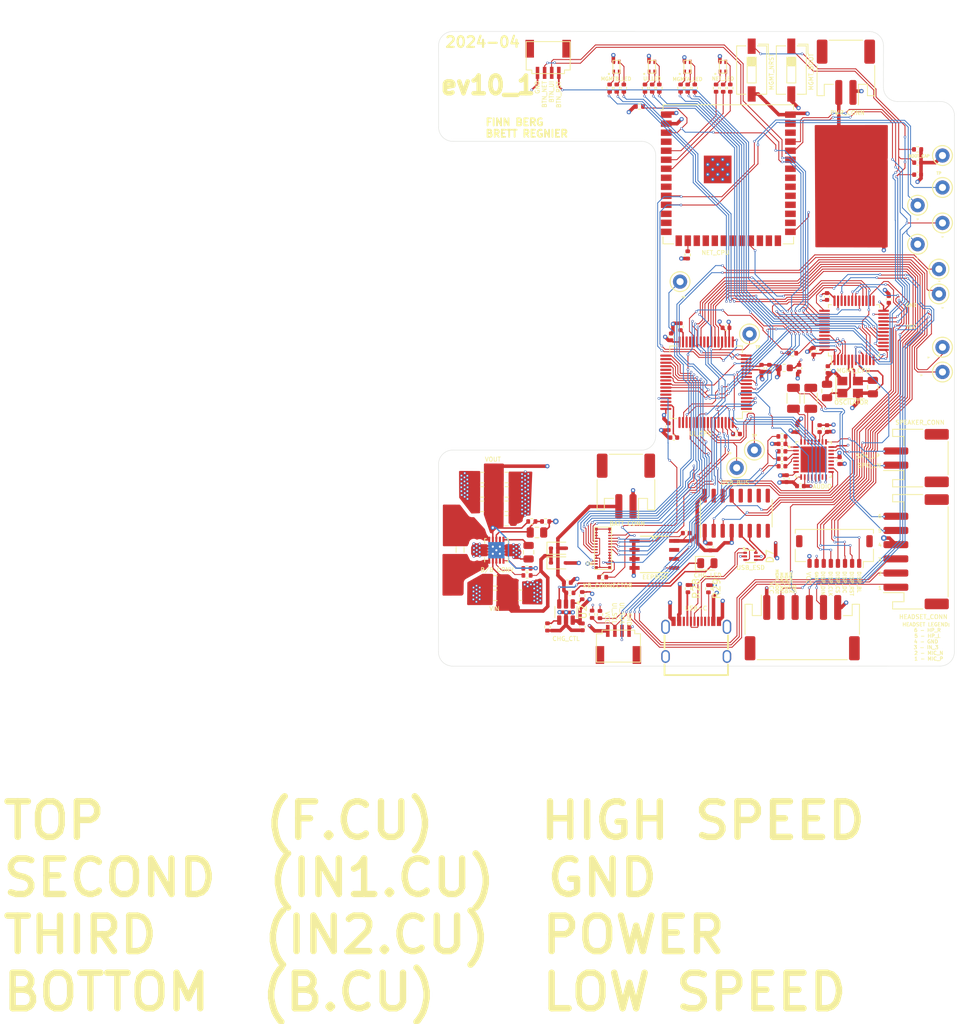
<source format=kicad_pcb>
(kicad_pcb (version 20240108) (generator "pcbnew") (generator_version "8.0")
  (title_block (title "Hactar PCB") (date "2024-04-07") (rev "ev10_1") (company "CISCO SYSTEMS"))
  (layers (0 "F.Cu" signal) (1 "In1.Cu" power) (2 "In2.Cu" power) (31 "B.Cu" signal) (34 "B.Paste" user) (35 "F.Paste" user) (36 "B.SilkS" user "B.Silkscreen") (37 "F.SilkS" user "F.Silkscreen") (38 "B.Mask" user) (39 "F.Mask" user) (44 "Edge.Cuts" user))
  (net 0 "")
  (net 1 "+3.3VA")
  (net 2 "+3.3V")
  (net 3 "VBUS")
  (net 4 "GND")
  (net 5 "Net-(D2-K)")
  (net 6 "/RCC_OSC_IN")
  (net 7 "/UI_SDA")
  (net 8 "Net-(U6-LINPUT3)")
  (net 9 "/UI_SCL")
  (net 10 "Net-(U6-LINPUT2)")
  (net 11 "Net-(U1-VCAP_1)")
  (net 12 "/USB_D+")
  (net 13 "/USB_D-")
  (net 14 "Net-(U1-VCAP_2)")
  (net 15 "Net-(U6-LINPUT1)")
  (net 16 "Net-(U6-MICBIAS)")
  (net 17 "Net-(U6-HP_R)")
  (net 18 "/MCLK")
  (net 19 "/RCC_OSC_OUT")
  (net 20 "/MGMT_BOOT")
  (net 21 "/MGMT_NRST")
  (net 22 "/IN_3")
  (net 23 "Net-(U6-HP_L)")
  (net 24 "/NET_RST")
  (net 25 "/UI_RST")
  (net 26 "/MIC_P")
  (net 27 "/LEDA_R")
  (net 28 "Net-(U6-AMID)")
  (net 29 "/DISP_BL")
  (net 30 "/DISP_RSTR")
  (net 31 "/LEDA_G")
  (net 34 "Net-(D3-RK)")
  (net 35 "/LEDA_B")
  (net 36 "Net-(D3-BK)")
  (net 37 "/KB_COL3")
  (net 38 "/KB_COL4")
  (net 39 "Net-(D4-RK)")
  (net 40 "/DISP_DC")
  (net 41 "/DISP_CS")
  (net 42 "/DISP_SPI_SCK")
  (net 43 "/DISP_SPI_MOSI")
  (net 46 "Net-(D4-BK)")
  (net 47 "/KB_MIC")
  (net 48 "/KB_ROW5")
  (net 49 "/KB_ROW1")
  (net 50 "/KB_ROW2")
  (net 51 "/KB_ROW3")
  (net 52 "/MIC_N")
  (net 53 "Net-(D5-RK)")
  (net 54 "/KB_ROW4")
  (net 55 "Net-(D5-BK)")
  (net 56 "/KB_ROW6")
  (net 57 "/KB_ROW7")
  (net 58 "/UD-")
  (net 59 "/UD+")
  (net 60 "/LEDB_R")
  (net 61 "/LEDB_G")
  (net 62 "Net-(U7-VAUX)")
  (net 63 "Net-(D18-RK)")
  (net 64 "Net-(D18-BK)")
  (net 67 "/LEDB_B")
  (net 73 "/SPK_LN")
  (net 74 "/SPK_LP")
  (net 75 "/HP_R")
  (net 76 "/HP_L")
  (net 77 "/KB_COL5")
  (net 78 "/KB_COL2")
  (net 79 "Net-(U11-IO46)")
  (net 80 "/BTN_RST")
  (net 81 "/BTN_UI")
  (net 82 "/BTN_NET")
  (net 83 "/KB_COL1")
  (net 84 "Net-(J5-Pin_1)")
  (net 85 "Net-(D1-K)")
  (net 86 "Net-(U1-PA12)")
  (net 89 "/UI_STAT")
  (net 92 "/UI_BOOT")
  (net 93 "/NET_LED_B")
  (net 94 "/NET_LED_G")
  (net 101 "/USB_DTR")
  (net 102 "/USB_RTS")
  (net 104 "/NET_LED_R")
  (net 114 "/UI_LED_B")
  (net 117 "/NET_STAT")
  (net 119 "/UI_LED_G")
  (net 121 "/UI_TX1_MGMT")
  (net 122 "/UI_RX1_MGMT")
  (net 123 "/NET_BOOT")
  (net 124 "/UI_LED_R")
  (net 126 "/MGMT_SWDIO")
  (net 127 "/MGMT_SWCLK")
  (net 128 "/I2S_DACLRC")
  (net 131 "Net-(D1-A)")
  (net 132 "/BOOT1")
  (net 134 "Net-(U2-TS)")
  (net 135 "/I2S_BCLK")
  (net 136 "/I2S_ADCDAT")
  (net 138 "/I2S_DACDAT")
  (net 139 "/USB_TX1_MGMT")
  (net 140 "/USB_RX1_MGMT")
  (net 164 "/KB_LED")
  (net 167 "Net-(D2-A)")
  (net 168 "Net-(USB-C1-CC1)")
  (net 169 "Net-(USB-C1-CC2)")
  (net 171 "PG")
  (net 172 "Net-(U2-ISET)")
  (net 173 "/UI_TX2_NET")
  (net 176 "/NET_TX1_MGMT")
  (net 177 "/NET_RX1_MGMT")
  (net 178 "/UI_RX2_NET")
  (net 180 "Net-(D18-GK)")
  (net 181 "Net-(D5-GK)")
  (net 182 "Net-(D4-GK)")
  (net 183 "Net-(D3-GK)")
  (net 184 "Net-(U7-EN)")
  (net 185 "Net-(U7-L2)")
  (net 186 "Net-(U7-L1)")
  (net 187 "Net-(U7-FB)")
  (footprint "Capacitor_SMD:C_0805_2012Metric" (layer "F.Cu") (at 120.15 118.87 180)
    (property "Reference" "C45" (hide yes))
    (property "Value" "10u" (hide yes))
  )
  (footprint "Capacitor_SMD:C_0402_1005Metric" (layer "F.Cu") (at 146.38 111.7 -90)
    (property "Reference" "C13" (hide yes))
    (property "Value" "100n" (hide yes))
  )
  (footprint "ESP32-S3-WROOM-1-N8R2:New_ESP32_M24C02-RMN6TP" (layer "F.Cu") (at 144.4 129.7)
    (property "Reference" "CR1" (hide yes))
    (property "Value" "M24C02-RDW6TP" (hide yes))
  )
  (footprint "Capacitor_SMD:C_0402_1005Metric" (layer "F.Cu") (at 134.279661 139.904823 -90)
    (property "Reference" "C1" (hide yes))
    (property "Value" "10u" (hide yes))
  )
  (footprint "Capacitor_SMD:C_0805_2012Metric" (layer "F.Cu") (at 126.68 129.39 -90)
    (property "Reference" "C40" (hide yes))
    (property "Value" "100n" (hide yes))
  )
  (footprint "Capacitor_SMD:C_0402_1005Metric" (layer "F.Cu") (at 147.14 113.24)
    (property "Reference" "C22" (hide yes))
    (property "Value" "2u2" (hide yes))
  )
  (footprint "Capacitor_SMD:C_0805_2012Metric" (layer "F.Cu") (at 125.5 135.46)
    (property "Reference" "C39" (hide yes))
    (property "Value" "10u" (hide yes))
  )
  (footprint "Package_QFP:LQFP-48_7x7mm_P0.5mm" (layer "F.Cu") (at 172.5375 98.125 90)
    (property "Reference" "U5" (hide yes))
    (property "Value" "STM32F030C8Tx" (hide yes))
  )
  (footprint "Resistor_SMD:R_0402_1005Metric" (layer "F.Cu") (at 126.46 132.66 180)
    (property "Reference" "R1" (hide yes))
    (property "Value" "100k" (hide yes))
  )
  (footprint "Capacitor_SMD:C_0805_2012Metric" (layer "F.Cu") (at 121.99 135.47 180)
    (property "Reference" "C38" (hide yes))
    (property "Value" "10u" (hide yes))
  )
  (footprint "Resistor_SMD:R_0402_1005Metric" (layer "F.Cu") (at 129.09 125.06 180)
    (property "Reference" "R20" (hide yes))
    (property "Value" "64.9k" (hide yes))
  )
  (footprint "Capacitor_SMD:C_0402_1005Metric" (layer "F.Cu") (at 148.9 126.7 180)
    (property "Reference" "C33" (hide yes))
    (property "Value" "100n" (hide yes))
  )
  (footprint "Capacitor_SMD:C_0805_2012Metric" (layer "F.Cu") (at 123.57 124.96)
    (property "Reference" "C42" (hide yes))
    (property "Value" "100n" (hide yes))
  )
  (footprint "Capacitor_SMD:C_0402_1005Metric" (layer "F.Cu") (at 146.77 99.05 90)
    (property "Reference" "C14" (hide yes))
    (property "Value" "100n" (hide yes))
  )
  (footprint "Capacitor_SMD:C_0805_2012Metric" (layer "F.Cu") (at 168.7375 106.675 -90)
    (property "Reference" "C4" (hide yes))
    (property "Value" "33P" (hide yes))
  )
  (footprint "Capacitor_SMD:C_0402_1005Metric" (layer "F.Cu") (at 168.7375 111.975 90)
    (property "Reference" "C3" (hide yes))
    (property "Value" "4.7u" (hide yes))
  )
  (footprint "TestPoint:TestPoint_Keystone_5000-5004_Miniature" (layer "F.Cu") (at 158.5 115)
    (property "Reference" "TP4" (hide yes))
    (property "Value" "TP")
  )
  (footprint "Resistor_SMD:R_0402_1005Metric" (layer "F.Cu") (at 163.89 101.36)
    (property "Reference" "R5" (hide yes))
    (property "Value" "4k7" (hide yes))
  )
  (footprint "Resistor_SMD:R_0402_1005Metric" (layer "F.Cu") (at 181.5 72.636 180)
    (property "Reference" "R10" (hide yes))
    (property "Value" "4k7" (hide yes))
  )
  (footprint "TestPoint:TestPoint_Keystone_5000-5004_Miniature" (layer "F.Cu") (at 184.5 93)
    (property "Reference" "TP7" (hide yes))
    (property "Value" "TP")
  )
  (footprint "TestPoint:TestPoint_Keystone_5000-5004_Miniature" (layer "F.Cu") (at 181.5 80.5)
    (property "Reference" "TP10" (hide yes))
    (property "Value" "TP")
  )
  (footprint "Connector_JST:JST_SHL_SM08B-SHLS-TF_1x08-1MP_P1.00mm_Horizontal" (layer "F.Cu") (at 169.77 129.29 180)
    (property "Reference" "J10" (hide yes))
    (property "Value" "Conn_01x08_Socket" (hide yes))
  )
  (footprint "TestPoint:TestPoint_Keystone_5000-5004_Miniature" (layer "F.Cu") (at 156 117.5)
    (property "Reference" "TP3" (hide yes))
    (property "Value" "TP")
  )
  (footprint "Connector_JST:JST_PH_S6B-PH-SM4-TB_1x06-1MP_P2.00mm_Horizontal" (layer "F.Cu") (at 181.2875 129.325 90)
    (property "Reference" "J8" (hide yes))
    (property "Value" "Conn_01x06_Socket" (hide yes))
  )
  (footprint "BM14B(0.B)-24DS-0:BM14B(0.B)-24DS-0.4V(53)" (layer "F.Cu") (at 138.1075 131.035 90)
    (property "Reference" "U13" (hide yes))
    (property "Value" "BM14B(0.8)-24DS-0.4V(53)" (hide yes))
  )
  (footprint "Package_QFP:LQFP-64_10x10mm_P0.5mm" (layer "F.Cu") (at 151.695 105.44 180)
    (property "Reference" "U1" (hide yes))
    (property "Value" "STM32F405RGTx" (hide yes))
  )
  (footprint "Capacitor_SMD:C_0402_1005Metric" (layer "F.Cu") (at 163.0375 119.025 90)
    (property "Reference" "C16" (hide yes))
    (property "Value" "100n" (hide yes))
  )
  (footprint "Connector_JST:JST_PH_S2B-PH-SM4-TB_1x02-1MP_P2.00mm_Horizontal" (layer "F.Cu") (at 140.4 120.1 180)
    (property "Reference" "J1" (hide yes))
    (property "Value" "Conn_01x02_Socket" (hide yes))
  )
  (footprint "Diode_SMD:D_0805_2012Metric" (layer "F.Cu") (at 151.87 130.94)
    (property "Reference" "D1" (hide yes))
    (property "Value" "LED" (hide yes))
  )
  (footprint "Capacitor_SMD:C_0805_2012Metric" (layer "F.Cu") (at 123.61 120.89)
    (property "Reference" "C48" (hide yes))
    (property "Value" "10u" (hide yes))
  )
  (footprint "1x4 pin download:1x4pin 1mm connector" (layer "F.Cu") (at 132.04 58.45 180)
    (property "Reference" "J13" (hide yes))
    (property "Value" "Conn_01x04_Socket" (hide yes))
  )
  (footprint "Inductor_SMD:L_0603_1608Metric" (layer "F.Cu") (at 162.7 103.425)
    (property "Reference" "120R1" (hide yes))
    (property "Value" "FerriteBead" (hide yes))
  )
  (footprint "Package_TO_SOT_SMD:SOT-23-6" (layer "F.Cu") (at 131.95 137.82 -90)
    (property "Reference" "U2")
    (property "Value" "BQ21040DBVR")
  )
  (footprint "Resistor_SMD:R_0402_1005Metric" (layer "F.Cu") (at 134.236494 135.508759 90)
    (property "Reference" "R22" (hide yes))
    (property "Value" "10k" (hide yes))
  )
  (footprint "Resistor_SMD:R_0402_1005Metric" (layer "F.Cu") (at 154.1 64 90)
    (property "Reference" "R17" (hide yes))
    (property "Value" "150" (hide yes))
  )
  (footprint "Resistor_SMD:R_0402_1005Metric" (layer "F.Cu") (at 140.1 64 -90)
    (property "Reference" "R13" (hide yes))
    (property "Value" "180" (hide yes))
  )
  (footprint "Resistor_SMD:R_0402_1005Metric" (layer "F.Cu") (at 127.14 125.06 180)
    (property "Reference" "R19" (hide yes))
    (property "Value" "360k" (hide yes))
  )
  (footprint "Resistor_SMD:R_0402_1005Metric" (layer "F.Cu") (at 142.3 66.6 180)
    (property "Reference" "R4" (hide yes))
    (property "Value" "15k" (hide yes))
  )
  (footprint "jlc_pcb:SOT-666-6_L1.6-W1.2-P0.50-LS1.6-BL" (layer "F.Cu") (at 157.951099 129.97709 -90)
    (property "Reference" "D7")
    (property "Value" "USBLC6-2P6_C2827693" (hide yes))
  )
  (footprint "footprint:USB-C_SMD-TYPE-C-31-M-12" (layer "F.Cu") (at 150.306313 141.608079)
    (property "Reference" "USB-C1" (hide yes))
    (property "Value" "TYPE-C-31-M-12" (hide yes))
  )
  (footprint "Capacitor_SMD:C_0402_1005Metric" (layer "F.Cu") (at 159.5 103.475 -90)
    (property "Reference" "C8" (hide yes))
    (property "Value" "10n" (hide yes))
  )
  (footprint "Capacitor_SMD:C_0805_2012Metric" (layer "F.Cu") (at 123.6 118.86)
    (property "Reference" "C46" (hide yes))
    (property "Value" "10u" (hide yes))
  )
  (footprint "Resistor_SMD:R_0402_1005Metric" (layer "F.Cu") (at 132.5 135.12)
    (property "Reference" "R27" (hide yes))
    (property "Value" "1k5" (hide yes))
  )
  (footprint "Resistor_SMD:R_0402_1005Metric" (layer "F.Cu") (at 148.1 64 -90)
    (property "Reference" "R12" (hide yes))
    (property "Value" "150" (hide yes))
  )
  (footprint "Resistor_SMD:R_0402_1005Metric" (layer "F.Cu") (at 149.1 64 -90)
    (property "Reference" "R11" (hide yes))
    (property "Value" "150" (hide yes))
  )
  (footprint "Capacitor_SMD:C_0402_1005Metric" (layer "F.Cu") (at 148.08 97.62 -90)
    (property "Reference" "C21" (hide yes))
    (property "Value" "2u2" (hide yes))
  )
  (footprint "Button_Switch_SMD:SW_DIP_SPSTx01_Slide_6.7x4.1mm_W6.73mm_P2.54mm_LowProfile_JPin" (layer "F.Cu") (at 158.112 61.46 -90)
    (property "Reference" "SW5" (hide yes))
    (property "Value" "SW_Push" (hide yes))
  )
  (footprint "Resistor_SMD:R_0402_1005Metric" (layer "F.Cu") (at 150.1 64 -90)
    (property "Reference" "R6" (hide yes))
    (property "Value" "180" (hide yes))
  )
  (footprint "Resistor_SMD:R_0402_1005Metric" (layer "F.Cu") (at 155.1 64 90)
    (property "Reference" "R16" (hide yes))
    (property "Value" "180" (hide yes))
  )
  (footprint "Connector_JST:JST_PH_S2B-PH-SM4-TB_1x02-1MP_P2.00mm_Horizontal" (layer "F.Cu") (at 181.2875 116.125 90)
    (property "Reference" "J2" (hide yes))
    (property "Value" "Conn_01x02_Socket" (hide yes))
  )
  (footprint "Resistor_SMD:R_0402_1005Metric" (layer "F.Cu") (at 149.133772 134.516762 -90)
    (property "Reference" "R28")
    (property "Value" "5k1")
  )
  (footprint "Capacitor_SMD:C_1206_3216Metric" (layer "F.Cu") (at 166.4375 107.705 90)
    (property "Reference" "C29" (hide yes))
    (property "Value" "100u" (hide yes))
  )
  (footprint "Capacitor_SMD:C_0402_1005Metric" (layer "F.Cu") (at 162.3875 117.275)
    (property "Reference" "C27" (hide yes))
    (property "Value" "1u" (hide yes))
  )
  (footprint "Resistor_SMD:R_0402_1005Metric" (layer "F.Cu") (at 126.45 131.67)
    (property "Reference" "R21" (hide yes))
    (property "Value" "100k" (hide yes))
  )
  (footprint "Diode_SMD:D_SOD-323" (layer "F.Cu") (at 130.8825 128.83)
    (property "Reference" "D2" (hide yes))
    (property "Value" "1N5819WS" (hide yes))
  )
  (footprint "Capacitor_SMD:C_0402_1005Metric" (layer "F.Cu") (at 164.8 103.475 -90)
    (property "Reference" "C10" (hide yes))
    (property "Value" "1u" (hide yes))
  )
  (footprint "Resistor_SMD:R_0402_1005Metric" (layer "F.Cu") (at 144.1 64 90)
    (property "Reference" "R24" (hide yes))
    (property "Value" "150" (hide yes))
  )
  (footprint "Capacitor_SMD:C_0402_1005Metric" (layer "F.Cu") (at 181.5 74.5 180)
    (property "Reference" "C36" (hide yes))
    (property "Value" "100n" (hide yes))
  )
  (footprint "TestPoint:TestPoint_Keystone_5000-5004_Miniature" (layer "F.Cu") (at 185 100.5)
    (property "Reference" "TP1" (hide yes))
    (property "Value" "TP")
  )
  (footprint "Capacitor_SMD:C_0402_1005Metric" (layer "F.Cu") (at 181.5 76.192 180)
    (property "Reference" "C35" (hide yes))
    (property "Value" "100n" (hide yes))
  )
  (footprint "Capacitor_SMD:C_0402_1005Metric" (layer "F.Cu") (at 155.98 112.738971 180)
    (property "Reference" "C12" (hide yes))
    (property "Value" "100n" (hide yes))
  )
  (footprint "Resistor_SMD:R_0402_1005Metric" (layer "F.Cu") (at 153.0995 64 90)
    (property "Reference" "R18" (hide yes))
    (property "Value" "150" (hide yes))
  )
  (footprint "TestPoint:TestPoint_Keystone_5000-5004_Miniature" (layer "F.Cu") (at 184.5 89.5)
    (property "Reference" "TP6" (hide yes))
    (property "Value" "TP")
  )
  (footprint "Capacitor_SMD:C_0402_1005Metric" (layer "F.Cu") (at 177.4375 93.775 90)
    (property "Reference" "C25" (hide yes))
    (property "Value" "100n" (hide yes))
  )
  (footprint "Resistor_SMD:R_0402_1005Metric" (layer "F.Cu") (at 149.1 87.5 90)
    (property "Reference" "R32" (hide yes))
    (property "Value" "4k7" (hide yes))
  )
  (footprint "Resistor_SMD:R_0402_1005Metric" (layer "F.Cu") (at 135.6275 138.135 -90)
    (property "Reference" "R8" (hide yes))
    (property "Value" "1k5" (hide yes))
  )
  (footprint "Inductor_SMD:L_0805_2012Metric" (layer "F.Cu") (at 117.03 129.04 90)
    (property "Reference" "L1" (hide yes))
    (property "Value" "1uH" (hide yes))
  )
  (footprint "TestPoint:TestPoint_Keystone_5000-5004_Miniature" (layer "F.Cu") (at 157.814877 98.638057)
    (property "Reference" "TP5" (hide yes))
    (property "Value" "TP")
  )
  (footprint "Capacitor_SMD:C_0402_1005Metric" (layer "F.Cu") (at 164.9875 120.075)
    (property "Reference" "C15" (hide yes))
    (property "Value" "100n" (hide yes))
  )
  (footprint "Resistor_SMD:R_0402_1005Metric" (layer "F.Cu") (at 138.1 64 -90)
    (property "Reference" "R15" (hide yes))
    (property "Value" "150" (hide yes))
  )
  (footprint "ESP32-S3-WROOM-1-N8R2:QFN50P500X500X90-33N" (layer "F.Cu") (at 166.84 116.325)
    (property "Reference" "U6" (hide yes))
    (property "Value" "WM8960CGEFL/RV" (hide yes))
  )
  (footprint "Capacitor_SMD:C_0805_2012Metric" (layer "F.Cu") (at 175.1875 106.125 90)
    (property "Reference" "C23" (hide yes))
    (property "Value" "33P" (hide yes))
  )
  (footprint "Resistor_SMD:R_0402_1005Metric" (layer "F.Cu") (at 162.3875 113.075 180)
    (property "Reference" "R9" (hide yes))
    (property "Value" "2K2" (hide yes))
  )
  (footprint "Resistor_SMD:R_0402_1005Metric" (layer "F.Cu") (at 139.1 64 -90)
    (property "Reference" "R14" (hide yes))
    (property "Value" "150" (hide yes))
  )
  (footprint "Capacitor_SMD:C_1206_3216Metric" (layer "F.Cu") (at 164.0075 107.705 90)
    (property "Reference" "C30" (hide yes))
    (property "Value" "100u" (hide yes))
  )
  (footprint "Button_Switch_SMD:SW_DIP_SPSTx01_Slide_6.7x4.1mm_W6.73mm_P2.54mm_LowProfile_JPin" (layer "F.Cu") (at 163.7 61.46 -90)
    (property "Reference" "SW4" (hide yes))
    (property "Value" "SW_Push" (hide yes))
  )
  (footprint "1x6 pin download:LED RGB" (layer "F.Cu") (at 154.4625 61.695 90)
    (property "Reference" "D4" (hide yes))
    (property "Value" "ASMB-MTB1-0A3A2" (hide yes))
  )
  (footprint "Diode_SMD:D_SOD-323" (layer "F.Cu") (at 130.88 130.89)
    (property "Reference" "D6" (hide yes))
    (property "Value" "1N5819WS" (hide yes))
  )
  (footprint "Package_SO:SOIC-16_3.9x9.9mm_P1.27mm" (layer "F.Cu") (at 155.9375 123.895 90)
    (property "Reference" "U3" (hide yes))
    (property "Value" "CH340C" (hide yes))
  )
  (footprint "Resistor_SMD:R_0402_1005Metric" (layer "F.Cu") (at 145.1 64 90)
    (property "Reference" "R23" (hide yes))
    (property "Value" "180" (hide yes))
  )
  (footprint "Capacitor_SMD:C_0402_1005Metric" (layer "F.Cu") (at 168.73 93.36 -90)
    (property "Reference" "C34" (hide yes))
    (property "Value" "100n" (hide yes))
  )
  (footprint "TestPoint:TestPoint_Keystone_5000-5004_Miniature" (layer "F.Cu") (at 185 104)
    (property "Reference" "TP2" (hide yes))
    (property "Value" "TP")
  )
  (footprint "1x4 pin download:1x4pin 1mm connector" (layer "F.Cu") (at 136.74 143.87)
    (property "Reference" "J7" (hide yes))
    (property "Value" "Conn_01x04_Socket" (hide yes))
  )
  (footprint "Resistor_SMD:R_0402_1005Metric" (layer "F.Cu") (at 137.1175 132.905 180)
    (property "Reference" "R41" (hide yes))
    (property "Value" "0" (hide yes))
  )
  (footprint "Capacitor_SMD:C_0402_1005Metric" (layer "F.Cu") (at 162.3875 116.225)
    (property "Reference" "C18" (hide yes))
    (property "Value" "1u" (hide yes))
  )
  (footprint "Capacitor_SMD:C_0402_1005Metric" (layer "F.Cu") (at 132.14 133.68)
    (property "Reference" "C2" (hide yes))
    (property "Value" "10u" (hide yes))
  )
  (footprint "Capacitor_SMD:C_0402_1005Metric" (layer "F.Cu") (at 170.5 116.48 -90)
    (property "Reference" "C6" (hide yes))
    (property "Value" "4.7u" (hide yes))
  )
  (footprint "Capacitor_SMD:C_0805_2012Metric" (layer "F.Cu") (at 127.86 126.61)
    (property "Reference" "C41" (hide yes))
    (property "Value" "2.2p" (hide yes))
  )
  (footprint "Resistor_SMD:R_0402_1005Metric" (layer "F.Cu") (at 152.019795 134.537177 -90)
    (property "Reference" "R29")
    (property "Value" "5k1")
  )
  (footprint "1x6 pin download:LED RGB" (layer "F.Cu") (at 139.4625 61.695 90)
    (property "Reference" "D3" (hide yes))
    (property "Value" "ASMB-MTB1-0A3A2" (hide yes))
  )
  (footprint "RF_Module:ESP32-S3-WROOM-1U" (layer "F.Cu") (at 154.825 76.15)
    (property "Reference" "U11" (hide yes))
    (property "Value" "ESP32-S3-WROOM-1-N8R2" (hide yes))
  )
  (footprint "Resistor_SMD:R_0402_1005Metric" (layer "F.Cu") (at 129.337798 139.917742 -90)
    (property "Reference" "R26" (hide yes))
    (property "Value" "680" (hide yes))
  )
  (footprint "TestPoint:TestPoint_Keystone_5000-5004_Miniature" (layer "F.Cu") (at 181.5 86)
    (property "Reference" "TP9" (hide yes))
    (property "Value" "TP")
  )
  (footprint "Capacitor_SMD:C_0402_1005Metric" (layer "F.Cu") (at 162.3875 115.175)
    (property "Reference" "C17" (hide yes))
    (property "Value" "1u" (hide yes))
  )
  (footprint "Capacitor_SMD:C_0402_1005Metric" (layer "F.Cu") (at 164.5375 111.975 -90)
    (property "Reference" "C7" (hide yes))
    (property "Value" "100n" (hide yes))
  )
  (footprint "Connector_JST:JST_PH_S6B-PH-SM4-TB_1x06-1MP_P2.00mm_Horizontal" (layer "F.Cu") (at 165.2375 140.025)
    (property "Reference" "J11" (hide yes))
    (property "Value" "Conn_01x06_Socket" (hide yes))
  )
  (footprint "Capacitor_SMD:C_0402_1005Metric" (layer "F.Cu") (at 152.2975 128.655 90)
    (property "Reference" "C32" (hide yes))
    (property "Value" "100n" (hide yes))
  )
  (footprint "Capacitor_SMD:C_0402_1005Metric" (layer "F.Cu") (at 167.6875 111.975 -90)
    (property "Reference" "C31" (hide yes))
    (property "Value" "4.7u" (hide yes))
  )
  (footprint "Capacitor_SMD:C_0805_2012Metric" (layer "F.Cu") (at 120.13 122.93 180)
    (property "Reference" "C43" (hide yes))
    (property "Value" "10u" (hide yes))
  )
  (footprint "Capacitor_SMD:C_0402_1005Metric" (layer "F.Cu") (at 160.6 103.475 -90)
    (property "Reference" "C9" (hide yes))
    (property "Value" "1u" (hide yes))
  )
  (footprint "Capacitor_SMD:C_0402_1005Metric" (layer "F.Cu") (at 168.8475 103.665 -90)
    (property "Reference" "C24" (hide yes))
    (property "Value" "100n" (hide yes))
  )
  (footprint "Connector_JST:JST_PH_S2B-PH-SM4-TB_1x02-1MP_P2.00mm_Horizontal" (layer "F.Cu") (at 171.39 61.76 180)
    (property "Reference" "J5" (hide yes))
    (property "Value" "Conn_01x02_Socket" (hide yes))
  )
  (footprint "TestPoint:TestPoint_Keystone_5000-5004_Miniature" (layer "F.Cu") (at 185 83)
    (property "Reference" "TP8" (hide yes))
    (property "Value" "TP")
  )
  (footprint "TestPoint:TestPoint_Keystone_5000-5004_Miniature" (layer "F.Cu") (at 185 78)
    (property "Reference" "TP11" (hide yes))
    (property "Value" "TP")
  )
  (footprint "1x6 pin download:LED RGB" (layer "F.Cu") (at 144.4625 61.695 90)
    (property "Reference" "D5" (hide yes))
    (property "Value" "ASMB-MTB1-0A3A2" (hide yes))
  )
  (footprint "TestPoint:TestPoint_Keystone_5000-5004_Miniature" (layer "F.Cu") (at 185 73.5)
    (property "Reference" "TP12" (hide yes))
    (property "Value" "TP")
  )
  (footprint "Capacitor_SMD:C_0402_1005Metric" (layer "F.Cu") (at 154.5 97.775)
    (property "Reference" "C11" (hide yes))
    (property "Value" "100n" (hide yes))
  )
  (footprint "TestPoint:TestPoint_Keystone_5000-5004_Miniature" (layer "F.Cu") (at 148.023264 91.267351)
    (property "Reference" "TP13" (hide yes))
    (property "Value" "TP")
  )
  (footprint "1x6 pin download:LED RGB" (layer "F.Cu") (at 149.4625 61.695 90)
    (property "Reference" "D18" (hide yes))
    (property "Value" "ASMB-MTB1-0A3A2" (hide yes))
  )
  (footprint "Capacitor_SMD:C_0805_2012Metric" (layer "F.Cu") (at 122.01 133.44 180)
    (property "Reference" "C37" (hide yes))
    (property "Value" "100n" (hide yes))
  )
  (footprint "Capacitor_SMD:C_0402_1005Metric" (layer "F.Cu") (at 162.3875 114.125 180)
    (property "Reference" "C28" (hide yes))
    (property "Value" "4.7u" (hide yes))
  )
  (footprint "Resistor_SMD:R_0402_1005Metric" (layer "F.Cu") (at 136.7375 138.175 -90)
    (property "Reference" "R7" (hide yes))
    (property "Value" "1k5" (hide yes))
  )
  (footprint "Package_SON:Texas_S-PWSON-N10_ThermalVias" (layer "F.Cu") (at 122.14 129.11 90)
    (property "Reference" "U7" (hide yes))
    (property "Value" "TPS63060" (hide yes))
  )
  (footprint "Capacitor_SMD:C_0805_2012Metric" (layer "F.Cu") (at 123.6 122.92)
    (property "Reference" "C47" (hide yes))
    (property "Value" "10u" (hide yes))
  )
  (footprint "Capacitor_SMD:C_0805_2012Metric" (layer "F.Cu") (at 120.14 120.9 180)
    (property "Reference" "C44" (hide yes))
    (property "Value" "10u" (hide yes))
  )
  (footprint "Capacitor_SMD:C_0402_1005Metric" (layer "F.Cu") (at 166.84 101.07 90)
    (property "Reference" "C26" (hide yes))
    (property "Value" "100n" (hide yes))
  )
  (footprint "Resistor_SMD:R_0402_1005Metric" (layer "F.Cu") (at 143.084 64 90)
    (property "Reference" "R25" (hide yes))
    (property "Value" "150" (hide yes))
  )
  (footprint "Crystal:Crystal_SMD_3225-4Pin_3.2x2.5mm" (layer "F.Cu") (at 171.9875 106.125)
    (property "Reference" "Y1" (hide yes))
    (property "Value" "Crystal_GND24" (hide yes))
  )
  (gr_circle (center 142.975095 62) (end 142.996215 62.0132) (stroke (width 0.12)) (fill none) (layer "F.SilkS"))
  (gr_circle (center 147.975095 62) (end 147.996215 62.0132) (stroke (width 0.12)) (fill none) (layer "F.SilkS"))
  (gr_circle (center 138 62) (end 138.02112 62.0132) (stroke (width 0.12)) (fill none) (layer "F.SilkS"))
  (gr_circle (center 153 62) (end 153.02112 62.0132) (stroke (width 0.12)) (fill none) (layer "F.SilkS"))
  (gr_arc (start 142.6 71.5) (mid 144.014214 72.085786) (end 144.6 73.5) (stroke (width 0.05)) (layer "Edge.Cuts"))
  (gr_arc (start 178.68 65.89) (mid 177.265786 65.304214) (end 176.68 63.89) (stroke (width 0.05)) (layer "Edge.Cuts"))
  (gr_line (start 144.6 73.5) (end 144.598077 112.920087) (stroke (width 0.05)) (layer "Edge.Cuts"))
  (gr_line (start 113.990001 117.000001) (end 113.98 143.44) (stroke (width 0.05)) (layer "Edge.Cuts"))
  (gr_arc (start 115.98 145.44) (mid 114.565786 144.854214) (end 113.98 143.44) (stroke (width 0.05)) (layer "Edge.Cuts"))
  (gr_line (start 115.98 145.44) (end 184.68 145.43) (stroke (width 0.05)) (layer "Edge.Cuts"))
  (gr_arc (start 186.68 143.43) (mid 186.094214 144.844214) (end 184.68 145.43) (stroke (width 0.05)) (layer "Edge.Cuts"))
  (gr_arc (start 184.69 65.88) (mid 186.104214 66.465786) (end 186.69 67.88) (stroke (width 0.05)) (layer "Edge.Cuts"))
  (gr_line (start 176.68 63.89) (end 176.685786 58.024214) (stroke (width 0.05)) (layer "Edge.Cuts"))
  (gr_arc (start 113.990001 117.000001) (mid 114.575787 115.585787) (end 115.990001 115.000001) (stroke (width 0.05)) (layer "Edge.Cuts"))
  (gr_line (start 186.68 143.43) (end 186.69 67.88) (stroke (width 0.05)) (layer "Edge.Cuts"))
  (gr_line (start 142.58 115.009999) (end 115.990001 115.000001) (stroke (width 0.05)) (layer "Edge.Cuts"))
  (gr_arc (start 113.99 58.02) (mid 114.575786 56.605786) (end 115.99 56.02) (stroke (width 0.05)) (layer "Edge.Cuts"))
  (gr_arc (start 174.685786 56.024214) (mid 176.1 56.61) (end 176.685786 58.024214) (stroke (width 0.05)) (layer "Edge.Cuts"))
  (gr_line (start 184.69 65.88) (end 178.68 65.89) (stroke (width 0.05)) (layer "Edge.Cuts"))
  (gr_arc (start 144.598077 112.920087) (mid 144.038795 114.39934) (end 142.58 115.009999) (stroke (width 0.05)) (layer "Edge.Cuts"))
  (gr_line (start 113.99 58.02) (end 114 69.5) (stroke (width 0.05)) (layer "Edge.Cuts"))
  (gr_line (start 116 71.5) (end 142.6 71.5) (stroke (width 0.05)) (layer "Edge.Cuts"))
  (gr_arc (start 116 71.5) (mid 114.585786 70.914214) (end 114 69.5) (stroke (width 0.05)) (layer "Edge.Cuts"))
  (gr_line (start 174.685786 56.024214) (end 115.99 56.02) (stroke (width 0.05)) (layer "Edge.Cuts"))
  (gr_text "MIC" (at 135.29 131.01 0) (layer "F.SilkS") (effects (font (size 0.4 0.4) (thickness 0.1))))
  (gr_text "5" (at 176.19 126.35 0) (layer "F.SilkS") (effects (font (size 0.5 0.5) (thickness 0.1))))
  (gr_text "VIN" (at 121.87 137.35 0) (layer "F.SilkS") (effects (font (size 0.6 0.6) (thickness 0.1))))
  (gr_text "MGMTA_LED" (at 149.07 62.74 0) (layer "F.SilkS") (effects (font (size 0.5 0.5) (thickness 0.1))))
  (gr_text "BTN_RST" (at 130.93 64.9 90) (layer "F.SilkS") (effects (font (size 0.6 0.6) (thickness 0.1))))
  (gr_text "FINN BERG\nBRETT REGNIER" (at 120.5 71 0) (layer "F.SilkS") (effects (font (size 1 1) (thickness 0.25) (bold yes)) (justify left bottom)))
  (gr_text "GND" (at 167.25 132.75 270) (layer "F.SilkS") (effects (font (size 0.4 0.4) (thickness 0.1))))
  (gr_text "HEADSET_CONN" (at 182.3 138.5 0) (layer "F.SilkS") (effects (font (size 0.6 0.6) (thickness 0.1))))
  (gr_text "3" (at 176.17 130.43 0) (layer "F.SilkS") (effects (font (size 0.5 0.5) (thickness 0.1))))
  (gr_text "UI_LED" (at 144.09 62.66 0) (layer "F.SilkS") (effects (font (size 0.5 0.5) (thickness 0.1))))
  (gr_text "DISP_DC" (at 171.2 133.63 -90) (layer "F.SilkS") (effects (font (size 0.5 0.5) (thickness 0.1))))
  (gr_text "OSCILATOR" (at 172.16 108.28 0) (layer "F.SilkS") (effects (font (size 0.6 0.6) (thickness 0.1))))
  (gr_text "VCC" (at 180.59 97.61 0) (layer "F.SilkS") (effects (font (size 0.5 0.5) (thickness 0.1))))
  (gr_text "NET_LED" (at 154.07 62.67 0) (layer "F.SilkS") (effects (font (size 0.5 0.5) (thickness 0.1))))
  (gr_text "USB_BUS" (at 155.76 119.6 0) (layer "F.SilkS") (effects (font (size 0.6 0.6) (thickness 0.1))))
  (gr_text "GND" (at 180.6 94.58 0) (layer "F.SilkS") (effects (font (size 0.5 0.5) (thickness 0.1))))
  (gr_text "VCC" (at 137.77 138.6 270) (layer "F.SilkS") (effects (font (size 0.6 0.6) (thickness 0.1))))
  (gr_text "KB_CONNECTOR" (at 137.83 134.1 0) (layer "F.SilkS") (effects (font (size 0.6 0.6) (thickness 0.1))))
  (gr_text "DISP_DIN" (at 168.16 133.75 -90) (layer "F.SilkS") (effects (font (size 0.5 0.5) (thickness 0.1))))
  (gr_text "HEADSET LEGEND:\n 6 - HP_R\n 5 - HP_L\n4 - GND\n3 - IN_3\n  2 - MIC_N\n  1 - MIC_P" (at 182.69 141.99 0) (layer "F.SilkS") (effects (font (size 0.5 0.5) (thickness 0.1))))
  (gr_text "MGMT_BOOT" (at 166.494 61.714 90) (layer "F.SilkS") (effects (font (size 0.6 0.6) (thickness 0.1))))
  (gr_text "MGMT_DIO" (at 162.98 133.71 270) (layer "F.SilkS") (effects (font (size 0.4 0.4) (thickness 0.1))))
  (gr_text "VOUT" (at 121.65 116.3 0) (layer "F.SilkS") (effects (font (size 0.6 0.6) (thickness 0.1))))
  (gr_text "CHG_CTL" (at 131.96 141.58 0) (layer "F.SilkS") (effects (font (size 0.6 0.6) (thickness 0.1))))
  (gr_text "MGMT_CPU" (at 172.45 103.81 0) (layer "F.SilkS") (effects (font (size 0.6 0.6) (thickness 0.1))))
  (gr_text "DISP_CS" (at 170.24 133.62 -90) (layer "F.SilkS") (effects (font (size 0.5 0.5) (thickness 0.1))))
  (gr_text "6" (at 176.18 124.32 0) (layer "F.SilkS") (effects (font (size 0.5 0.5) (thickness 0.1))))
  (gr_text "USB-C" (at 150.261019 137.291855 0) (layer "F.SilkS") (effects (font (size 0.6 0.6) (thickness 0.1))))
  (gr_text "USB_ESD" (at 157.97 131.56 0) (layer "F.SilkS") (effects (font (size 0.6 0.6) (thickness 0.1))))
  (gr_text "SPK_LN" (at 174.68 117.18 0) (layer "F.SilkS") (effects (font (size 0.6 0.6) (thickness 0.1))))
  (gr_text "DISP_BL" (at 173.25 133.6 -90) (layer "F.SilkS") (effects (font (size 0.5 0.5) (thickness 0.1))))
  (gr_text "VCC" (at 166.13 133.03 270) (layer "F.SilkS") (effects (font (size 0.6 0.6) (thickness 0.1))))
  (gr_text "ev10_1" (at 114 65.06 0) (layer "F.SilkS") (effects (font (size 2.5 2.5) (thickness 0.625) (bold yes)) (justify left bottom)))
  (gr_text "TOP      (F.CU)    HIGH SPEED\nSECOND  (IN1.CU)  GND\nTHIRD    (IN2.CU)  POWER\nBOTTOM  (B.CU)    LOW SPEED" (at 52.2 179.3 0) (layer "F.SilkS") (effects (font (size 5 5) (thickness 0.9)) (justify left)))
  (gr_text "GND" (at 164.15 134.59 270) (layer "F.SilkS") (effects (font (size 0.4 0.4) (thickness 0.1))))
  (gr_text "VCC" (at 160.89 134.41 270) (layer "F.SilkS") (effects (font (size 0.6 0.6) (thickness 0.1))))
  (gr_text "PWR_CONN" (at 171.6 67.48 0) (layer "F.SilkS") (effects (font (size 0.6 0.6) (thickness 0.1))))
  (gr_text "UI_SCL" (at 138.78 138.01 270) (layer "F.SilkS") (effects (font (size 0.6 0.6) (thickness 0.1))))
  (gr_text "BTN_UI" (at 129.91 64.52 90) (layer "F.SilkS") (effects (font (size 0.6 0.6) (thickness 0.1))))
  (gr_text "UI_SDA" (at 139.83 137.98 270) (layer "F.SilkS") (effects (font (size 0.6 0.6) (thickness 0.1))))
  (gr_text "BATT CONN" (at 140.59 125.36 0) (layer "F.SilkS") (effects (font (size 0.6 0.6) (thickness 0.1))))
  (gr_text "NET_CPU" (at 153.02 87.19 0) (layer "F.SilkS") (effects (font (size 0.6 0.6) (thickness 0.1))))
  (gr_text "BTN_NET" (at 128.92 64.87 90) (layer "F.SilkS") (effects (font (size 0.6 0.6) (thickness 0.1))))
  (gr_text "EEPROM" (at 144.5 132.9 0) (layer "F.SilkS") (effects (font (size 0.6 0.6) (thickness 0.1))))
  (gr_text "B/B CONV" (at 122.24 131.88 0) (layer "F.SilkS") (effects (font (size 0.6 0.6) (thickness 0.1))))
  (gr_text "UI_CPU" (at 150.92 112.67 0) (layer "F.SilkS") (effects (font (size 0.6 0.6) (thickness 0.1))))
  (gr_text "AUDIO" (at 168.04 120.13 0) (layer "F.SilkS") (effects (font (size 0.6 0.6) (thickness 0.1))))
  (gr_text "2024-04" (at 114.78 58.39 0) (layer "F.SilkS") (effects (font (size 1.5 1.5) (thickness 0.3) (bold yes)) (justify left bottom)))
  (gr_text "DISP_CLK" (at 169.22 133.84 -90) (layer "F.SilkS") (effects (font (size 0.5 0.5) (thickness 0.1))))
  (gr_text "MGMT_BOOT" (at 161.68 133.54 270) (layer "F.SilkS") (effects (font (size 0.4 0.4) (thickness 0.1))))
  (gr_text "CHG_LED" (at 151.91 132.65 0) (layer "F.SilkS") (effects (font (size 0.6 0.6) (thickness 0.1))))
  (gr_text "2" (at 176.2 132.39 0) (layer "F.SilkS") (effects (font (size 0.5 0.5) (thickness 0.1))))
  (gr_text "MGMT_CLK" (at 163.6 133.63 -90) (layer "F.SilkS") (effects (font (size 0.4 0.4) (thickness 0.1))))
  (gr_text "DISP_RST" (at 172.2 133.83 -90) (layer "F.SilkS") (effects (font (size 0.5 0.5) (thickness 0.1))))
  (gr_text "SPK_LP" (at 174.5 115.86 0) (layer "F.SilkS") (effects (font (size 0.6 0.6) (thickness 0.1))))
  (gr_text "BOOT_CAP" (at 180.135306 73.812723 0) (layer "F.SilkS") (effects (font (size 0.4 0.4) (thickness 0.1) (bold yes)) (justify left bottom)))
  (gr_text "4" (at 176.19 128.37 0) (layer "F.SilkS") (effects (font (size 0.5 0.5) (thickness 0.1))))
  (gr_text "MGMT_NRST" (at 160.906 61.714 90) (layer "F.SilkS") (effects (font (size 0.6 0.6) (thickness 0.1))))
  (gr_text "MGMT_RST" (at 162.33 133.73 270) (layer "F.SilkS") (effects (font (size 0.4 0.4) (thickness 0.1))))
  (gr_text "SPEAKER_CONN" (at 181.82 111.11 0) (layer "F.SilkS") (effects (font (size 0.6 0.6) (thickness 0.1))))
  (gr_text "MGMTB_LED" (at 139.01 62.7 0) (layer "F.SilkS") (effects (font (size 0.5 0.5) (thickness 0.1))))
  (gr_text "GND" (at 127.93 63.89 90) (layer "F.SilkS") (effects (font (size 0.6 0.6) (thickness 0.1))))
  (gr_text "GND" (at 140.87 138.84 270) (layer "F.SilkS") (effects (font (size 0.6 0.6) (thickness 0.1))))
  (gr_text "1" (at 176.19 134.43 0) (layer "F.SilkS") (effects (font (size 0.5 0.5) (thickness 0.1))))
  (segment (start 168.7375 112.405) (end 168.09 113.0525) (width 0.127) (layer "F.Cu") (net 1))
  (segment (start 169.315 116.075) (end 170.4225 116.075) (width 0.127) (layer "F.Cu") (net 1))
  (segment (start 161.4825 102.995) (end 161.9125 103.425) (width 0.2) (layer "F.Cu") (net 1))
  (segment (start 170.4225 116.075) (end 170.4975 116) (width 0.127) (layer "F.Cu") (net 1))
  (segment (start 159.305 103.19) (end 159.5 102.995) (width 0.2) (layer "F.Cu") (net 1))
  (segment (start 170.4975 116) (end 170.4975 115.3935) (width 0.5) (layer "F.Cu") (net 1))
  (segment (start 169.6375 112.375) (end 169.6075 112.405) (width 0.5) (layer "F.Cu") (net 1))
  (segment (start 161.9125 104.5015) (end 161.9125 103.425) (width 0.5) (layer "F.Cu") (net 1))
  (segment (start 170.4975 115.3935) (end 170.4875 115.3835) (width 0.5) (layer "F.Cu") (net 1))
  (segment (start 168.09 113.0525) (end 168.09 113.85) (width 0.127) (layer "F.Cu") (net 1))
  (segment (start 165.09 113.85) (end 165.09 113.0075) (width 0.127) (layer "F.Cu") (net 1))
  (segment (start 165.09 113.0075) (end 164.5375 112.455) (width 0.127) (layer "F.Cu") (net 1))
  (segment (start 169.6075 112.405) (end 168.7375 112.405) (width 0.5) (layer "F.Cu") (net 1))
  (segment (start 157.37 103.19) (end 159.305 103.19) (width 0.2) (layer "F.Cu") (net 1))
  (segment (start 159.5 102.995) (end 161.4825 102.995) (width 0.2) (layer "F.Cu") (net 1))
  (segment (start 163.8175 112.455) (end 164.5375 112.455) (width 0.5) (layer "F.Cu") (net 1))
  (segment (start 161.6885 104.7255) (end 161.9125 104.5015) (width 0.5) (layer "F.Cu") (net 1))
  (via (at 169.6375 112.375) (size 0.6) (drill 0.3) (layers "F.Cu" "B.Cu") (net 1))
  (via (at 163.6075 112.245) (size 0.6) (drill 0.3) (layers "F.Cu" "B.Cu") (net 1))
  (via (at 170.4875 115.3835) (size 0.6) (drill 0.3) (layers "F.Cu" "B.Cu") (net 1))
  (via (at 161.6885 104.7255) (size 0.6) (drill 0.3) (layers "F.Cu" "B.Cu") (net 1))
  (segment (start 168.64 92.97) (end 168.73 92.88) (width 0.2) (layer "F.Cu") (net 2))
  (segment (start 146.4 99.53) (end 145.92 99.05) (width 0.5) (layer "F.Cu") (net 2))
  (segment (start 163.895 118.545) (end 164.365 118.075) (width 0.127) (layer "F.Cu") (net 2))
  (segment (start 145.768287 110.608287) (end 146.38 111.22) (width 0.5) (layer "F.Cu") (net 2))
  (segment (start 153.6 96.9) (end 153.6 97.355) (width 0.2) (layer "F.Cu") (net 2))
  (segment (start 163.7 65.7905) (end 164.716 66.8065) (width 0.5) (layer "F.Cu") (net 2))
  (segment (start 161.7 130.19) (end 161.495 129.985) (width 0.5) (layer "F.Cu") (net 2))
  (segment (start 150.4375 128.065) (end 150.4375 126.9) (width 0.5) (layer "F.Cu") (net 2))
  (segment (start 168.375 100.875) (end 169.8375 100.875) (width 0.2) (layer "F.Cu") (net 2))
  (segment (start 156.100516 112) (end 155.445 111.344484) (width 0.2) (layer "F.Cu") (net 2))
  (segment (start 168.9375 103.195) (end 168.9375 103.1375) (width 0.2) (layer "F.Cu") (net 2))
  (segment (start 170.39 69.79) (end 170.38 69.8) (width 0.5) (layer "F.Cu") (net 2))
  (segment (start 155.3025 128.058018) (end 155.3025 126.59) (width 0.5) (layer "F.Cu") (net 2))
  (segment (start 173.352 101.1755) (end 173.44333 101.1755) (width 0.2) (layer "F.Cu") (net 2))
  (segment (start 135.9925 140.47) (end 137.84 140.47) (width 0.5) (layer "F.Cu") (net 2))
  (segment (start 164.8 102.5755) (end 164.8 102.995) (width 0.2) (layer "F.Cu") (net 2))
  (segment (start 135.727878 136.838556) (end 135.727878 137.524622) (width 0.127) (layer "F.Cu") (net 2))
  (segment (start 153.6 97.355) (end 154.4 98.155) (width 0.2) (layer "F.Cu") (net 2))
  (segment (start 161.495 129.985) (end 161.495 128.065) (width 0.5) (layer "F.Cu") (net 2))
  (segment (start 149.5375 127.8) (end 150.4375 126.9) (width 0.5) (layer "F.Cu") (net 2))
  (segment (start 165.468038 120.075538) (end 165.4675 120.075) (width 0.5) (layer "F.Cu") (net 2))
  (segment (start 168.73 92.88) (end 169.05 92.88) (width 0.2) (layer "F.Cu") (net 2))
  (segment (start 154.4 98.155) (end 154.4 99.72) (width 0.2) (layer "F.Cu") (net 2))
  (segment (start 177.4375 94.6375) (end 176.7 95.375) (width 0.2) (layer "F.Cu") (net 2))
  (segment (start 162.294936 101.2145) (end 162.440436 101.36) (width 0.127) (layer "F.Cu") (net 2))
  (segment (start 155.309482 128.065) (end 154.294918 128.065) (width 0.5) (layer "F.Cu") (net 2))
  (segment (start 168.9375 103.1375) (end 169.7875 102.2875) (width 0.2) (layer "F.Cu") (net 2))
  (segment (start 166.446962 120.075538) (end 165.468038 120.075538) (width 0.5) (layer "F.Cu") (net 2))
  (segment (start 147.945 99.765) (end 147.005 99.765) (width 0.2) (layer "F.Cu") (net 2))
  (segment (start 169.7875 101.125) (end 169.9375 100.975) (width 0.2) (layer "F.Cu") (net 2))
  (segment (start 138.6275 60.26) (end 138.6625 60.295) (width 0.5) (layer "F.Cu") (net 2))
  (segment (start 167.845 101.405) (end 168.375 100.875) (width 0.2) (layer "F.Cu") (net 2))
  (segment (start 168.16 92.97) (end 168.64 92.97) (width 0.2) (layer "F.Cu") (net 2))
  (segment (start 166.8375 101.405) (end 167.845 101.405) (width 0.2) (layer "F.Cu") (net 2))
  (segment (start 146.77 99.53) (end 146.4 99.53) (width 0.5) (layer "F.Cu") (net 2))
  (segment (start 165.59 119.9525) (end 165.4675 120.075) (width 0.127) (layer "F.Cu") (net 2))
  (segment (start 147.194 127.795) (end 147.199 127.8) (width 0.5) (layer "F.Cu") (net 2))
  (segment (start 176.737 85.337) (end 176.737 86.8375) (width 0.5) (layer "F.Cu") (net 2))
  (segment (start 150.4375 122.385) (end 151.3825 121.44) (width 0.5) (layer "F.Cu") (net 2))
  (segment (start 145.768287 110.07) (end 145.768287 110.608287) (width 0.5) (layer "F.Cu") (net 2))
  (segment (start 165.59 118.8) (end 165.59 119.9525) (width 0.127) (layer "F.Cu") (net 2))
  (segment (start 135.727878 137.524622) (end 135.6275 137.625) (width 0.127) (layer "F.Cu") (net 2))
  (segment (start 173.44333 101.1755) (end 173.7875 101.51967) (width 0.2) (layer "F.Cu") (net 2))
  (segment (start 147.602 69.01) (end 148.237 68.375) (width 0.5) (layer "F.Cu") (net 2))
  (segment (start 163.0375 118.545) (end 163.895 118.545) (width 0.127) (layer "F.Cu") (net 2))
  (segment (start 166.8375 102.275) (end 166.8375 101.405) (width 0.2) (layer "F.Cu") (net 2))
  (segment (start 153.6375 59.505) (end 153.6375 60.27) (width 0.5) (layer "F.Cu") (net 2))
  (segment (start 155.445 111.344484) (end 155.445 111.115) (width 0.2) (layer "F.Cu") (net 2))
  (segment (start 135.035 131.035) (end 136.2275 131.035) (width 0.127) (layer "F.Cu") (net 2))
  (segment (start 146.075 69.01) (end 147.602 69.01) (width 0.5) (layer "F.Cu") (net 2))
  (segment (start 169.8375 100.875) (end 169.9375 100.975) (width 0.2) (layer "F.Cu") (net 2))
  (segment (start 147.199 127.8) (end 149.5375 127.8) (width 0.5) (layer "F.Cu") (net 2))
  (segment (start 163.7 64.825) (end 163.7 65.7905) (width 0.5) (layer "F.Cu") (net 2))
  (segment (start 156.100516 112.379487) (end 156.46 112.738971) (width 0.127) (layer "F.Cu") (net 2))
  (segment (start 154.4 99.72) (end 154.445 99.765) (width 0.2) (layer "F.Cu") (net 2))
  (segment (start 167.87 93.26) (end 168.16 92.97) (width 0.2) (layer "F.Cu") (net 2))
  (segment (start 154.294918 128.065) (end 153.224918 129.135) (width 0.5) (layer "F.Cu") (net 2))
  (segment (start 164.8 102.995) (end 164.605 102.995) (width 0.2) (layer "F.Cu") (net 2))
  (segment (start 170.39 64.61) (end 170.39 69.79) (width 0.5) (layer "F.Cu") (net 2))
  (segment (start 151.3825 121.44) (end 151.4925 121.44) (width 0.5) (layer "F.Cu") (net 2))
  (segment (start 147.005 99.765) (end 146.77 99.53) (width 0.2) (layer "F.Cu") (net 2))
  (segment (start 146.02 109.818287) (end 146.02 109.19) (width 0.2) (layer "F.Cu") (net 2))
  (segment (start 136.7575 136.7995) (end 136.7575 137.645) (width 0.127) (layer "F.Cu") (net 2))
  (segment (start 164.175 103.425) (end 163.4875 103.425) (width 0.2) (layer "F.Cu") (net 2))
  (segment (start 163.0375 118.545) (end 162.1675 118.545) (width 0.5) (layer "F.Cu") (net 2))
  (segment (start 162.1675 118.545) (end 162.1375 118.575) (width 0.5) (layer "F.Cu") (net 2))
  (segment (start 136.7575 137.645) (end 136.7375 137.665) (width 0.127) (layer "F.Cu") (net 2))
  (segment (start 143.6475 60.28) (end 143.6625 60.295) (width 0.5) (layer "F.Cu") (net 2))
  (segment (start 176.7 94.6875) (end 176.1375 94.125) (width 0.2) (layer "F.Cu") (net 2))
  (segment (start 173.7875 101.51967) (end 173.7875 102.2875) (width 0.2) (layer "F.Cu") (net 2))
  (segment (start 148.285 127.795) (end 149.38 126.7) (width 0.127) (layer "F.Cu") (net 2))
  (segment (start 169.05 92.88) (end 169.7875 93.6175) (width 0.2) (layer "F.Cu") (net 2))
  (segment (start 176.7 95.375) (end 176.7 94.6875) (width 0.2) (layer "F.Cu") (net 2))
  (segment (start 169.7875 102.2875) (end 169.7875 101.125) (width 0.2) (layer "F.Cu") (net 2))
  (segment (start 138.6275 59.345) (end 138.6275 60.26) (width 0.5) (layer "F.Cu") (net 2))
  (segment (start 150.4375 126.9) (end 150.4375 122.385) (width 0.5) (layer "F.Cu") (net 2))
  (segment (start 166.27 130.965) (end 166.27 129.93) (width 0.127) (layer "F.Cu") (net 2))
  (segment (start 153.6375 60.27) (end 153.6625 60.295) (width 0.5) (layer "F.Cu") (net 2))
  (segment (start 177.4375 94.255) (end 177.4375 94.6375) (width 0.2) (layer "F.Cu") (net 2))
  (segment (start 165.0755 102.3) (end 164.8 102.5755) (width 0.2) (layer "F.Cu") (net 2))
  (segment (start 135.25625 139.73375) (end 135.9925 140.47) (width 0.5) (layer "F.Cu") (net 2))
  (segment (start 151.5075 129.135) (end 150.4375 128.065) (width 0.5) (layer "F.Cu") (net 2))
  (segment (start 160.2375 134.425) (end 160.2375 137.175) (width 0.5) (layer "F.Cu") (net 2))
  (segment (start 155.309482 128.065) (end 155.3025 128.058018) (width 0.5) (layer "F.Cu") (net 2))
  (segment (start 148.6375 59.665) (end 148.6375 60.27) (width 0.5) (layer "F.Cu") (net 2))
  (segment (start 156.100516 112) (end 156.100516 112.379487) (width 0.127) (layer "F.Cu") (net 2))
  (segment (start 162.440436 101.36) (end 163.38 101.36) (width 0.127) (layer "F.Cu") (net 2))
  (segment (start 174.3 82.9) (end 176.737 85.337) (width 0.5) (layer "F.Cu") (net 2))
  (segment (start 169.7875 93.6175) (end 169.7875 93.9625) (width 0.2) (layer "F.Cu") (net 2))
  (segment (start 135 131) (end 135.035 131.035) (width 0.127) (layer "F.Cu") (net 2))
  (segment (start 143.6475 59.455) (end 143.6475 60.28) (width 0.5) (layer "F.Cu") (net 2))
  (segment (start 153.224918 129.135) (end 151.5075 129.135) (width 0.5) (layer "F.Cu") (net 2))
  (segment (start 145.768287 110.07) (end 146.02 109.818287) (width 0.2) (layer "F.Cu") (net 2))
  (segment (start 164.605 102.995) (end 164.175 103.425) (width 0.2) (layer "F.Cu") (net 2))
  (segment (start 147.194 127.795) (end 148.285 127.795) (width 0.127) (layer "F.Cu") (net 2))
  (via (at 165.0755 102.3) (size 0.35) (drill 0.2) (layers "F.Cu" "B.Cu") (net 2))
  (via (at 156.100516 112) (size 0.35) (drill 0.2) (layers "F.Cu" "B.Cu") (net 2))
  (via (at 164.716 66.8065) (size 0.6) (drill 0.3) (layers "F.Cu" "B.Cu") (net 2))
  (via (at 173.352 101.1755) (size 0.35) (drill 0.2) (layers "F.Cu" "B.Cu") (net 2))
  (via (at 161.495 128.065) (size 0.35) (drill 0.2) (layers "F.Cu" "B.Cu") (net 2))
  (via (at 148.237 68.375) (size 0.6) (drill 0.3) (layers "F.Cu" "B.Cu") (net 2))
  (via (at 161.7 130.23) (size 0.6) (drill 0.3) (layers "F.Cu" "B.Cu") (net 2))
  (via (at 162.1375 118.575) (size 0.6) (drill 0.3) (layers "F.Cu" "B.Cu") (net 2))
  (via (at 155.309482 128.065) (size 0.6) (drill 0.3) (layers "F.Cu" "B.Cu") (net 2))
  (via (at 148.6375 59.665) (size 0.6) (drill 0.3) (layers "F.Cu" "B.Cu") (net 2))
  (via (at 166.446962 120.075538) (size 0.35) (drill 0.2) (layers "F.Cu" "B.Cu") (net 2))
  (via (at 135 131) (size 0.6) (drill 0.3) (layers "F.Cu" "B.Cu") (net 2))
  (via (at 162.294936 101.2145) (size 0.35) (drill 0.2) (layers "F.Cu" "B.Cu") (net 2))
  (via (at 160.2375 134.425) (size 0.35) (drill 0.2) (layers "F.Cu" "B.Cu") (net 2))
  (via (at 166.25 129.94) (size 0.6) (drill 0.3) (layers "F.Cu" "B.Cu") (net 2))
  (via (at 138.6275 59.345) (size 0.6) (drill 0.3) (layers "F.Cu" "B.Cu") (net 2))
  (via (at 167.87 93.26) (size 0.35) (drill 0.2) (layers "F.Cu" "B.Cu") (net 2))
  (via (at 135.727878 136.838556) (size 0.35) (drill 0.2) (layers "F.Cu" "B.Cu") (net 2))
  (via (at 135.25625 139.73375) (size 0.35) (drill 0.2) (layers "F.Cu" "B.Cu") (net 2))
  (via (at 176.737 86.8375) (size 0.6) (drill 0.3) (layers "F.Cu" "B.Cu") (net 2))
  (via (at 143.6375 59.465) (size 0.6) (drill 0.3) (layers "F.Cu" "B.Cu") (net 2))
  (via (at 145.768287 110.07) (size 0.6) (drill 0.3) (layers "F.Cu" "B.Cu") (net 2))
  (via (at 153.6375 59.505) (size 0.6) (drill 0.3) (layers "F.Cu" "B.Cu") (net 2))
  (via (at 176.1375 94.125) (size 0.35) (drill 0.2) (layers "F.Cu" "B.Cu") (net 2))
  (via (at 166.8375 102.275) (size 0.35) (drill 0.2) (layers "F.Cu" "B.Cu") (net 2))
  (via (at 145.92 99.05) (size 0.6) (drill 0.3) (layers "F.Cu" "B.Cu") (net 2))
  (via (at 169.9375 100.975) (size 0.35) (drill 0.2) (layers "F.Cu" "B.Cu") (net 2))
  (via (at 153.6 96.9) (size 0.6) (drill 0.3) (layers "F.Cu" "B.Cu") (net 2))
  (via (at 136.7575 136.7995) (size 0.35) (drill 0.2) (layers "F.Cu" "B.Cu") (net 2))
  (segment (start 133.9375 139.3925) (end 133.9 139.43) (width 0.5) (layer "F.Cu") (net 3))
  (segment (start 131.95 130.91) (end 131.93 130.89) (width 0.5) (layer "F.Cu") (net 3))
  (segment (start 133.76 130.91) (end 131.95 130.91) (width 0.5) (layer "F.Cu") (net 3))
  (segment (start 133.9375 137.368) (end 133.9375 139.3925) (width 0.5) (layer "F.Cu") (net 3))
  (segment (start 148 133.86) (end 148 138.033936) (width 0.5) (layer "F.Cu") (net 3))
  (segment (start 133.545 139.075) (end 133.9 139.43) (width 0.5) (layer "F.Cu") (net 3))
  (segment (start 133.905177 139.424823) (end 134.279661 139.424823) (width 0.2) (layer "F.Cu") (net 3))
  (segment (start 135.28 136.0255) (end 133.9375 137.368) (width 0.5) (layer "F.Cu") (net 3))
  (segment (start 159.448037 129.976963) (end 158.701163 129.976963) (width 0.25) (layer "F.Cu") (net 3))
  (segment (start 147.856275 138.177661) (end 147.856275 139.034063) (width 0.5) (layer "F.Cu") (net 3))
  (segment (start 133.9 139.43) (end 133.905177 139.424823) (width 0.2) (layer "F.Cu") (net 3))
  (segment (start 152.7375 139.001) (end 152.7375 135.575) (width 0.5) (layer "F.Cu") (net 3))
  (segment (start 159.45 129.975) (end 159.448037 129.976963) (width 0.25) (layer "F.Cu") (net 3))
  (segment (start 148 138.033936) (end 147.856275 138.177661) (width 0.5) (layer "F.Cu") (net 3))
  (segment (start 152.7375 135.575) (end 153.1875 135.125) (width 0.5) (layer "F.Cu") (net 3))
  (segment (start 132.9 139.075) (end 133.545 139.075) (width 0.5) (layer "F.Cu") (net 3))
  (via (at 153.1975 135.115) (size 0.6) (drill 0.3) (layers "F.Cu" "B.Cu") (net 3))
  (via (at 133.76 130.91) (size 0.6) (drill 0.3) (layers "F.Cu" "B.Cu") (net 3))
  (via (at 135.28 136.0255) (size 0.6) (drill 0.3) (layers "F.Cu" "B.Cu") (net 3))
  (via (at 159.45 129.975) (size 0.35) (drill 0.2) (layers "F.Cu" "B.Cu") (net 3))
  (via (at 148 133.86) (size 0.6) (drill 0.3) (layers "F.Cu" "B.Cu") (net 3))
  (segment (start 167.09 113.85) (end 167.09 113.09) (width 0.25) (layer "F.Cu") (net 4))
  (segment (start 136.691 129.645) (end 136.501 129.835) (width 0.127) (layer "F.Cu") (net 4))
  (segment (start 163.0375 119.505) (end 162.207003 119.505) (width 0.5) (layer "F.Cu") (net 4))
  (segment (start 166.84 100.59) (end 166.655614 100.59) (width 0.5) (layer "F.Cu") (net 4))
  (segment (start 159.235 103.69) (end 159.5 103.955) (width 0.2) (layer "F.Cu") (net 4))
  (segment (start 170.2875 95.1125) (end 170.27 95.13) (width 0.2) (layer "F.Cu") (net 4))
  (segment (start 147.02 97.24) (end 147.12 97.14) (width 0.5) (layer "F.Cu") (net 4))
  (segment (start 124.92 129.71) (end 124.95 129.74) (width 0.5) (layer "F.Cu") (net 4))
  (segment (start 170.2875 93.9625) (end 170.2875 95.1125) (width 0.2) (layer "F.Cu") (net 4))
  (segment (start 160.6 103.955) (end 159.5 103.955) (width 0.5) (layer "F.Cu") (net 4))
  (segment (start 149.13701 134.01) (end 149.133772 134.006762) (width 0.5) (layer "F.Cu") (net 4))
  (segment (start 126.68 130.34) (end 125.55 130.34) (width 0.2) (layer "F.Cu") (net 4))
  (segment (start 154.945 99.765) (end 154.945 97.001204) (width 0.2) (layer "F.Cu") (net 4))
  (segment (start 165.09 118.8) (end 164.6425 118.8) (width 0.127) (layer "F.Cu") (net 4))
  (segment (start 129.887742 140.427742) (end 129.337798 140.427742) (width 0.2) (layer "F.Cu") (net 4))
  (segment (start 124.15 129.31) (end 124.85 129.31) (width 0.5) (layer "F.Cu") (net 4))
  (segment (start 120.715 128.51) (end 119.36 128.51) (width 0.5) (layer "F.Cu") (net 4))
  (segment (start 156.527463 129.976963) (end 156.5255 129.975) (width 0.25) (layer "F.Cu") (net 4))
  (segment (start 136.2275 127.435) (end 136.6545 127.435) (width 0.127) (layer "F.Cu") (net 4))
  (segment (start 138.1075 131.54) (end 137.5 131.54) (width 0.127) (layer "F.Cu") (net 4))
  (segment (start 120.715 129.71) (end 119.43 129.71) (width 0.5) (layer "F.Cu") (net 4))
  (segment (start 163.0375 119.505) (end 163.9375 119.505) (width 0.5) (layer "F.Cu") (net 4))
  (segment (start 136.691 127.4715) (end 136.691 129.645) (width 0.127) (layer "F.Cu") (net 4))
  (segment (start 134.875627 134.97535) (end 134.852218 134.998759) (width 0.2) (layer "F.Cu") (net 4))
  (segment (start 151.585477 128) (end 151.760477 128.175) (width 0.5) (layer "F.Cu") (net 4))
  (segment (start 122.64 130.585) (end 122.64 130.05) (width 0.127) (layer "F.Cu") (net 4))
  (segment (start 136.2275 126.915) (end 136.2175 126.925) (width 0.127) (layer "F.Cu") (net 4))
  (segment (start 122.64 127.990635) (end 123.559365 128.91) (width 0.127) (layer "F.Cu") (net 4))
  (segment (start 144.6431 127.8) (end 145.2431 127.2) (width 0.127) (layer "F.Cu") (net 4))
  (segment (start 136.2275 130.232924) (end 136.652424 130.232924) (width 0.127) (layer "F.Cu") (net 4))
  (segment (start 147.12 97.14) (end 148.08 97.14) (width 0.5) (layer "F.Cu") (net 4))
  (segment (start 132.707387 140.39) (end 133.9 140.39) (width 0.5) (layer "F.Cu") (net 4))
  (segment (start 141.79 66.6) (end 141.5875 66.6) (width 0.5) (layer "F.Cu") (net 4))
  (segment (start 136.8275 131.54) (end 137.5 131.54) (width 0.127) (layer "F.Cu") (net 4))
  (segment (start 145.2431 127.2) (end 147.92 127.2) (width 0.127) (layer "F.Cu") (net 4))
  (segment (start 177.4375 92.9985) (end 177.4375 93.295) (width 0.5) (layer "F.Cu") (net 4))
  (segment (start 131.95 137.87) (end 131.97 137.85) (width 0.5) (layer "F.Cu") (net 4))
  (segment (start 171.170845 116.96) (end 170.5 116.96) (width 0.5) (layer "F.Cu") (net 4))
  (segment (start 127.94 61.85) (end 127.94 63.438) (width 0.25) (layer "F.Cu") (net 4))
  (segment (start 167.88 93.93) (end 168.64 93.93) (width 0.2) (layer "F.Cu") (net 4))
  (segment (start 164.6425 118.8) (end 163.9375 119.505) (width 0.127) (layer "F.Cu") (net 4))
  (segment (start 131.989732 137.869732) (end 131.97 137.85) (width 0.5) (layer "F.Cu") (net 4))
  (segment (start 166.951 112.951) (end 167.09 113.09) (width 0.2) (layer "F.Cu") (net 4))
  (segment (start 166.84 100.59) (end 166.8375 100.5875) (width 0.2) (layer "F.Cu") (net 4))
  (segment (start 124.85 128.51) (end 124.94 128.6) (width 0.5) (layer "F.Cu") (net 4))
  (segment (start 159.0225 64.825) (end 158.112 64.825) (width 0.5) (layer "F.Cu") (net 4))
  (segment (start 136.501 129.835) (end 136.2275 129.835) (width 0.127) (layer "F.Cu") (net 4))
  (segment (start 152.8875 134.038) (end 152.030618 134.038) (width 0.5) (layer "F.Cu") (net 4))
  (segment (start 146.41 113.24) (end 146.66 113.24) (width 0.5) (layer "F.Cu") (net 4))
  (segment (start 136.2275 126.13) (end 136.2275 126.635) (width 0.127) (layer "F.Cu") (net 4))
  (segment (start 181.98 72.666) (end 182.01 72.636) (width 0.5) (layer "F.Cu") (net 4))
  (segment (start 164.5375 111.115) (end 165.0775 110.575) (width 0.5) (layer "F.Cu") (net 4))
  (segment (start 173.2875 103.175) (end 173.9625 103.85) (width 0.2) (layer "F.Cu") (net 4))
  (segment (start 167.6875 111.495) (end 168.7375 111.495) (width 0.2) (layer "F.Cu") (net 4))
  (segment (start 165.9425 67.556) (end 163.759 67.556) (width 0.5) (layer "F.Cu") (net 4))
  (segment (start 123.559365 128.91) (end 123.97 128.91) (width 0.127) (layer "F.Cu") (net 4))
  (segment (start 141.5 132.7) (end 141.5 127.901) (width 0.5) (layer "F.Cu") (net 4))
  (segment (start 123.565 128.51) (end 124.85 128.51) (width 0.5) (layer "F.Cu") (net 4))
  (segment (start 122.64 130.05) (end 123.38 129.31) (width 0.127) (layer "F.Cu") (net 4))
  (segment (start 133.905177 140.384823) (end 134.279661 140.384823) (width 0.2) (layer "F.Cu") (net 4))
  (segment (start 152.030618 134.038) (end 152.019795 134.027177) (width 0.5) (layer "F.Cu") (net 4))
  (segment (start 184 74.5) (end 185 73.5) (width 0.5) (layer "F.Cu") (net 4))
  (segment (start 145.36 112.19) (end 146.37 112.19) (width 0.5) (layer "F.Cu") (net 4))
  (segment (start 136.6545 127.435) (end 136.691 127.4715) (width 0.127) (layer "F.Cu") (net 4))
  (segment (start 175.9 103.85) (end 176.59 104.54) (width 0.2) (layer "F.Cu") (net 4))
  (segment (start 136.2275 127.035) (end 136.2275 127.435) (width 0.127) (layer "F.Cu") (net 4))
  (segment (start 176.7 95.875) (end 175.288 95.875) (width 0.127) (layer "F.Cu") (net 4))
  (segment (start 131.96 137.84) (end 131.97 137.85) (width 0.127) (layer "F.Cu") (net 4))
  (segment (start 169.635 103.875) (end 168.7375 104.7725) (width 0.5) (layer "F.Cu") (net 4))
  (segment (start 168.64 93.93) (end 168.73 93.84) (width 0.2) (layer "F.Cu") (net 4))
  (segment (start 146.37 112.19) (end 146.38 112.18) (width 0.5) (layer "F.Cu") (net 4))
  (segment (start 131.04 137.84) (end 131.96 137.84) (width 0.5) (layer "F.Cu") (net 4))
  (segment (start 120.715 129.31) (end 119.6 129.31) (width 0.5) (layer "F.Cu") (net 4))
  (segment (start 129.6 125.06) (end 130.5 125.06) (width 0.2) (layer "F.Cu") (net 4))
  (segment (start 141.4 122.95) (end 141.4 120.66) (width 0.5) (layer "F.Cu") (net 4))
  (segment (start 165.986 67.5995) (end 165.9425 67.556) (width 0.5) (layer "F.Cu") (net 4))
  (segment (start 131.95 139.632613) (end 131.152613 140.43) (width 0.5) (layer "F.Cu") (net 4))
  (segment (start 176.59 104.54) (end 176.59 105.6725) (width 0.2) (layer "F.Cu") (net 4))
  (segment (start 171.607964 114.39182) (end 171.699987 114.299797) (width 0.2) (layer "F.Cu") (net 4))
  (segment (start 136.691 131.4035) (end 136.8275 131.54) (width 0.127) (layer "F.Cu") (net 4))
  (segment (start 169.635 103.875) (end 170.8875 105.1275) (width 0.5) (layer "F.Cu") (net 4))
  (segment (start 140.84 140.39) (end 141.34 139.89) (width 0.127) (layer "F.Cu") (net 4))
  (segment (start 168.7375 104.7725) (end 168.7375 105.725) (width 0.5) (layer "F.Cu") (net 4))
  (segment (start 167.27 129.96) (end 167.28 129.95) (width 0.127) (layer "F.Cu") (net 4))
  (segment (start 171.216134 116.914711) (end 171.170845 116.96) (width 0.5) (layer "F.Cu") (net 4))
  (segment (start 154 136.3125) (end 154 138.5385) (width 0.5) (layer "F.Cu") (net 4))
  (segment (start 154.0375 136.275) (end 154 136.3125) (width 0.5) (layer "F.Cu") (net 4))
  (segment (start 169.985023 114.575) (end 170.168203 114.39182) (width 0.2) (layer "F.Cu") (net 4))
  (segment (start 136.2175 127.025) (end 136.2275 127.035) (width 0.127) (layer "F.Cu") (net 4))
  (segment (start 133.535 133.145) (end 133.155 133.145) (width 0.5) (layer "F.Cu") (net 4))
  (segment (start 164.6 104.9) (end 164.6 104.155) (width 0.5) (layer "F.Cu") (net 4))
  (segment (start 119.6 129.31) (end 119.38 129.09) (width 0.5) (layer "F.Cu") (net 4))
  (segment (start 169.355 104.155) (end 168.9375 104.155) (width 0.5) (layer "F.Cu") (net 4))
  (segment (start 161.9075 114.125) (end 161.0875 114.125) (width 0.5) (layer "F.Cu") (net 4))
  (segment (start 162.207003 119.505) (end 162.1375 119.574503) (width 0.5) (layer "F.Cu") (net 4))
  (segment (start 136.2275 126.635) (end 136.2275 126.915) (width 0.127) (layer "F.Cu") (net 4))
  (segment (start 131.95 139.075) (end 131.95 139.632613) (width 0.5) (layer "F.Cu") (net 4))
  (segment (start 181.48 77.208) (end 181.98 76.708) (width 0.5) (layer "F.Cu") (net 4))
  (segment (start 167.055 100.375) (end 166.84 100.59) (width 0.2) (layer "F.Cu") (net 4))
  (segment (start 168.7375 111.495) (end 169.571912 111.495) (width 0.2) (layer "F.Cu") (net 4))
  (segment (start 151.760477 128.175) (end 152.2975 128.175) (width 0.5) (layer "F.Cu") (net 4))
  (segment (start 170.8875 105.1275) (end 170.8875 105.275) (width 0.5) (layer "F.Cu") (net 4))
  (segment (start 123.565 129.31) (end 124.15 129.31) (width 0.5) (layer "F.Cu") (net 4))
  (segment (start 145.36 112.19) (end 146.41 113.24) (width 0.5) (layer "F.Cu") (net 4))
  (segment (start 136.2275 126.13) (end 138.1075 126.13) (width 0.127) (layer "F.Cu") (net 4))
  (segment (start 166.6635 112.6635) (end 166.6635 110.575) (width 0.2) (layer "F.Cu") (net 4))
  (segment (start 127.124 64.254) (end 127.94 63.438) (width 0.25) (layer "F.Cu") (net 4))
  (segment (start 135.645 135.255) (end 135.36535 134.97535) (width 0.2) (layer "F.Cu") (net 4))
  (segment (start 136.2175 126.925) (end 136.2175 127.025) (width 0.127) (layer "F.Cu") (net 4))
  (segment (start 120.715 128.91) (end 119.56 128.91) (width 0.5) (layer "F.Cu") (net 4))
  (segment (start 163.9375 119.505) (end 164.5075 120.075) (width 0.5) (layer "F.Cu") (net 4))
  (segment (start 135.36535 134.97535) (end 134.875627 134.97535) (width 0.2) (layer "F.Cu") (net 4))
  (segment (start 173.0875 108.275) (end 173.0875 106.975) (width 0.5) (layer "F.Cu") (net 4))
  (segment (start 169.635 103.875) (end 169.355 104.155) (width 0.5) (layer "F.Cu") (net 4))
  (segment (start 157.201035 129.976963) (end 156.527463 129.976963) (width 0.25) (layer "F.Cu") (net 4))
  (segment (start 141.606 127.795) (end 141.611 127.8) (width 0.127) (layer "F.Cu") (net 4))
  (segment (start 147.02 98.32) (end 146.77 98.57) (width 0.5) (layer "F.Cu") (net 4))
  (segment (start 169.315 114.575) (end 169.985023 114.575) (width 0.2) (layer "F.Cu") (net 4))
  (segment (start 135.6 135.21) (end 135.645 135.255) (width 0.5) (layer "F.Cu") (net 4))
  (segment (start 173.9625 103.85) (end 175.9 103.85) (width 0.2) (layer "F.Cu") (net 4))
  (segment (start 134.852218 134.998759) (end 134.236494 134.998759) (width 0.2) (layer "F.Cu") (net 4))
  (segment (start 154.945 97.001204) (end 154.871898 96.928102) (width 0.2) (layer "F.Cu") (net 4))
  (segment (start 176.887 92.448) (end 177.4375 92.9985) (width 0.5) (layer "F.Cu") (net 4))
  (segment (start 141.5875 66.6) (end 140.8 67.3875) (width 0.5) (layer "F.Cu") (net 4))
  (segment (start 136.691 130.2715) (end 136.691 131.4035) (width 0.127) (layer "F.Cu") (net 4))
  (segment (start 173.2875 102.2875) (end 173.2875 103.175) (width 0.2) (layer "F.Cu") (net 4))
  (segment (start 129.89 140.43) (end 129.887742 140.427742) (width 0.2) (layer "F.Cu") (net 4))
  (segment (start 125.55 130.34) (end 124.95 129.74) (width 0.2) (layer "F.Cu") (net 4))
  (segment (start 181.98 76.708) (end 181.98 72.666) (width 0.5) (layer "F.Cu") (net 4))
  (segment (start 133.9 140.39) (end 133.905177 140.384823) (width 0.2) (layer "F.Cu") (net 4))
  (segment (start 147.5 67.5) (end 147.4745 67.5255) (width 0.5) (layer "F.Cu") (net 4))
  (segment (start 173.0875 106.975) (end 174.9875 106.975) (width 0.5) (layer "F.Cu") (net 4))
  (segment (start 161.9375 67.74) (end 159.0225 64.825) (width 0.5) (layer "F.Cu") (net 4))
  (segment (start 166.655614 100.59) (end 166.104073 101.141541) (width 0.5) (layer "F.Cu") (net 4))
  (segment (start 129.6 125.82) (end 128.81 126.61) (width 0.2) (layer "F.Cu") (net 4))
  (segment (start 159.621571 105.021571) (end 159.5 104.9) (width 0.5) (layer "F.Cu") (net 4))
  (segment (start 138.1075 126.13) (end 138.1075 126.635) (width 0.127) (layer "F.Cu") (net 4))
  (segment (start 130.5 125.06) (end 130.51 125.05) (width 0.2) (layer "F.Cu") (net 4))
  (segment (start 151.4925 127.907023) (end 151.4925 126.37) (width 0.5) (layer "F.Cu") (net 4))
  (segment (start 155.449046 112.688017) (end 155.5 112.738971) (width 0.5) (layer "F.Cu") (net 4))
  (segment (start 172.29125 109.07125) (end 173.0875 108.275) (width 0.5) (layer "F.Cu") (net 4))
  (segment (start 157.37 103.69) (end 159.235 103.69) (width 0.2) (layer "F.Cu") (net 4))
  (segment (start 166.104073 101.141541) (end 165.938378 101.141541) (width 0.5) (layer "F.Cu") (net 4))
  (segment (start 137.5 131.54) (end 136.2275 131.54) (width 0.127) (layer "F.Cu") (net 4))
  (segment (start 168.375 100.375) (end 167.055 100.375) (width 0.2) (layer "F.Cu") (net 4))
  (segment (start 151.585477 128) (end 151.4925 127.907023) (width 0.5) (layer "F.Cu") (net 4))
  (segment (start 170.168203 114.39182) (end 171.607964 114.39182) (width 0.2) (layer "F.Cu") (net 4))
  (segment (start 154 138.5385) (end 153.5375 139.001) (width 0.5) (layer "F.Cu") (net 4))
  (segment (start 178.4375 128.325) (end 177.512256 127.399756) (width 0.5) (layer "F.Cu") (net 4))
  (segment (start 155.449046 112.449046) (end 154.945 111.945) (width 0.127) (layer "F.Cu") (net 4))
  (segment (start 155.449046 112.665674) (end 155.449046 112.688017) (width 0.5) (layer "F.Cu") (net 4))
  (segment (start 119.36 128.51) (end 119.35 128.5) (width 0.5) (layer "F.Cu") (net 4))
  (segment (start 136.2275 129.835) (end 136.2275 130.232924) (width 0.127) (layer "F.Cu") (net 4))
  (segment (start 129.6 125.06) (end 129.6 125.82) (width 0.2) (layer "F.Cu") (net 4))
  (segment (start 124.85 129.31) (end 124.97 129.19) (width 0.5) (layer "F.Cu") (net 4))
  (segment (start 147.4745 67.5255) (end 145.9875 67.5255) (width 0.5) (layer "F.Cu") (net 4))
  (segment (start 170.7375 137.175) (end 171.4175 136.495) (width 0.5) (layer "F.Cu") (net 4))
  (segment (start 123.97 128.91) (end 124.69 128.91) (width 0.5) (layer "F.Cu") (net 4))
  (segment (start 154.945 111.945) (end 154.945 111.115) (width 0.127) (layer "F.Cu") (net 4))
  (segment (start 124.69 128.91) (end 124.97 129.19) (width 0.5) (layer "F.Cu") (net 4))
  (segment (start 141.5 127.901) (end 141.606 127.795) (width 0.5) (layer "F.Cu") (net 4))
  (segment (start 166.951 112.951) (end 166.6635 112.6635) (width 0.2) (layer "F.Cu") (net 4))
  (segment (start 119.43 129.71) (end 119.36 129.64) (width 0.5) (layer "F.Cu") (net 4))
  (segment (start 155.449046 112.665674) (end 155.449046 112.449046) (width 0.127) (layer "F.Cu") (net 4))
  (segment (start 136.652424 130.232924) (end 136.691 130.2715) (width 0.127) (layer "F.Cu") (net 4))
  (segment (start 147.02 97.24) (end 147.02 98.32) (width 0.5) (layer "F.Cu") (net 4))
  (segment (start 123.565 129.71) (end 124.92 129.71) (width 0.5) (layer "F.Cu") (net 4))
  (segment (start 133.155 133.145) (end 132.62 133.68) (width 0.5) (layer "F.Cu") (net 4))
  (segment (start 132.915941 137.869732) (end 131.989732 137.869732) (width 0.5) (layer "F.Cu") (net 4))
  (segment (start 163.759 67.556) (end 163.575 67.74) (width 0.5) (layer "F.Cu") (net 4))
  (segment (start 149.885725 134.01) (end 149.13701 134.01) (width 0.5) (layer "F.Cu") (net 4))
  (segment (start 146.6175 136.495) (end 146.6175 138.581) (width 0.5) (layer "F.Cu") (net 4))
  (segment (start 131.95 139.075) (end 131.95 137.87) (width 0.5) (layer "F.Cu") (net 4))
  (segment (start 146.6175 138.581) (end 147.0375 139.001) (width 0.5) (layer "F.Cu") (net 4))
  (segment (start 141.611 127.8) (end 144.6431 127.8) (width 0.127) (layer "F.Cu") (net 4))
  (segment (start 177.512256 127.399756) (end 176.733959 127.399756) (width 0.5) (layer "F.Cu") (net 4))
  (segment (start 148.2 88.01) (end 149.1 88.01) (width 0.5) (layer "F.Cu") (net 4))
  (segment (start 170.2375 137.175) (end 170.7375 137.175) (width 0.5) (layer "F.Cu") (net 4))
  (segment (start 140.84 140.47) (end 140.84 140.39) (width 0.127) (layer "F.Cu") (net 4))
  (segment (start 131.95 139.632613) (end 132.707387 140.39) (width 0.5) (layer "F.Cu") (net 4))
  (segment (start 164.5375 111.495) (end 164.5375 111.115) (width 0.5) (layer "F.Cu") (net 4))
  (segment (start 176.59 105.6725) (end 175.1875 107.075) (width 0.2) (layer "F.Cu") (net 4))
  (segment (start 123.38 129.31) (end 124.15 129.31) (width 0.127) (layer "F.Cu") (net 4))
  (segment (start 131.152613 140.43) (end 129.89 140.43) (width 0.5) (layer "F.Cu") (net 4))
  (segment (start 123.565 128.91) (end 123.97 128.91) (width 0.5) (layer "F.Cu") (net 4))
  (segment (start 159.5 104.9) (end 159.5 103.955) (width 0.5) (layer "F.Cu") (net 4))
  (segment (start 140.84 140.47) (end 140.84 140.36) (width 0.127) (layer "F.Cu") (net 4))
  (segment (start 135.7725 131.54) (end 136.2275 131.54) (width 0.127) (layer "F.Cu") (net 4))
  (segment (start 122.64 127.635) (end 122.64 127.990635) (width 0.127) (layer "F.Cu") (net 4))
  (segment (start 181.98 74.5) (end 184 74.5) (width 0.5) (layer "F.Cu") (net 4))
  (segment (start 119.56 128.91) (end 119.38 129.09) (width 0.5) (layer "F.Cu") (net 4))
  (segment (start 163.575 67.74) (end 161.9375 67.74) (width 0.5) (layer "F.Cu") (net 4))
  (segment (start 147.92 127.2) (end 148.42 126.7) (width 0.127) (layer "F.Cu") (net 4))
  (segment (start 164.6 104.155) (end 164.8 103.955) (width 0.5) (layer "F.Cu") (net 4))
  (segment (start 167.27 130.965) (end 167.27 129.96) (width 0.127) (layer "F.Cu") (net 4))
  (via (at 127.48 135.11) (size 0.35) (drill 0.2) (layers "F.Cu" "B.Cu") (net 4))
  (via (at 119.8 129.93) (size 0.35) (drill 0.2) (layers "F.Cu" "B.Cu") (net 4))
  (via (at 117.26 121.33) (size 0.35) (drill 0.2) (layers "F.Cu" "B.Cu") (net 4))
  (via (at 126.64 123.39) (size 0.35) (drill 0.2) (layers "F.Cu" "B.Cu") (net 4))
  (via (at 119.79 128.79) (size 0.35) (drill 0.2) (layers "F.Cu" "B.Cu") (net 4))
  (via (at 118.043167 119.154346) (size 0.35) (drill 0.2) (layers "F.Cu" "B.Cu") (net 4))
  (via (at 126.54 134.2) (size 0.35) (drill 0.2) (layers "F.Cu" "B.Cu") (net 4))
  (via (at 133.535 133.145) (size 0.6) (drill 0.3) (layers "F.Cu" "B.Cu") (net 4))
  (via (at 118.92 134.37) (size 0.35) (drill 0.2) (layers "F.Cu" "B.Cu") (net 4))
  (via (at 119.36 135.77) (size 0.35) (drill 0.2) (layers "F.Cu" "B.Cu") (net 4))
  (via (at 119.35 128.5) (size 0.35) (drill 0.2) (layers "F.Cu" "B.Cu") (net 4))
  (via (at 126.18 118.63) (size 0.35) (drill 0.2) (layers "F.Cu" "B.Cu") (net 4))
  (via (at 124.55 130.08) (size 0.35) (drill 0.2) (layers "F.Cu" "B.Cu") (net 4))
  (via (at 124.95 129.74) (size 0.35) (drill 0.2) (layers "F.Cu" "B.Cu") (net 4))
  (via (at 167.28 129.95) (size 0.35) (drill 0.2) (layers "F.Cu" "B.Cu") (net 4))
  (via (at 125.39 130.03) (size 0.35) (drill 0.2) (layers "F.Cu" "B.Cu") (net 4))
  (via (at 126.66 122.27) (size 0.35) (drill 0.2) (layers "F.Cu" "B.Cu") (net 4))
  (via (at 135.645 135.255) (size 0.6) (drill 0.3) (layers "F.Cu" "B.Cu") (net 4))
  (via (at 125.38 129.47) (size 0.35) (drill 0.2) (layers "F.Cu" "B.Cu") (net 4))
  (via (at 127.9 135.36) (size 0.35) (drill 0.2) (layers "F.Cu" "B.Cu") (net 4))
  (via (at 149.885725 134.01) (size 0.35) (drill 0.2) (layers "F.Cu" "B.Cu") (net 4))
  (via (at 131.97 137.85) (size 0.6) (drill 0.3) (layers "F.Cu" "B.Cu") (net 4))
  (via (at 118.06 120.79) (size 0.35) (drill 0.2) (layers "F.Cu" "B.Cu") (net 4))
  (via (at 117.68 118.25) (size 0.35) (drill 0.2) (layers "F.Cu" "B.Cu") (net 4))
  (via (at 124.97 129.19) (size 0.35) (drill 0.2) (layers "F.Cu" "B.Cu") (net 4))
  (via (at 169.649706 111.417206) (size 0.6) (drill 0.3) (layers "F.Cu" "B.Cu") (net 4))
  (via (at 146.6175 136.495) (size 0.6) (drill 0.3) (layers "F.Cu" "B.Cu") (net 4))
  (via (at 131.04 137.84) (size 0.6) (drill 0.3) (layers "F.Cu" "B.Cu") (net 4))
  (via (at 124.94 128.6) (size 0.35) (drill 0.2) (layers "F.Cu" "B.Cu") (net 4))
  (via (at 125.75 120.58) (size 0.35) (drill 0.2) (layers "F.Cu" "B.Cu") (net 4))
  (via (at 119.35 135.2) (size 0.35) (drill 0.2) (layers "F.Cu" "B.Cu") (net 4))
  (via (at 162.027997 119.574503) (size 0.6) (drill 0.3) (layers "F.Cu" "B.Cu") (net 4))
  (via (at 132.915941 137.869732) (size 0.6) (drill 0.3) (layers "F.Cu" "B.Cu") (net 4))
  (via (at 151.585477 128) (size 0.6) (drill 0.3) (layers "F.Cu" "B.Cu") (net 4))
  (via (at 126.22 118.03) (size 0.35) (drill 0.2) (layers "F.Cu" "B.Cu") (net 4))
  (via (at 119.32 136.37) (size 0.35) (drill 0.2) (layers "F.Cu" "B.Cu") (net 4))
  (via (at 118.05 118.62) (size 0.35) (drill 0.2) (layers "F.Cu" "B.Cu") (net 4))
  (via (at 119.34 134.11) (size 0.35) (drill 0.2) (layers "F.Cu" "B.Cu") (net 4))
  (via (at 169.635 103.875) (size 0.6) (drill 0.3) (layers "F.Cu" "B.Cu") (net 4))
  (via (at 148.2 88.01) (size 0.6) (drill 0.3) (layers "F.Cu" "B.Cu") (net 4))
  (via (at 171.216134 116.914711) (size 0.6) (drill 0.3) (layers "F.Cu" "B.Cu") (net 4))
  (via (at 126.64 118.91) (size 0.35) (drill 0.2) (layers "F.Cu" "B.Cu") (net 4))
  (via (at 125.76 118.91) (size 0.35) (drill 0.2) (layers "F.Cu" "B.Cu") (net 4))
  (via (at 118.92 134.92) (size 0.35) (drill 0.2) (layers "F.Cu" "B.Cu") (net 4))
  (via (at 167.88 93.93) (size 0.35) (drill 0.2) (layers "F.Cu" "B.Cu") (net 4))
  (via (at 117.21 120.79) (size 0.35) (drill 0.2) (layers "F.Cu" "B.Cu") (net 4))
  (via (at 130.51 125.05) (size 0.8) (drill 0.4) (layers "F.Cu" "B.Cu") (net 4))
  (via (at 126.62 120.03) (size 0.35) (drill 0.2) (layers "F.Cu" "B.Cu") (net 4))
  (via (at 128.35 135.04) (size 0.35) (drill 0.2) (layers "F.Cu" "B.Cu") (net 4))
  (via (at 119.79 129.37) (size 0.35) (drill 0.2) (layers "F.Cu" "B.Cu") (net 4))
  (via (at 117.22 119.69) (size 0.35) (drill 0.2) (layers "F.Cu" "B.Cu") (net 4))
  (via (at 125.76 118.38) (size 0.35) (drill 0.2) (layers "F.Cu" "B.Cu") (net 4))
  (via (at 125.37 128.33) (size 0.35) (drill 0.2) (layers "F.Cu" "B.Cu") (net 4))
  (via (at 126.19 119.2) (size 0.35) (drill 0.2) (layers "F.Cu" "B.Cu") (net 4))
  (via (at 125.78 122.27) (size 0.35) (drill 0.2) (layers "F.Cu" "B.Cu") (net 4))
  (via (at 141.34 139.89) (size 0.35) (drill 0.2) (layers "F.Cu" "B.Cu") (net 4))
  (via (at 126.2 121.99) (size 0.35) (drill 0.2) (layers "F.Cu" "B.Cu") (net 4))
  (via (at 125.77 123.94) (size 0.35) (drill 0.2) (layers "F.Cu" "B.Cu") (net 4))
  (via (at 126.19 124.19) (size 0.35) (drill 0.2) (layers "F.Cu" "B.Cu") (net 4))
  (via (at 119.8 134.37) (size 0.35) (drill 0.2) (layers "F.Cu" "B.Cu") (net 4))
  (via (at 128.32 134.46) (size 0.35) (drill 0.2) (layers "F.Cu" "B.Cu") (net 4))
  (via (at 118.96 129.98) (size 0.35) (drill 0.2) (layers "F.Cu" "B.Cu") (net 4))
  (via (at 171.4275 136.495) (size 0.6) (drill 0.3) (layers "F.Cu" "B.Cu") (net 4))
  (via (at 119.78 134.93) (size 0.35) (drill 0.2) (layers "F.Cu" "B.Cu") (net 4))
  (via (at 154.871898 96.928102) (size 0.6) (drill 0.3) (layers "F.Cu" "B.Cu") (net 4))
  (via (at 118.97 129.33) (size 0.35) (drill 0.2) (layers "F.Cu" "B.Cu") (net 4))
  (via (at 170.27 95.13) (size 0.35) (drill 0.2) (layers "F.Cu" "B.Cu") (net 4))
  (via (at 140.8 67.3875) (size 0.6) (drill 0.3) (layers "F.Cu" "B.Cu") (net 4))
  (via (at 125.76 119.47) (size 0.35) (drill 0.2) (layers "F.Cu" "B.Cu") (net 4))
  (via (at 156.5255 129.975) (size 0.35) (drill 0.2) (layers "F.Cu" "B.Cu") (net 4))
  (via (at 141.5 132.7) (size 0.6) (drill 0.3) (layers "F.Cu" "B.Cu") (net 4))
  (via (at 126.2 119.74) (size 0.35) (drill 0.2) (layers "F.Cu" "B.Cu") (net 4))
  (via (at 117.66 120.51) (size 0.35) (drill 0.2) (layers "F.Cu" "B.Cu") (net 4))
  (via (at 126.55 133.63) (size 0.35) (drill 0.2) (layers "F.Cu" "B.Cu") (net 4))
  (via (at 164.6 104.9) (size 0.6) (drill 0.3) (layers "F.Cu" "B.Cu") (net 4))
  (via (at 127.48 135.64) (size 0.35) (drill 0.2) (layers "F.Cu" "B.Cu") (net 4))
  (via (at 135.7725 131.54) (size 0.35) (drill 0.2) (layers "F.Cu" "B.Cu") (net 4))
  (via (at 126.12 133.95) (size 0.35) (drill 0.2) (layers "F.Cu" "B.Cu") (net 4))
  (via (at 126.64 122.84) (size 0.35) (drill 0.2) (layers "F.Cu" "B.Cu") (net 4))
  (via (at 145.36 112.19) (size 0.6) (drill 0.3) (layers "F.Cu" "B.Cu") (net 4))
  (via (at 118.08 119.7) (size 0.35) (drill 0.2) (layers "F.Cu" "B.Cu") (net 4))
  (via (at 117.64 118.85) (size 0.35) (drill 0.2) (layers "F.Cu" "B.Cu") (net 4))
  (via (at 181.48 77.208) (size 0.6) (drill 0.3) (layers "F.Cu" "B.Cu") (net 4))
  (via (at 176.733959 127.399756) (size 0.8) (drill 0.4) (layers "F.Cu" "B.Cu") (net 4))
  (via (at 126.22 123.1) (size 0.35) (drill 0.2) (layers "F.Cu" "B.Cu") (net 4))
  (via (at 127.47 134.5) (size 0.35) (drill 0.2) (layers "F.Cu" "B.Cu") (net 4))
  (via (at 159.621571 105.021571) (size 0.6) (drill 0.3) (layers "F.Cu" "B.Cu") (net 4))
  (via (at 155.449046 112.665674) (size 0.35) (drill 0.2) (layers "F.Cu" "B.Cu") (net 4))
  (via (at 118.98 128.8) (size 0.35) (drill 0.2) (layers "F.Cu" "B.Cu") (net 4))
  (via (at 125.76 123.39) (size 0.35) (drill 0.2) (layers "F.Cu" "B.Cu") (net 4))
  (via (at 126.66 121.13) (size 0.35) (drill 0.2) (layers "F.Cu" "B.Cu") (net 4))
  (via (at 126.2 120.29) (size 0.35) (drill 0.2) (layers "F.Cu" "B.Cu") (net 4))
  (via (at 126.66 121.72) (size 0.35) (drill 0.2) (layers "F.Cu" "B.Cu") (net 4))
  (via (at 127.48 136.2) (size 0.35) (drill 0.2) (layers "F.Cu" "B.Cu") (net 4))
  (via (at 125.38 128.89) (size 0.35) (drill 0.2) (layers "F.Cu" "B.Cu") (net 4))
  (via (at 127.47 133.94) (size 0.35) (drill 0.2) (layers "F.Cu" "B.Cu") (net 4))
  (via (at 127.124 64.254) (size 0.35) (drill 0.2) (layers "F.Cu" "B.Cu") (net 4))
  (via (at 127.9 134.23) (size 0.35) (drill 0.2) (layers "F.Cu" "B.Cu") (net 4))
  (via (at 166.6635 110.575) (size 0.6) (drill 0.3) (layers "F.Cu" "B.Cu") (net 4))
  (via (at 125.78 121.74) (size 0.35) (drill 0.2) (layers "F.Cu" "B.Cu") (net 4))
  (via (at 127.89 133.66) (size 0.35) (drill 0.2) (layers "F.Cu" "B.Cu") (net 4))
  (via (at 127.93 136.41) (size 0.35) (drill 0.2) (layers "F.Cu" "B.Cu") (net 4))
  (via (at 127.270181 133.509622) (size 0.35) (drill 0.2) (layers "F.Cu" "B.Cu") (net 4))
  (via (at 117.66 119.96) (size 0.35) (drill 0.2) (layers "F.Cu" "B.Cu") (net 4))
  (via (at 117.22 118.6) (size 0.35) (drill 0.2) (layers "F.Cu" "B.Cu") (net 4))
  (via (at 165.938378 101.141541) (size 0.6) (drill 0.3) (layers "F.Cu" "B.Cu") (net 4))
  (via (at 125.76 121.13) (size 0.35) (drill 0.2) (layers "F.Cu" "B.Cu") (net 4))
  (via (at 127.91 135.93) (size 0.35) (drill 0.2) (layers "F.Cu" "B.Cu") (net 4))
  (via (at 124.55 128.28) (size 0.35) (drill 0.2) (layers "F.Cu" "B.Cu") (net 4))
  (via (at 126.24 121.39) (size 0.35) (drill 0.2) (layers "F.Cu" "B.Cu") (net 4))
  (via (at 125.78 122.83) (size 0.35) (drill 0.2) (layers "F.Cu" "B.Cu") (net 4))
  (via (at 118.9 136.04) (size 0.35) (drill 0.2) (layers "F.Cu" "B.Cu") (net 4))
  (via (at 119.78 128.23) (size 0.35) (drill 0.2) (layers "F.Cu" "B.Cu") (net 4))
  (via (at 165.986 67.5995) (size 0.6) (drill 0.3) (layers "F.Cu" "B.Cu") (net 4))
  (via (at 147.02 97.24) (size 0.6) (drill 0.3) (layers "F.Cu" "B.Cu") (net 4))
  (via (at 117.65 119.42) (size 0.35) (drill 0.2) (layers "F.Cu" "B.Cu") (net 4))
  (via (at 124.57 128.9) (size 0.35) (drill 0.2) (layers "F.Cu" "B.Cu") (net 4))
  (via (at 126.64 118.36) (size 0.35) (drill 0.2) (layers "F.Cu" "B.Cu") (net 4))
  (via (at 171.699987 114.299797) (size 0.35) (drill 0.2) (layers "F.Cu" "B.Cu") (net 4))
  (via (at 119.78 135.49) (size 0.35) (drill 0.2) (layers "F.Cu" "B.Cu") (net 4))
  (via (at 119.36 129.64) (size 0.35) (drill 0.2) (layers "F.Cu" "B.Cu") (net 4))
  (via (at 147.5 67.5) (size 0.6) (drill 0.3) (layers "F.Cu" "B.Cu") (net 4))
  (via (at 154.0375 136.245) (size 0.6) (drill 0.3) (layers "F.Cu" "B.Cu") (net 4))
  (via (at 126.21 122.56) (size 0.35) (drill 0.2) (layers "F.Cu" "B.Cu") (net 4))
  (via (at 160.988716 114.116213) (size 0.6) (drill 0.3) (layers "F.Cu" "B.Cu") (net 4))
  (via (at 126.62 119.48) (size 0.35) (drill 0.2) (layers "F.Cu" "B.Cu") (net 4))
  (via (at 117.2 120.24) (size 0.35) (drill 0.2) (layers "F.Cu" "B.Cu") (net 4))
  (via (at 127.94 134.76) (size 0.35) (drill 0.2) (layers "F.Cu" "B.Cu") (net 4))
  (via (at 118.08 120.25) (size 0.35) (drill 0.2) (layers "F.Cu" "B.Cu") (net 4))
  (via (at 128.33 136.16) (size 0.35) (drill 0.2) (layers "F.Cu" "B.Cu") (net 4))
  (via (at 118.9 135.49) (size 0.35) (drill 0.2) (layers "F.Cu" "B.Cu") (net 4))
  (via (at 126.22 120.84) (size 0.35) (drill 0.2) (layers "F.Cu" "B.Cu") (net 4))
  (via (at 141.4 120.66) (size 0.6) (drill 0.3) (layers "F.Cu" "B.Cu") (net 4))
  (via (at 125.74 120.03) (size 0.35) (drill 0.2) (layers "F.Cu" "B.Cu") (net 4))
  (via (at 128.35 135.59) (size 0.35) (drill 0.2) (layers "F.Cu" "B.Cu") (net 4))
  (via (at 118.06 121.33) (size 0.35) (drill 0.2) (layers "F.Cu" "B.Cu") (net 4))
  (via (at 175.288 95.875) (size 0.35) (drill 0.2) (layers "F.Cu" "B.Cu") (net 4))
  (via (at 176.887 92.448) (size 0.6) (drill 0.3) (layers "F.Cu" "B.Cu") (net 4))
  (via (at 119.34 134.66) (size 0.35) (drill 0.2) (layers "F.Cu" "B.Cu") (net 4))
  (via (at 126.22 123.65) (size 0.35) (drill 0.2) (layers "F.Cu" "B.Cu") (net 4))
  (via (at 118.07 121.88) (size 0.35) (drill 0.2) (layers "F.Cu" "B.Cu") (net 4))
  (via (at 119.38 129.09) (size 0.35) (drill 0.2) (layers "F.Cu" "B.Cu") (net 4))
  (via (at 172.29125 109.07125) (size 0.6) (drill 0.3) (layers "F.Cu" "B.Cu") (net 4))
  (via (at 117.67 121.58) (size 0.35) (drill 0.2) (layers "F.Cu" "B.Cu") (net 4))
  (via (at 152.8875 134.038) (size 0.6) (drill 0.3) (layers "F.Cu" "B.Cu") (net 4))
  (via (at 118.96 128.18) (size 0.35) (drill 0.2) (layers "F.Cu" "B.Cu") (net 4))
  (via (at 165.0775 110.575) (size 0.6) (drill 0.3) (layers "F.Cu" "B.Cu") (net 4))
  (via (at 117.22 119.13) (size 0.35) (drill 0.2) (layers "F.Cu" "B.Cu") (net 4))
  (via (at 126.62 123.93) (size 0.35) (drill 0.2) (layers "F.Cu" "B.Cu") (net 4))
  (via (at 117.68 121.06) (size 0.35) (drill 0.2) (layers "F.Cu" "B.Cu") (net 4))
  (via (at 128.34 133.89) (size 0.35) (drill 0.2) (layers "F.Cu" "B.Cu") (net 4))
  (via (at 119.78 136.02) (size 0.35) (drill 0.2) (layers "F.Cu" "B.Cu") (net 4))
  (via (at 124.56 129.43) (size 0.35) (drill 0.2) (layers "F.Cu" "B.Cu") (net 4))
  (via (at 126.6 120.57) (size 0.35) (drill 0.2) (layers "F.Cu" "B.Cu") (net 4))
  (via (at 127 133.93) (size 0.35) (drill 0.2) (layers "F.Cu" "B.Cu") (net 4))
  (segment (start 129.8325 129.89) (end 128.96 129.89) (width 0.5) (layer "F.Cu") (net 5))
  (segment (start 129.8325 128.83) (end 129.8325 129.89) (width 0.5) (layer "F.Cu") (net 5))
  (segment (start 127.81 132.66) (end 128.43 132.04) (width 0.127) (layer "F.Cu") (net 5))
  (segment (start 128.43 130.42) (end 128.43 132.04) (width 0.5) (layer "F.Cu") (net 5))
  (segment (start 121.64 131.64) (end 122.96 132.96) (width 0.2) (layer "F.Cu") (net 5))
  (segment (start 128.43 132.04) (end 129.38 132.99) (width 0.5) (layer "F.Cu") (net 5))
  (segment (start 129.8325 129.89) (end 129.8325 130.8875) (width 0.5) (layer "F.Cu") (net 5))
  (segment (start 129.38 137.03) (end 128.74 137.67) (width 0.5) (layer "F.Cu") (net 5))
  (segment (start 121.64 130.585) (end 121.64 131.64) (width 0.2) (layer "F.Cu") (net 5))
  (segment (start 124.29 137.67) (end 123.78 137.16) (width 0.5) (layer "F.Cu") (net 5))
  (segment (start 128.96 129.89) (end 128.43 130.42) (width 0.5) (layer "F.Cu") (net 5))
  (segment (start 122.96 132.96) (end 122.96 133.44) (width 0.2) (layer "F.Cu") (net 5))
  (segment (start 129.38 132.99) (end 129.38 137.03) (width 0.5) (layer "F.Cu") (net 5))
  (segment (start 128.74 137.67) (end 124.29 137.67) (width 0.5) (layer "F.Cu") (net 5))
  (segment (start 129.8325 130.8875) (end 129.83 130.89) (width 0.5) (layer "F.Cu") (net 5))
  (segment (start 126.97 132.66) (end 127.81 132.66) (width 0.127) (layer "F.Cu") (net 5))
  (segment (start 171.7875 103.7575) (end 171.98 103.95) (width 0.25) (layer "F.Cu") (net 6))
  (segment (start 171.1375 106.975) (end 170.8875 106.975) (width 0.25) (layer "F.Cu") (net 6))
  (segment (start 171.98 103.95) (end 171.98 106.1325) (width 0.25) (layer "F.Cu") (net 6))
  (segment (start 170.8875 106.975) (end 169.3875 106.975) (width 0.25) (layer "F.Cu") (net 6))
  (segment (start 171.98 106.1325) (end 171.1375 106.975) (width 0.25) (layer "F.Cu") (net 6))
  (segment (start 169.3875 106.975) (end 168.7375 107.625) (width 0.25) (layer "F.Cu") (net 6))
  (segment (start 171.7875 102.2875) (end 171.7875 103.7575) (width 0.25) (layer "F.Cu") (net 6))
  (segment (start 170.23 118.116748) (end 169.688252 117.575) (width 0.127) (layer "F.Cu") (net 7))
  (segment (start 169.688252 117.575) (end 169.315 117.575) (width 0.127) (layer "F.Cu") (net 7))
  (segment (start 136.7725 138.72) (end 136.7375 138.685) (width 0.127) (layer "F.Cu") (net 7))
  (segment (start 153.327 117.63183) (end 153.327 119.312133) (width 0.127) (layer "F.Cu") (net 7))
  (segment (start 139.84 141.71) (end 139.82 141.73) (width 0.127) (layer "F.Cu") (net 7))
  (segment (start 169.047448 121.045) (end 170.23 119.862448) (width 0.127) (layer "F.Cu") (net 7))
  (segment (start 153.702867 119.688) (end 160.782948 119.688) (width 0.127) (layer "F.Cu") (net 7))
  (segment (start 145.906118 131.605) (end 145.905559 131.605559) (width 0.127) (layer "F.Cu") (net 7))
  (segment (start 138.977833 138.72) (end 136.7725 138.72) (width 0.127) (layer "F.Cu") (net 7))
  (segment (start 147.194 131.605) (end 145.906118 131.605) (width 0.127) (layer "F.Cu") (net 7))
  (segment (start 139.84 140.47) (end 139.84 141.71) (width 0.127) (layer "F.Cu") (net 7))
  (segment (start 160.782948 119.688) (end 162.139948 121.045) (width 0.127) (layer "F.Cu") (net 7))
  (segment (start 152.945 111.9595) (end 152.945 111.115) (width 0.127) (layer "F.Cu") (net 7))
  (segment (start 153.61 112.6245) (end 152.945 111.9595) (width 0.127) (layer "F.Cu") (net 7))
  (segment (start 139.898537 137.799296) (end 138.977833 138.72) (width 0.127) (layer "F.Cu") (net 7))
  (segment (start 153.327 119.312133) (end 153.702867 119.688) (width 0.127) (layer "F.Cu") (net 7))
  (segment (start 162.139948 121.045) (end 169.047448 121.045) (width 0.127) (layer "F.Cu") (net 7))
  (segment (start 170.23 119.862448) (end 170.23 118.116748) (width 0.127) (layer "F.Cu") (net 7))
  (via (at 139.898537 137.799296) (size 0.35) (drill 0.2) (layers "F.Cu" "B.Cu") (net 7))
  (via (at 153.61 112.6245) (size 0.35) (drill 0.2) (layers "F.Cu" "B.Cu") (net 7))
  (via (at 145.905559 131.605559) (size 0.35) (drill 0.2) (layers "F.Cu" "B.Cu") (net 7))
  (via (at 153.327 117.63183) (size 0.35) (drill 0.2) (layers "F.Cu" "B.Cu") (net 7))
  (via (at 139.82 141.73) (size 0.35) (drill 0.2) (layers "F.Cu" "B.Cu") (net 7))
  (segment (start 153.164 117.46883) (end 153.164 113.0705) (width 0.127) (layer "B.Cu") (net 7))
  (segment (start 139.898537 137.799296) (end 139.898537 137.612581) (width 0.127) (layer "B.Cu") (net 7))
  (segment (start 149.3725 127.980371) (end 145.905559 131.447312) (width 0.127) (layer "B.Cu") (net 7))
  (segment (start 145.905559 131.447312) (end 145.905559 131.605559) (width 0.127) (layer "B.Cu") (net 7))
  (segment (start 149.3725 125.147627) (end 149.3725 127.980371) (width 0.127) (layer "B.Cu") (net 7))
  (segment (start 153.327 117.63183) (end 153.327 121.193128) (width 0.127) (layer "B.Cu") (net 7))
  (segment (start 139.82 137.877833) (end 139.898537 137.799296) (width 0.127) (layer "B.Cu") (net 7))
  (segment (start 139.82 141.73) (end 139.82 137.877833) (width 0.127) (layer "B.Cu") (net 7))
  (segment (start 153.164 113.0705) (end 153.61 112.6245) (width 0.127) (layer "B.Cu") (net 7))
  (segment (start 139.898537 137.612581) (end 145.905559 131.605559) (width 0.127) (layer "B.Cu") (net 7))
  (segment (start 153.327 121.193128) (end 149.3725 125.147627) (width 0.127) (layer "B.Cu") (net 7))
  (segment (start 153.327 117.63183) (end 153.164 117.46883) (width 0.127) (layer "B.Cu") (net 7))
  (segment (start 162.9675 115.075) (end 162.8675 115.175) (width 0.127) (layer "F.Cu") (net 8))
  (segment (start 164.365 115.075) (end 162.9675 115.075) (width 0.127) (layer "F.Cu") (net 8))
  (segment (start 169.52 120.11) (end 169.52 118.28) (width 0.127) (layer "F.Cu") (net 9))
  (segment (start 136.339 139.3565) (end 138.3265 139.3565) (width 0.127) (layer "F.Cu") (net 9))
  (segment (start 153.996 119.361) (end 160.918396 119.361) (width 0.127) (layer "F.Cu") (net 9))
  (segment (start 162.275396 120.718) (end 168.912 120.718) (width 0.127) (layer "F.Cu") (net 9))
  (segment (start 140.448035 137.801426) (end 140.448035 138.234965) (width 0.127) (layer "F.Cu") (net 9))
  (segment (start 149.296502 128.676998) (end 147.6385 130.335) (width 0.127) (layer "F.Cu") (net 9))
  (segment (start 138.84 139.87) (end 138.84 140.47) (width 0.127) (layer "F.Cu") (net 9))
  (segment (start 169.52 118.28) (end 169.315 118.075) (width 0.127) (layer "F.Cu") (net 9))
  (segment (start 149.296502 128.676502) (end 149.296502 128.676998) (width 0.127) (layer "F.Cu") (net 9))
  (segment (start 160.918396 119.361) (end 162.275396 120.718) (width 0.127) (layer "F.Cu") (net 9))
  (segment (start 147.6385 130.335) (end 147.194 130.335) (width 0.127) (layer "F.Cu") (net 9))
  (segment (start 153.6795 113.18) (end 153.38 113.18) (width 0.127) (layer "F.Cu") (net 9))
  (segment (start 152.445 112.245) (end 152.445 111.115) (width 0.127) (layer "F.Cu") (net 9))
  (segment (start 153.765 119.13) (end 153.996 119.361) (width 0.127) (layer "F.Cu") (net 9))
  (segment (start 138.3265 139.3565) (end 138.84 139.87) (width 0.127) (layer "F.Cu") (net 9))
  (segment (start 140.448035 138.234965) (end 138.84 139.843) (width 0.127) (layer "F.Cu") (net 9))
  (segment (start 153.38 113.18) (end 152.445 112.245) (width 0.127) (layer "F.Cu") (net 9))
  (segment (start 168.912 120.718) (end 169.52 120.11) (width 0.127) (layer "F.Cu") (net 9))
  (segment (start 135.6275 138.645) (end 136.339 139.3565) (width 0.127) (layer "F.Cu") (net 9))
  (segment (start 138.84 139.843) (end 138.84 140.47) (width 0.127) (layer "F.Cu") (net 9))
  (via (at 140.448035 137.801426) (size 0.35) (drill 0.2) (layers "F.Cu" "B.Cu") (net 9))
  (via (at 149.296502 128.676502) (size 0.35) (drill 0.2) (layers "F.Cu" "B.Cu") (net 9))
  (via (at 153.765 119.13) (size 0.35) (drill 0.2) (layers "F.Cu" "B.Cu") (net 9))
  (via (at 153.6795 113.18) (size 0.35) (drill 0.2) (layers "F.Cu" "B.Cu") (net 9))
  (segment (start 149.296502 128.833481) (end 149.296502 128.676502) (width 0.127) (layer "B.Cu") (net 9))
  (segment (start 149.6995 125.283075) (end 149.6995 128.430483) (width 0.127) (layer "B.Cu") (net 9))
  (segment (start 153.876 119.241) (end 153.876 121.106576) (width 0.127) (layer "B.Cu") (net 9))
  (segment (start 140.448035 137.801426) (end 140.448035 137.681948) (width 0.127) (layer "B.Cu") (net 9))
  (segment (start 153.6795 113.18) (end 153.765 113.2655) (width 0.127) (layer "B.Cu") (net 9))
  (segment (start 153.765 119.13) (end 153.876 119.241) (width 0.127) (layer "B.Cu") (net 9))
  (segment (start 153.765 113.2655) (end 153.765 119.13) (width 0.127) (layer "B.Cu") (net 9))
  (segment (start 140.448035 137.681948) (end 149.296502 128.833481) (width 0.127) (layer "B.Cu") (net 9))
  (segment (start 149.6995 128.430483) (end 149.429983 128.7) (width 0.127) (layer "B.Cu") (net 9))
  (segment (start 153.876 121.106576) (end 149.6995 125.283075) (width 0.127) (layer "B.Cu") (net 9))
  (segment (start 163.2375 116.225) (end 163.8875 115.575) (width 0.127) (layer "F.Cu") (net 10))
  (segment (start 162.8675 116.225) (end 163.2375 116.225) (width 0.127) (layer "F.Cu") (net 10))
  (segment (start 163.8875 115.575) (end 164.365 115.575) (width 0.127) (layer "F.Cu") (net 10))
  (segment (start 148.445 98.465) (end 148.08 98.1) (width 0.2) (layer "F.Cu") (net 11))
  (segment (start 148.445 99.765) (end 148.445 98.465) (width 0.2) (layer "F.Cu") (net 11))
  (segment (start 151.595448 133.137) (end 151.0375 133.694948) (width 0.127) (layer "F.Cu") (net 12))
  (segment (start 154.297728 133.137) (end 151.595448 133.137) (width 0.127) (layer "F.Cu") (net 12))
  (segment (start 156.0875 131.347228) (end 154.297728 133.137) (width 0.127) (layer "F.Cu") (net 12))
  (segment (start 156.0875 129.575) (end 156.0875 131.347228) (width 0.127) (layer "F.Cu") (net 12))
  (segment (start 150.056112 137.981388) (end 151.0375 137) (width 0.127) (layer "F.Cu") (net 12))
  (segment (start 150.056112 138.989874) (end 150.056112 137.981388) (width 0.127) (layer "F.Cu") (net 12))
  (segment (start 156.0875 129.575) (end 156.18541 129.47709) (width 0.127) (layer "F.Cu") (net 12))
  (segment (start 151.0375 139.001) (end 151.0375 137) (width 0.127) (layer "F.Cu") (net 12))
  (segment (start 156.18541 129.47709) (end 157.201035 129.47709) (width 0.127) (layer "F.Cu") (net 12))
  (segment (start 151.0375 133.694948) (end 151.0375 137) (width 0.127) (layer "F.Cu") (net 12))
  (segment (start 149.556112 139.891874) (end 149.642612 139.978374) (width 0.127) (layer "F.Cu") (net 13))
  (segment (start 157.12291 130.47709) (end 157.627895 130.47709) (width 0.127) (layer "F.Cu") (net 13))
  (segment (start 156.325052 128.875) (end 155.7605 129.439552) (width 0.127) (layer "F.Cu") (net 13))
  (segment (start 149.642612 139.978374) (end 150.469612 139.978374) (width 0.127) (layer "F.Cu") (net 13))
  (segment (start 155.7605 131.202) (end 154.1525 132.81) (width 0.127) (layer "F.Cu") (net 13))
  (segment (start 157.8075 130.297485) (end 157.627895 130.47709) (width 0.127) (layer "F.Cu") (net 13))
  (segment (start 150.556112 139.891874) (end 150.556112 138.989874) (width 0.127) (layer "F.Cu") (net 13))
  (segment (start 154.1525 132.81) (end 151.46 132.81) (width 0.127) (layer "F.Cu") (net 13))
  (segment (start 150.469612 139.978374) (end 150.556112 139.891874) (width 0.127) (layer "F.Cu") (net 13))
  (segment (start 155.7605 129.439552) (end 155.7605 131.202) (width 0.127) (layer "F.Cu") (net 13))
  (segment (start 150.5375 136.5985) (end 149.556112 137.579888) (width 0.127) (layer "F.Cu") (net 13))
  (segment (start 157.8075 129.156568) (end 157.8075 130.297485) (width 0.127) (layer "F.Cu") (net 13))
  (segment (start 150.5375 133.7325) (end 150.5375 136.5985) (width 0.127) (layer "F.Cu") (net 13))
  (segment (start 156.325052 128.875) (end 157.525932 128.875) (width 0.127) (layer "F.Cu") (net 13))
  (segment (start 157.627895 130.47709) (end 157.201035 130.47709) (width 0.127) (layer "F.Cu") (net 13))
  (segment (start 157.525932 128.875) (end 157.8075 129.156568) (width 0.127) (layer "F.Cu") (net 13))
  (segment (start 151.46 132.81) (end 150.5375 133.7325) (width 0.127) (layer "F.Cu") (net 13))
  (segment (start 149.556112 137.579888) (end 149.556112 139.891874) (width 0.127) (layer "F.Cu") (net 13))
  (segment (start 147.095 108.95967) (end 146.82533 108.69) (width 0.2) (layer "F.Cu") (net 14))
  (segment (start 147.095 110.160933) (end 147.095 108.95967) (width 0.2) (layer "F.Cu") (net 14))
  (segment (start 146.82533 108.69) (end 146.02 108.69) (width 0.2) (layer "F.Cu") (net 14))
  (segment (start 147.62 113.24) (end 147.08 112.7) (width 0.2) (layer "F.Cu") (net 14))
  (segment (start 147.08 110.175933) (end 147.095 110.160933) (width 0.2) (layer "F.Cu") (net 14))
  (segment (start 147.08 112.7) (end 147.08 110.175933) (width 0.2) (layer "F.Cu") (net 14))
  (segment (start 163.0215 117.275) (end 162.8675 117.275) (width 0.127) (layer "F.Cu") (net 15))
  (segment (start 164.365 116.075) (end 163.991748 116.075) (width 0.127) (layer "F.Cu") (net 15))
  (segment (start 163.7215 116.345248) (end 163.7215 116.575) (width 0.127) (layer "F.Cu") (net 15))
  (segment (start 163.991748 116.075) (end 163.7215 116.345248) (width 0.127) (layer "F.Cu") (net 15))
  (segment (start 163.7215 116.575) (end 163.0215 117.275) (width 0.127) (layer "F.Cu") (net 15))
  (segment (start 162.9475 113.075) (end 162.9475 114.045) (width 0.127) (layer "F.Cu") (net 16))
  (segment (start 162.9475 114.045) (end 162.8675 114.125) (width 0.127) (layer "F.Cu") (net 16))
  (segment (start 164.365 114.575) (end 163.3175 114.575) (width 0.127) (layer "F.Cu") (net 16))
  (segment (start 163.3175 114.575) (end 162.8675 114.125) (width 0.127) (layer "F.Cu") (net 16))
  (segment (start 166.59 113.85) (end 166.59 113.470001) (width 0.127) (layer "F.Cu") (net 17))
  (segment (start 166 109.6175) (end 166.4375 109.18) (width 0.127) (layer "F.Cu") (net 17))
  (segment (start 166.59 113.470001) (end 166 112.880001) (width 0.127) (layer "F.Cu") (net 17))
  (segment (start 166 112.880001) (end 166 109.6175) (width 0.127) (layer "F.Cu") (net 17))
  (segment (start 166.098551 119.450538) (end 166.098551 118.808551) (width 0.127) (layer "F.Cu") (net 18))
  (segment (start 162.191906 96.143406) (end 162.434271 96.143406) (width 0.127) (layer "F.Cu") (net 18))
  (segment (start 166.098551 118.808551) (end 166.09 118.8) (width 0.127) (layer "F.Cu") (net 18))
  (segment (start 161.641014 95.592514) (end 162.191906 96.143406) (width 0.127) (layer "F.Cu") (net 18))
  (segment (start 164.831735 98.54087) (end 164.831735 98.6115) (width 0.127) (layer "F.Cu") (net 18))
  (segment (start 173.352 95.242) (end 173.2875 95.1775) (width 0.127) (layer "F.Cu") (net 18))
  (segment (start 162.434271 96.143406) (end 164.831735 98.54087) (width 0.127) (layer "F.Cu") (net 18))
  (segment (start 166.09 119.260226) (end 166.09 118.8) (width 0.25) (layer "F.Cu") (net 18))
  (segment (start 161.029141 110.299117) (end 161.029141 111.844115) (width 0.127) (layer "F.Cu") (net 18))
  (segment (start 156.39 107.13) (end 156.556289 107.13) (width 0.127) (layer "F.Cu") (net 18))
  (segment (start 160.661571 109.931547) (end 161.029141 110.299117) (width 0.127) (layer "F.Cu") (net 18))
  (segment (start 156.616289 107.19) (end 157.37 107.19) (width 0.127) (layer "F.Cu") (net 18))
  (segment (start 156.556289 107.13) (end 156.616289 107.19) (width 0.127) (layer "F.Cu") (net 18))
  (segment (start 173.2875 95.1775) (end 173.2875 93.9625) (width 0.127) (layer "F.Cu") (net 18))
  (segment (start 161.641014 95.458986) (end 161.641014 95.592514) (width 0.127) (layer "F.Cu") (net 18))
  (via (at 166.098551 119.450538) (size 0.35) (drill 0.2) (layers "F.Cu" "B.Cu") (net 18))
  (via (at 161.029141 111.844115) (size 0.35) (drill 0.2) (layers "F.Cu" "B.Cu") (net 18))
  (via (at 164.831735 98.6115) (size 0.35) (drill 0.2) (layers "F.Cu" "B.Cu") (net 18))
  (via (at 173.352 95.242) (size 0.35) (drill 0.2) (layers "F.Cu" "B.Cu") (net 18))
  (via (at 160.661571 109.931547) (size 0.35) (drill 0.2) (layers "F.Cu" "B.Cu") (net 18))
  (via (at 156.39 107.13) (size 0.35) (drill 0.2) (layers "F.Cu" "B.Cu") (net 18))
  (via (at 161.641014 95.458986) (size 0.35) (drill 0.2) (layers "F.Cu" "B.Cu") (net 18))
  (segment (start 158.5895 106.9095) (end 158.283 106.9095) (width 0.127) (layer "B.Cu") (net 18))
  (segment (start 162.204995 111.900047) (end 166.098551 115.793603) (width 0.127) (layer "B.Cu") (net 18))
  (segment (start 158.993 106.9095) (end 158.283 106.9095) (width 0.127) (layer "B.Cu") (net 18))
  (segment (start 161.641014 95.458986) (end 162.066528 95.8845) (width 0.127) (layer "B.Cu") (net 18))
  (segment (start 170.1695 95.8845) (end 170.812 95.242) (width 0.127) (layer "B.Cu") (net 18))
  (segment (start 156.6105 106.9095) (end 158.283 106.9095) (width 0.127) (layer "B.Cu") (net 18))
  (segment (start 160.9 104.153089) (end 160.9 105.0025) (width 0.127) (layer "B.Cu") (net 18))
  (segment (start 166.098551 115.793603) (end 166.098551 119.450538) (width 0.127) (layer "B.Cu") (net 18))
  (segment (start 160.661571 109.931547) (end 160.661571 108.981571) (width 0.127) (layer "B.Cu") (net 18))
  (segment (start 164.831735 98.6115) (end 164.831735 100.221354) (width 0.127) (layer "B.Cu") (net 18))
  (segment (start 160.661571 108.981571) (end 158.5895 106.9095) (width 0.127) (layer "B.Cu") (net 18))
  (segment (start 156.39 107.13) (end 156.6105 106.9095) (width 0.127) (layer "B.Cu") (net 18))
  (segment (start 170.812 95.242) (end 173.352 95.242) (width 0.127) (layer "B.Cu") (net 18))
  (segment (start 162.066528 95.8845) (end 170.1695 95.8845) (width 0.127) (layer "B.Cu") (net 18))
  (segment (start 160.9 105.0025) (end 158.993 106.9095) (width 0.127) (layer "B.Cu") (net 18))
  (segment (start 164.831735 100.221354) (end 160.9 104.153089) (width 0.127) (layer "B.Cu") (net 18))
  (segment (start 161.029141 111.844115) (end 161.085073 111.900047) (width 0.127) (layer "B.Cu") (net 18))
  (segment (start 161.085073 111.900047) (end 162.204995 111.900047) (width 0.127) (layer "B.Cu") (net 18))
  (segment (start 173.0875 105.275) (end 174.7875 105.275) (width 0.25) (layer "F.Cu") (net 19))
  (segment (start 172.2875 103.4375) (end 172.5875 103.7375) (width 0.25) (layer "F.Cu") (net 19))
  (segment (start 172.5875 103.7375) (end 172.5875 104.775) (width 0.25) (layer "F.Cu") (net 19))
  (segment (start 172.5875 104.775) (end 173.0875 105.275) (width 0.25) (layer "F.Cu") (net 19))
  (segment (start 172.2875 102.2875) (end 172.2875 103.4375) (width 0.25) (layer "F.Cu") (net 19))
  (segment (start 174.7875 105.275) (end 175.1375 104.925) (width 0.25) (layer "F.Cu") (net 19))
  (segment (start 178.831 75.459713) (end 178.429 75.861713) (width 0.127) (layer "F.Cu") (net 20))
  (segment (start 178.831 72.5) (end 178.831 68.898552) (width 0.127) (layer "F.Cu") (net 20))
  (segment (start 163.7 58.5075) (end 163.7 58.095) (width 0.127) (layer "F.Cu") (net 20))
  (segment (start 175.311 65.378552) (end 175.311 64.263448) (width 0.127) (layer "F.Cu") (net 20))
  (segment (start 180.99 72.636) (end 178.967 72.636) (width 0.127) (layer "F.Cu") (net 20))
  (segment (start 178.967 72.636) (end 178.831 72.5) (width 0.127) (layer "F.Cu") (net 20))
  (segment (start 178.831 73.65) (end 178.831 72.5) (width 0.127) (layer "F.Cu") (net 20))
  (segment (start 179.903 97.84876) (end 179.903 94.891) (width 0.127) (layer "F.Cu") (net 20))
  (segment (start 170.490092 100.207932) (end 169.15716 98.875) (width 0.127) (layer "F.Cu") (net 20))
  (segment (start 179.903 94.891) (end 178.872 93.86) (width 0.127) (layer "F.Cu") (net 20))
  (segment (start 172.657552 61.61) (end 166.8025 61.61) (width 0.127) (layer "F.Cu") (net 20))
  (segment (start 175.311 64.263448) (end 172.657552 61.61) (width 0.127) (layer "F.Cu") (net 20))
  (segment (start 179.141 73.96) (end 178.831 73.65) (width 0.127) (layer "F.Cu") (net 20))
  (segment (start 178.831 73.65) (end 178.831 75.459713) (width 0.127) (layer "F.Cu") (net 20))
  (segment (start 169.15716 98.875) (end 168.375 98.875) (width 0.127) (layer "F.Cu") (net 20))
  (segment (start 180.48 73.96) (end 179.141 73.96) (width 0.127) (layer "F.Cu") (net 20))
  (segment (start 166.8025 61.61) (end 163.7 58.5075) (width 0.127) (layer "F.Cu") (net 20))
  (segment (start 178.831 68.898552) (end 175.311 65.378552) (width 0.127) (layer "F.Cu") (net 20))
  (segment (start 181.02 74.5) (end 180.48 73.96) (width 0.127) (layer "F.Cu") (net 20))
  (segment (start 162.63 134.45) (end 165.2145 134.45) (width 0.127) (layer "F.Cu") (net 20))
  (segment (start 162.2375 137.175) (end 162.2375 134.8425) (width 0.127) (layer "F.Cu") (net 20))
  (segment (start 162.2375 134.8425) (end 162.63 134.45) (width 0.127) (layer "F.Cu") (net 20))
  (segment (start 165.2145 134.45) (end 165.26 134.4045) (width 0.127) (layer "F.Cu") (net 20))
  (segment (start 179.021156 98.730604) (end 179.903 97.84876) (width 0.127) (layer "F.Cu") (net 20))
  (via (at 178.429 75.861713) (size 0.35) (drill 0.2) (layers "F.Cu" "B.Cu") (net 20))
  (via (at 170.490092 100.207932) (size 0.35) (drill 0.2) (layers "F.Cu" "B.Cu") (net 20))
  (via (at 179.021156 98.730604) (size 0.35) (drill 0.2) (layers "F.Cu" "B.Cu") (net 20))
  (via (at 165.26 134.4045) (size 0.35) (drill 0.2) (layers "F.Cu" "B.Cu") (net 20))
  (via (at 178.872 93.86) (size 0.35) (drill 0.2) (layers "F.Cu" "B.Cu") (net 20))
  (segment (start 178.34 76.987133) (end 178.34 82.634) (width 0.127) (layer "B.Cu") (net 20))
  (segment (start 178.34 82.634) (end 178.373 82.667) (width 0.127) (layer "B.Cu") (net 20))
  (segment (start 176.134687 102.5585) (end 177.602156 102.5585) (width 0.127) (layer "B.Cu") (net 20))
  (segment (start 170.638024 100.06) (end 173.636187 100.06) (width 0.127) (layer "B.Cu") (net 20))
  (segment (start 178.373 91.073) (end 179.365 92.065) (width 0.127) (layer "B.Cu") (net 20))
  (segment (start 179.365 93.91835) (end 178.881675 94.401675) (width 0.127) (layer "B.Cu") (net 20))
  (segment (start 177.602156 102.5585) (end 177.602156 95.681194) (width 0.127) (layer "B.Cu") (net 20))
  (segment (start 178.872 93.86) (end 178.872 94.392) (width 0.127) (layer "B.Cu") (net 20))
  (segment (start 178.872 94.392) (end 178.881675 94.401675) (width 0.127) (layer "B.Cu") (net 20))
  (segment (start 178.0345 76.256213) (end 178.0345 76.681633) (width 0.127) (layer "B.Cu") (net 20))
  (segment (start 173.571344 133.106) (end 166.5585 133.106) (width 0.127) (layer "B.Cu") (net 20))
  (segment (start 173.636187 100.06) (end 176.134687 102.5585) (width 0.127) (layer "B.Cu") (net 20))
  (segment (start 178.429 75.861713) (end 178.0345 76.256213) (width 0.127) (layer "B.Cu") (net 20))
  (segment (start 179.028417 127.648927) (end 173.571344 133.106) (width 0.127) (layer "B.Cu") (net 20))
  (segment (start 177.602156 95.681194) (end 178.881675 94.401675) (width 0.127) (layer "B.Cu") (net 20))
  (segment (start 178.0345 76.681633) (end 178.34 76.987133) (width 0.127) (layer "B.Cu") (net 20))
  (segment (start 166.5585 133.106) (end 165.26 134.4045) (width 0.127) (layer "B.Cu") (net 20))
  (segment (start 178.373 82.667) (end 178.373 91.073) (width 0.127) (layer "B.Cu") (net 20))
  (segment (start 179.028417 98.737865) (end 179.028417 127.648927) (width 0.127) (layer "B.Cu") (net 20))
  (segment (start 179.365 92.065) (end 179.365 93.91835) (width 0.127) (layer "B.Cu") (net 20))
  (segment (start 179.021156 98.730604) (end 179.028417 98.737865) (width 0.127) (layer "B.Cu") (net 20))
  (segment (start 170.490092 100.207932) (end 170.638024 100.06) (width 0.127) (layer "B.Cu") (net 20))
  (segment (start 175.638 64.128) (end 175.638 65.243104) (width 0.127) (layer "F.Cu") (net 21))
  (segment (start 173.647 118.757688) (end 169.724688 122.68) (width 0.127) (layer "F.Cu") (net 21))
  (segment (start 178.473 76.5) (end 179.72 75.253) (width 0.127) (layer "F.Cu") (net 21))
  (segment (start 178.4865 76.4865) (end 178.781 76.192) (width 0.127) (layer "F.Cu") (net 21))
  (segment (start 179.72 74.416) (end 179.72 75.253) (width 0.127) (layer "F.Cu") (net 21))
  (segment (start 173.758 113.97) (end 173.647 114.081) (width 0.127) (layer "F.Cu") (net 21))
  (segment (start 169.724688 122.68) (end 163.92 122.68) (width 0.127) (layer "F.Cu") (net 21))
  (segment (start 177.41 67.01) (end 179.722 69.322) (width 0.127) (layer "F.Cu") (net 21))
  (segment (start 165.224 59.174) (end 165.364 59.174) (width 0.127) (layer "F.Cu") (net 21))
  (segment (start 164.2375 137.175) (end 164.2375 135.045) (width 0.127) (layer "F.Cu") (net 21))
  (segment (start 173.647 114.081) (end 173.647 118.757688) (width 0.127) (layer "F.Cu") (net 21))
  (segment (start 178.781 76.192) (end 181.02 76.192) (width 0.127) (layer "F.Cu") (net 21))
  (segment (start 163.58 132.1655) (end 163.7175 132.1655) (width 0.127) (layer "F.Cu") (net 21))
  (segment (start 163.58 123.02) (end 163.58 132.1655) (width 0.127) (layer "F.Cu") (net 21))
  (segment (start 159.382 59.174) (end 158.303 58.095) (width 0.127) (layer "F.Cu") (net 21))
  (segment (start 158.303 58.095) (end 158.112 58.095) (width 0.127) (layer "F.Cu") (net 21))
  (segment (start 172.793 61.283) (end 175.638 64.128) (width 0.127) (layer "F.Cu") (net 21))
  (segment (start 179.722 69.322) (end 179.722 70.8915) (width 0.127) (layer "F.Cu") (net 21))
  (segment (start 177.404896 67.01) (end 177.41 67.01) (width 0.127) (layer "F.Cu") (net 21))
  (segment (start 163.92 122.68) (end 163.58 123.02) (width 0.127) (layer "F.Cu") (net 21))
  (segment (start 172.7875 100.5005) (end 172.7875 102.2875) (width 0.127) (layer "F.Cu") (net 21))
  (segment (start 165.364 59.174) (end 167.473 61.283) (width 0.127) (layer "F.Cu") (net 21))
  (segment (start 175.638 65.243104) (end 177.404896 67.01) (width 0.127) (layer "F.Cu") (net 21))
  (segment (start 164.2375 135.045) (end 164.2475 135.035) (width 0.127) (layer "F.Cu") (net 21))
  (segment (start 167.473 61.283) (end 172.793 61.283) (width 0.127) (layer "F.Cu") (net 21))
  (segment (start 179.722 74.414) (end 179.72 74.416) (width 0.127) (layer "F.Cu") (net 21))
  (via (at 172.7875 100.5005) (size 0.35) (drill 0.2) (layers "F.Cu" "B.Cu") (net 21))
  (via (at 179.722 74.414) (size 0.35) (drill 0.2) (layers "F.Cu" "B.Cu") (net 21))
  (via (at 173.758 113.97) (size 0.35) (drill 0.2) (layers "F.Cu" "B.Cu") (net 21))
  (via (at 163.7175 132.1655) (size 0.35) (drill 0.2) (layers "F.Cu" "B.Cu") (net 21))
  (via (at 179.722 70.8915) (size 0.35) (drill 0.2) (layers "F.Cu" "B.Cu") (net 21))
  (via (at 164.2475 135.035) (size 0.35) (drill 0.2) (layers "F.Cu" "B.Cu") (net 21))
  (via (at 159.382 59.174) (size 0.35) (drill 0.2) (layers "F.Cu" "B.Cu") (net 21))
  (via (at 165.224 59.174) (size 0.35) (drill 0.2) (layers "F.Cu" "B.Cu") (net 21))
  (via (at 178.473 76.5) (size 0.35) (drill 0.2) (layers "F.Cu" "B.Cu") (net 21))
  (segment (start 177.766 102.8855) (end 177.766 102.857104) (width 0.127) (layer "B.Cu") (net 21))
  (segment (start 165.224 59.174) (end 159.382 59.174) (width 0.127) (layer "B.Cu") (net 21))
  (segment (start 179.722 74.414) (end 179.722 70.8915) (width 0.127) (layer "B.Cu") (net 21))
  (segment (start 173.758 113.97) (end 176.4925 113.97) (width 0.127) (layer "B.Cu") (net 21))
  (segment (start 179.692 94.053798) (end 179.692 91.929552) (width 0.127) (layer "B.Cu") (net 21))
  (segment (start 172.7875 100.5005) (end 173.614239 100.5005) (width 0.127) (layer "B.Cu") (net 21))
  (segment (start 178.7 76.727) (end 178.473 76.5) (width 0.127) (layer "B.Cu") (net 21))
  (segment (start 163.7175 134.505) (end 164.2475 135.035) (width 0.127) (layer "B.Cu") (net 21))
  (segment (start 177.929156 95.816642) (end 179.692 94.053798) (width 0.127) (layer "B.Cu") (net 21))
  (segment (start 172.7875 102.466402) (end 172.7875 100.5005) (width 0.127) (layer "B.Cu") (net 21))
  (segment (start 177.439 113.0235) (end 177.439 107.117902) (width 0.127) (layer "B.Cu") (net 21))
  (segment (start 177.766 102.857104) (end 177.929156 102.693948) (width 0.127) (layer "B.Cu") (net 21))
  (segment (start 173.614239 100.5005) (end 175.999239 102.8855) (width 0.127) (layer "B.Cu") (net 21))
  (segment (start 179.692 91.929552) (end 178.7 90.937552) (width 0.127) (layer "B.Cu") (net 21))
  (segment (start 177.439 107.117902) (end 172.7875 102.466402) (width 0.127) (layer "B.Cu") (net 21))
  (segment (start 175.999239 102.8855) (end 177.766 102.8855) (width 0.127) (layer "B.Cu") (net 21))
  (segment (start 176.4925 113.97) (end 177.439 113.0235) (width 0.127) (layer "B.Cu") (net 21))
  (segment (start 163.7175 132.1655) (end 163.7175 134.505) (width 0.127) (layer "B.Cu") (net 21))
  (segment (start 177.929156 102.693948) (end 177.929156 95.816642) (width 0.127) (layer "B.Cu") (net 21))
  (segment (start 178.7 90.937552) (end 178.7 76.727) (width 0.127) (layer "B.Cu") (net 21))
  (segment (start 156.0435 135.807104) (end 158.593104 133.2575) (width 0.127) (layer "F.Cu") (net 22))
  (segment (start 155.080896 142.124) (end 156.0435 141.161396) (width 0.127) (layer "F.Cu") (net 22))
  (segment (start 145.395104 142.124) (end 155.080896 142.124) (width 0.127) (layer "F.Cu") (net 22))
  (segment (start 158.593104 133.2575) (end 174.585552 133.2575) (width 0.127) (layer "F.Cu") (net 22))
  (segment (start 161.672 115.175) (end 161.9075 115.175) (width 0.127) (layer "F.Cu") (net 22))
  (segment (start 161.612 115.115) (end 161.672 115.175) (width 0.127) (layer "F.Cu") (net 22))
  (segment (start 174.585552 133.2575) (end 177.518052 130.325) (width 0.127) (layer "F.Cu") (net 22))
  (segment (start 156.0435 141.161396) (end 156.0435 135.807104) (width 0.127) (layer "F.Cu") (net 22))
  (segment (start 142.301501 139.030397) (end 145.395104 142.124) (width 0.127) (layer "F.Cu") (net 22))
  (segment (start 177.518052 130.325) (end 178.4375 130.325) (width 0.127) (layer "F.Cu") (net 22))
  (segment (start 142.301501 137.808499) (end 142.301501 139.030397) (width 0.127) (layer "F.Cu") (net 22))
  (via (at 142.301501 137.808499) (size 0.35) (drill 0.2) (layers "F.Cu" "B.Cu") (net 22))
  (via (at 161.612 115.115) (size 0.35) (drill 0.2) (layers "F.Cu" "B.Cu") (net 22))
  (segment (start 158.478893 120) (end 161.612 116.866893) (width 0.127) (layer "B.Cu") (net 22))
  (segment (start 161.612 116.866893) (end 161.612 115.115) (width 0.127) (layer "B.Cu") (net 22))
  (segment (start 154.97 121.399919) (end 154.97 120.53) (width 0.127) (layer "B.Cu") (net 22))
  (segment (start 150.6805 125.689419) (end 154.97 121.399919) (width 0.127) (layer "B.Cu") (net 22))
  (segment (start 155.5 120) (end 158.478893 120) (width 0.127) (layer "B.Cu") (net 22))
  (segment (start 150.6805 128.844315) (end 150.6805 125.689419) (width 0.127) (layer "B.Cu") (net 22))
  (segment (start 142.301501 137.808499) (end 142.301501 137.223314) (width 0.127) (layer "B.Cu") (net 22))
  (segment (start 154.97 120.53) (end 155.5 120) (width 0.127) (layer "B.Cu") (net 22))
  (segment (start 142.301501 137.223314) (end 150.6805 128.844315) (width 0.127) (layer "B.Cu") (net 22))
  (segment (start 164.8275 110) (end 164.0075 109.18) (width 0.127) (layer "F.Cu") (net 23))
  (segment (start 165.5 110) (end 164.8275 110) (width 0.127) (layer "F.Cu") (net 23))
  (segment (start 165.641 113.799) (end 165.641 110.141) (width 0.127) (layer "F.Cu") (net 23))
  (segment (start 165.641 110.141) (end 165.5 110) (width 0.127) (layer "F.Cu") (net 23))
  (segment (start 165.641 113.799) (end 165.59 113.85) (width 0.127) (layer "F.Cu") (net 23))
  (segment (start 165.198367 94.9315) (end 165.561633 94.9315) (width 0.127) (layer "F.Cu") (net 24))
  (segment (start 165.8185 95.188367) (end 165.8185 95.3685) (width 0.127) (layer "F.Cu") (net 24))
  (segment (start 164.830735 95.299132) (end 165.198367 94.9315) (width 0.127) (layer "F.Cu") (net 24))
  (segment (start 161.52 72.762) (end 161.52 72.02) (width 0.127) (layer "F.Cu") (net 24))
  (segment (start 161.52 72.02) (end 159.8 70.3) (width 0.127) (layer "F.Cu") (net 24))
  (segment (start 149 68.9) (end 149 68.20309) (width 0.127) (layer "F.Cu") (net 24))
  (segment (start 147.62 70.28) (end 146.075 70.28) (width 0.127) (layer "F.Cu") (net 24))
  (segment (start 165.8185 95.3685) (end 167.325 96.875) (width 0.127) (layer "F.Cu") (net 24))
  (segment (start 148.22 69.68) (end 149 68.9) (width 0.127) (layer "F.Cu") (net 24))
  (segment (start 164.830735 95.386155) (end 164.830735 95.299132) (width 0.127) (layer "F.Cu") (net 24))
  (segment (start 159.8 70.3) (end 152.8 70.3) (width 0.127) (layer "F.Cu") (net 24))
  (segment (start 167.325 96.875) (end 168.375 96.875) (width 0.127) (layer "F.Cu") (net 24))
  (segment (start 149 68.20309) (end 147.59691 66.8) (width 0.127) (layer "F.Cu") (net 24))
  (segment (start 148.22 69.68) (end 147.62 70.28) (width 0.127) (layer "F.Cu") (net 24))
  (segment (start 143.01 66.8) (end 142.81 66.6) (width 0.127) (layer "F.Cu") (net 24))
  (segment (start 152.8 70.3) (end 152.715713 70.215713) (width 0.127) (layer "F.Cu") (net 24))
  (segment (start 161.502 72.78) (end 161.52 72.762) (width 0.127) (layer "F.Cu") (net 24))
  (segment (start 147.59691 66.8) (end 143.01 66.8) (width 0.127) (layer "F.Cu") (net 24))
  (segment (start 165.561633 94.9315) (end 165.8185 95.188367) (width 0.127) (layer "F.Cu") (net 24))
  (via (at 164.830735 95.386155) (size 0.35) (drill 0.2) (layers "F.Cu" "B.Cu") (net 24))
  (via (at 161.502 72.78) (size 0.35) (drill 0.2) (layers "F.Cu" "B.Cu") (net 24))
  (via (at 148.22 69.68) (size 0.35) (drill 0.2) (layers "F.Cu" "B.Cu") (net 24))
  (via (at 152.715713 70.215713) (size 0.35) (drill 0.2) (layers "F.Cu" "B.Cu") (net 24))
  (segment (start 161.512 72.79) (end 162.754896 72.79) (width 0.127) (layer "B.Cu") (net 24))
  (segment (start 165.7055 94.424367) (end 165.7055 75.740604) (width 0.127) (layer "B.Cu") (net 24))
  (segment (start 161.502 72.78) (end 161.512 72.79) (width 0.127) (layer "B.Cu") (net 24))
  (segment (start 162.754896 72.79) (end 165.7055 75.740604) (width 0.127) (layer "B.Cu") (net 24))
  (segment (start 148.755713 70.215713) (end 152.715713 70.215713) (width 0.127) (layer "B.Cu") (net 24))
  (segment (start 164.9415 95.386155) (end 164.9415 95.188367) (width 0.127) (layer "B.Cu") (net 24))
  (segment (start 164.9415 95.188367) (end 165.7055 94.424367) (width 0.127) (layer "B.Cu") (net 24))
  (segment (start 164.830735 95.386155) (end 164.9415 95.386155) (width 0.127) (layer "B.Cu") (net 24))
  (segment (start 148.22 69.68) (end 148.755713 70.215713) (width 0.127) (layer "B.Cu") (net 24))
  (segment (start 161.041598 94.748402) (end 161.386 94.404) (width 0.127) (layer "F.Cu") (net 25))
  (segment (start 164.282232 98.6115) (end 164.282232 98.54087) (width 0.127) (layer "F.Cu") (net 25))
  (segment (start 163.099364 94.404) (end 163.380364 94.123) (width 0.127) (layer "F.Cu") (net 25))
  (segment (start 158.123711 106.19) (end 157.37 106.19) (width 0.127) (layer "F.Cu") (net 25))
  (segment (start 163.380364 94.123) (end 165.906789 94.123) (width 0.127) (layer "F.Cu") (net 25))
  (segment (start 161.041598 95.51091) (end 161.041598 94.748402) (width 0.127) (layer "F.Cu") (net 25))
  (segment (start 163.914362 98.173) (end 163.703688 98.173) (width 0.127) (layer "F.Cu") (net 25))
  (segment (start 167.658789 95.875) (end 168.375 95.875) (width 0.127) (layer "F.Cu") (net 25))
  (segment (start 163.703688 98.173) (end 161.041598 95.51091) (width 0.127) (layer "F.Cu") (net 25))
  (segment (start 158.333711 106.4) (end 158.123711 106.19) (width 0.127) (layer "F.Cu") (net 25))
  (segment (start 164.282232 98.54087) (end 163.914362 98.173) (width 0.127) (layer "F.Cu") (net 25))
  (segment (start 161.386 94.404) (end 163.099364 94.404) (width 0.127) (layer "F.Cu") (net 25))
  (segment (start 158.8 106.4) (end 158.333711 106.4) (width 0.127) (layer "F.Cu") (net 25))
  (segment (start 165.906789 94.123) (end 167.658789 95.875) (width 0.127) (layer "F.Cu") (net 25))
  (via (at 164.282232 98.6115) (size 0.35) (drill 0.2) (layers "F.Cu" "B.Cu") (net 25))
  (via (at 158.8 106.4) (size 0.35) (drill 0.2) (layers "F.Cu" "B.Cu") (net 25))
  (segment (start 164.282232 98.6115) (end 164.282232 100.308409) (width 0.127) (layer "B.Cu") (net 25))
  (segment (start 159.040052 106.4) (end 158.8 106.4) (width 0.127) (layer "B.Cu") (net 25))
  (segment (start 160.38 105.060052) (end 159.040052 106.4) (width 0.127) (layer "B.Cu") (net 25))
  (segment (start 160.38 104.210641) (end 160.38 105.060052) (width 0.127) (layer "B.Cu") (net 25))
  (segment (start 164.282232 100.308409) (end 160.38 104.210641) (width 0.127) (layer "B.Cu") (net 25))
  (segment (start 159.536595 117.700957) (end 160.4 116.837552) (width 0.127) (layer "F.Cu") (net 26))
  (segment (start 177.104552 133.9115) (end 158.864 133.9115) (width 0.127) (layer "F.Cu") (net 26))
  (segment (start 178.4375 134.325) (end 177.518052 134.325) (width 0.127) (layer "F.Cu") (net 26))
  (segment (start 160.4 115) (end 160.4 113.6925) (width 0.127) (layer "F.Cu") (net 26))
  (segment (start 140.9975 138.651292) (end 140.9975 137.795) (width 0.127) (layer "F.Cu") (net 26))
  (segment (start 160.4 116.837552) (end 160.4 115) (width 0.127) (layer "F.Cu") (net 26))
  (segment (start 160.4 113.6925) (end 161.0175 113.075) (width 0.127) (layer "F.Cu") (net 26))
  (segment (start 158.864 133.9115) (end 156.6975 136.078) (width 0.127) (layer "F.Cu") (net 26))
  (segment (start 161.9075 116.225) (end 161.1875 116.225) (width 0.127) (layer "F.Cu") (net 26))
  (segment (start 161.1875 116.225) (end 160.4 115.4375) (width 0.127) (layer "F.Cu") (net 26))
  (segment (start 155.351792 142.778) (end 145.124208 142.778) (width 0.127) (layer "F.Cu") (net 26))
  (segment (start 156.6975 141.432292) (end 155.351792 142.778) (width 0.127) (layer "F.Cu") (net 26))
  (segment (start 159.378909 117.700957) (end 159.536595 117.700957) (width 0.127) (layer "F.Cu") (net 26))
  (segment (start 160.4 115.4375) (end 160.4 115) (width 0.127) (layer "F.Cu") (net 26))
  (segment (start 177.518052 134.325) (end 177.104552 133.9115) (width 0.127) (layer "F.Cu") (net 26))
  (segment (start 156.6975 136.078) (end 156.6975 141.432292) (width 0.127) (layer "F.Cu") (net 26))
  (segment (start 145.124208 142.778) (end 140.9975 138.651292) (width 0.127) (layer "F.Cu") (net 26))
  (segment (start 161.0175 113.075) (end 161.8775 113.075) (width 0.127) (layer "F.Cu") (net 26))
  (via (at 140.9975 137.795) (size 0.35) (drill 0.2) (layers "F.Cu" "B.Cu") (net 26))
  (via (at 159.378909 117.700957) (size 0.35) (drill 0.2) (layers "F.Cu" "B.Cu") (net 26))
  (segment (start 155.364552 119.173) (end 154.203 120.334552) (width 0.127) (layer "B.Cu") (net 26))
  (segment (start 150.0265 128.565931) (end 141.09 137.502431) (width 0.127) (layer "B.Cu") (net 26))
  (segment (start 154.203 121.242023) (end 150.0265 125.418523) (width 0.127) (layer "B.Cu") (net 26))
  (segment (start 141.09 137.7025) (end 140.9975 137.795) (width 0.127) (layer "B.Cu") (net 26))
  (segment (start 157.827 119.173) (end 155.364552 119.173) (width 0.127) (layer "B.Cu") (net 26))
  (segment (start 159.378909 117.700957) (end 159.299043 117.700957) (width 0.127) (layer "B.Cu") (net 26))
  (segment (start 150.0265 125.418523) (end 150.0265 128.565931) (width 0.127) (layer "B.Cu") (net 26))
  (segment (start 154.203 120.334552) (end 154.203 121.242023) (width 0.127) (layer "B.Cu") (net 26))
  (segment (start 159.299043 117.700957) (end 157.827 119.173) (width 0.127) (layer "B.Cu") (net 26))
  (segment (start 141.09 137.502431) (end 141.09 137.7025) (width 0.127) (layer "B.Cu") (net 26))
  (segment (start 174.156692 97.590822) (end 174.156692 97.66036) (width 0.127) (layer "F.Cu") (net 27))
  (segment (start 175.871332 99.375) (end 176.7 99.375) (width 0.127) (layer "F.Cu") (net 27))
  (segment (start 148.1 64.51) (end 148.1 65.013) (width 0.127) (layer "F.Cu") (net 27))
  (segment (start 148.1 65.013) (end 148.013 65.1) (width 0.127) (layer "F.Cu") (net 27))
  (segment (start 174.156692 97.66036) (end 175.871332 99.375) (width 0.127) (layer "F.Cu") (net 27))
  (via (at 174.156692 97.590822) (size 0.35) (drill 0.2) (layers "F.Cu" "B.Cu") (net 27))
  (via (at 148.013 65.1) (size 0.35) (drill 0.2) (layers "F.Cu" "B.Cu") (net 27))
  (segment (start 150.540604 65.8655) (end 148.7785 65.8655) (width 0.127) (layer "B.Cu") (net 27))
  (segment (start 174.156692 97.590822) (end 174.156692 97.556692) (width 0.127) (layer "B.Cu") (net 27))
  (segment (start 161.080104 97.1925) (end 156.699 92.811396) (width 0.127) (layer "B.Cu") (net 27))
  (segment (start 174.156692 97.556692) (end 173.7925 97.1925) (width 0.127) (layer "B.Cu") (net 27))
  (segment (start 156.699 92.811396) (end 156.699 72.023896) (width 0.127) (layer "B.Cu") (net 27))
  (segment (start 156.699 72.023896) (end 150.540604 65.8655) (width 0.127) (layer "B.Cu") (net 27))
  (segment (start 148.7785 65.8655) (end 148.013 65.1) (width 0.127) (layer "B.Cu") (net 27))
  (segment (start 173.7925 97.1925) (end 161.080104 97.1925) (width 0.127) (layer "B.Cu") (net 27))
  (segment (start 167.7015 112.419) (end 167.7015 113.7385) (width 0.127) (layer "F.Cu") (net 28))
  (segment (start 167.7015 113.7385) (end 167.59 113.85) (width 0.127) (layer "F.Cu") (net 28))
  (segment (start 150.686465 97.651087) (end 151.527 96.810552) (width 0.127) (layer "F.Cu") (net 29))
  (segment (start 153.494 106.535401) (end 153.407232 106.535401) (width 0.127) (layer "F.Cu") (net 29))
  (segment (start 154.420679 91.507) (end 164.703208 91.507) (width 0.127) (layer "F.Cu") (net 29))
  (segment (start 164.703208 91.507) (end 167.698208 88.512) (width 0.127) (layer "F.Cu") (net 29))
  (segment (start 153.03961 108.00039) (end 152.553133 108.486867) (width 0.127) (layer "F.Cu") (net 29))
  (segment (start 151.527 94.400679) (end 154.420679 91.507) (width 0.127) (layer "F.Cu") (net 29))
  (segment (start 167.698208 88.512) (end 180.431925 88.512) (width 0.127) (layer "F.Cu") (net 29))
  (segment (start 151.527 96.810552) (end 151.527 94.400679) (width 0.127) (layer "F.Cu") (net 29))
  (segment (start 153.407232 106.535401) (end 153.03961 106.903023) (width 0.127) (layer "F.Cu") (net 29))
  (segment (start 175.5045 114.939292) (end 175.282 115.161792) (width 0.127) (layer "F.Cu") (net 29))
  (segment (start 152.553133 108.486867) (end 149.745581 108.486867) (width 0.127) (layer "F.Cu") (net 29))
  (segment (start 182.168 90.248075) (end 182.168 98.51483) (width 0.127) (layer "F.Cu") (net 29))
  (segment (start 173.27 127.33) (end 173.27 130.965) (width 0.127) (layer "F.Cu") (net 29))
  (segment (start 169.79 127.238) (end 169.832 127.28) (width 0.127) (layer "F.Cu") (net 29))
  (segment (start 148.5315 109.700948) (end 148.5315 111.0285) (width 0.127) (layer "F.Cu") (net 29))
  (segment (start 169.79 124.926928) (end 169.79 127.238) (width 0.127) (layer "F.Cu") (net 29))
  (segment (start 173.26 127.32) (end 173.27 127.33) (width 0.127) (layer "F.Cu") (net 29))
  (segment (start 180.431925 88.512) (end 182.168 90.248075) (width 0.127) (layer "F.Cu") (net 29))
  (segment (start 153.03961 106.903023) (end 153.03961 108.00039) (width 0.127) (layer "F.Cu") (net 29))
  (segment (start 150.548204 97.651087) (end 150.686465 97.651087) (width 0.127) (layer "F.Cu") (net 29))
  (segment (start 175.5045 112.58774) (end 175.5045 114.939292) (width 0.127) (layer "F.Cu") (net 29))
  (segment (start 175.282 115.161792) (end 175.282 119.434928) (width 0.127) (layer "F.Cu") (net 29))
  (segment (start 182.168 98.51483) (end 180.396 100.28683) (width 0.127) (layer "F.Cu") (net 29))
  (segment (start 180.396 100.28683) (end 180.396 107.69624) (width 0.127) (layer "F.Cu") (net 29))
  (segment (start 149.745581 108.486867) (end 148.5315 109.700948) (width 0.127) (layer "F.Cu") (net 29))
  (segment (start 169.79 124.926928) (end 175.282 119.434928) (width 0.127) (layer "F.Cu") (net 29))
  (segment (start 180.396 107.69624) (end 175.5045 112.58774) (width 0.127) (layer "F.Cu") (net 29))
  (via (at 150.548204 97.651087) (size 0.35) (drill 0.2) (layers "F.Cu" "B.Cu") (net 29))
  (via (at 153.494 106.535401) (size 0.35) (drill 0.2) (layers "F.Cu" "B.Cu") (net 29))
  (via (at 169.832 127.28) (size 0.35) (drill 0.2) (layers "F.Cu" "B.Cu") (net 29))
  (via (at 173.26 127.32) (size 0.35) (drill 0.2) (layers "F.Cu" "B.Cu") (net 29))
  (segment (start 150.548204 100.038204) (end 150.548204 97.651087) (width 0.127) (layer "B.Cu") (net 29))
  (segment (start 151.63852 101.12852) (end 150.548204 100.038204) (width 0.127) (layer "B.Cu") (net 29))
  (segment (start 169.832 127.28) (end 173.22 127.28) (width 0.127) (layer "B.Cu") (net 29))
  (segment (start 153.494 106.535401) (end 153.494 104.794) (width 0.127) (layer "B.Cu") (net 29))
  (segment (start 173.22 127.28) (end 173.26 127.32) (width 0.127) (layer "B.Cu") (net 29))
  (segment (start 151.63852 102.93852) (end 151.63852 101.12852) (width 0.127) (layer "B.Cu") (net 29))
  (segment (start 153.494 104.794) (end 151.63852 102.93852) (width 0.127) (layer "B.Cu") (net 29))
  (segment (start 167.822 125.507584) (end 167.822 128.43) (width 0.127) (layer "F.Cu") (net 30))
  (segment (start 152.945 99.765) (end 152.945 97.675948) (width 0.127) (layer "F.Cu") (net 30))
  (segment (start 152.945 97.675948) (end 152.7095 97.440448) (width 0.127) (layer "F.Cu") (net 30))
  (segment (start 181.187 98.108486) (end 179.415 99.880486) (width 0.127) (layer "F.Cu") (net 30))
  (segment (start 154.827023 92.488) (end 165.109552 92.488) (width 0.127) (layer "F.Cu") (net 30))
  (segment (start 174.301 114.755448) (end 174.301 119.028584) (width 0.127) (layer "F.Cu") (net 30))
  (segment (start 181.187 90.654419) (end 181.187 98.108486) (width 0.127) (layer "F.Cu") (net 30))
  (segment (start 167.822 125.507584) (end 174.301 119.028584) (width 0.127) (layer "F.Cu") (net 30))
  (segment (start 165.109552 92.488) (end 168.104552 89.493) (width 0.127) (layer "F.Cu") (net 30))
  (segment (start 152.7095 97.440448) (end 152.7095 94.605523) (width 0.127) (layer "F.Cu") (net 30))
  (segment (start 174.5235 112.181396) (end 174.5235 114.532948) (width 0.127) (layer "F.Cu") (net 30))
  (segment (start 152.7095 94.605523) (end 154.827023 92.488) (width 0.127) (layer "F.Cu") (net 30))
  (segment (start 168.104552 89.493) (end 180.025581 89.493) (width 0.127) (layer "F.Cu") (net 30))
  (segment (start 179.415 99.880486) (end 179.415 107.289896) (width 0.127) (layer "F.Cu") (net 30))
  (segment (start 180.025581 89.493) (end 181.187 90.654419) (width 0.127) (layer "F.Cu") (net 30))
  (segment (start 174.5235 114.532948) (end 174.301 114.755448) (width 0.127) (layer "F.Cu") (net 30))
  (segment (start 179.415 107.289896) (end 174.5235 112.181396) (width 0.127) (layer "F.Cu") (net 30))
  (segment (start 172 129.62) (end 172.27 129.89) (width 0.127) (layer "F.Cu") (net 30))
  (segment (start 172 128.43) (end 172 129.62) (width 0.127) (layer "F.Cu") (net 30))
  (segment (start 172.27 129.89) (end 172.27 130.965) (width 0.127) (layer "F.Cu") (net 30))
  (via (at 167.822 128.43) (size 0.35) (drill 0.2) (layers "F.Cu" "B.Cu") (net 30))
  (via (at 172 128.43) (size 0.35) (drill 0.2) (layers "F.Cu" "B.Cu") (net 30))
  (segment (start 172 128.43) (end 167.822 128.43) (width 0.127) (layer "B.Cu") (net 30))
  (segment (start 175.975 98.875) (end 176.7 98.875) (width 0.127) (layer "F.Cu") (net 31))
  (segment (start 174.706194 97.589729) (end 174.706194 97.606194) (width 0.127) (layer "F.Cu") (net 31))
  (segment (start 149.262 65.1) (end 149.262 64.672) (width 0.127) (layer "F.Cu") (net 31))
  (segment (start 149.262 64.672) (end 149.1 64.51) (width 0.127) (layer "F.Cu") (net 31))
  (segment (start 174.706194 97.606194) (end 175.975 98.875) (width 0.127) (layer "F.Cu") (net 31))
  (via (at 174.706194 97.589729) (size 0.35) (drill 0.2) (layers "F.Cu" "B.Cu") (net 31))
  (via (at 149.262 65.1) (size 0.35) (drill 0.2) (layers "F.Cu" "B.Cu") (net 31))
  (segment (start 150.676052 65.5385) (end 149.7005 65.5385) (width 0.127) (layer "B.Cu") (net 31))
  (segment (start 161.215552 96.8655) (end 157.026 92.675948) (width 0.127) (layer "B.Cu") (net 31))
  (segment (start 174.706194 97.43275) (end 174.138944 96.8655) (width 0.127) (layer "B.Cu") (net 31))
  (segment (start 157.026 71.888448) (end 150.676052 65.5385) (width 0.127) (layer "B.Cu") (net 31))
  (segment (start 149.7005 65.5385) (end 149.262 65.1) (width 0.127) (layer "B.Cu") (net 31))
  (segment (start 174.706194 97.589729) (end 174.706194 97.43275) (width 0.127) (layer "B.Cu") (net 31))
  (segment (start 157.026 92.675948) (end 157.026 71.888448) (width 0.127) (layer "B.Cu") (net 31))
  (segment (start 174.138944 96.8655) (end 161.215552 96.8655) (width 0.127) (layer "B.Cu") (net 31))
  (segment (start 138.6625 61.695) (end 138.6625 62.9275) (width 0.127) (layer "F.Cu") (net 34))
  (segment (start 138.6625 62.9275) (end 138.1 63.49) (width 0.127) (layer "F.Cu") (net 34))
  (segment (start 150.1 65.1) (end 150.1 64.51) (width 0.127) (layer "F.Cu") (net 35))
  (segment (start 175.690211 98.090211) (end 175.699 98.090211) (width 0.127) (layer "F.Cu") (net 35))
  (segment (start 175.331261 97.595369) (end 175.331261 97.731261) (width 0.127) (layer "F.Cu") (net 35))
  (segment (start 175.699 98.090211) (end 175.983789 98.375) (width 0.127) (layer "F.Cu") (net 35))
  (segment (start 175.331261 97.731261) (end 175.690211 98.090211) (width 0.127) (layer "F.Cu") (net 35))
  (segment (start 175.983789 98.375) (end 176.7 98.375) (width 0.127) (layer "F.Cu") (net 35))
  (via (at 150.1 65.1) (size 0.35) (drill 0.2) (layers "F.Cu" "B.Cu") (net 35))
  (via (at 175.331261 97.595369) (size 0.35) (drill 0.2) (layers "F.Cu" "B.Cu") (net 35))
  (segment (start 157.353 71.753) (end 150.8115 65.2115) (width 0.127) (layer "B.Cu") (net 35))
  (segment (start 161.351 96.5385) (end 157.353 92.5405) (width 0.127) (layer "B.Cu") (net 35))
  (segment (start 157.353 92.5405) (end 157.353 71.753) (width 0.127) (layer "B.Cu") (net 35))
  (segment (start 150.8115 65.2115) (end 150.2115 65.2115) (width 0.127) (layer "B.Cu") (net 35))
  (segment (start 174.274392 96.5385) (end 161.351 96.5385) (width 0.127) (layer "B.Cu") (net 35))
  (segment (start 150.2115 65.2115) (end 150.1 65.1) (width 0.127) (layer "B.Cu") (net 35))
  (segment (start 175.331261 97.595369) (end 174.274392 96.5385) (width 0.127) (layer "B.Cu") (net 35))
  (segment (start 140.125 60.9575) (end 139.4625 60.295) (width 0.127) (layer "F.Cu") (net 36))
  (segment (start 140.125 63.465) (end 140.125 60.9575) (width 0.127) (layer "F.Cu") (net 36))
  (segment (start 140.1 63.49) (end 140.125 63.465) (width 0.127) (layer "F.Cu") (net 36))
  (segment (start 136.3 125.365) (end 136.104292 125.365) (width 0.127) (layer "F.Cu") (net 37))
  (segment (start 136.104292 125.365) (end 135.764 125.705292) (width 0.127) (layer "F.Cu") (net 37))
  (segment (start 149.5595 121.104643) (end 149.664143 121) (width 0.127) (layer "F.Cu") (net 37))
  (segment (start 135.764 125.705292) (end 135.764 127.7985) (width 0.127) (layer "F.Cu") (net 37))
  (segment (start 135.8005 127.835) (end 136.2275 127.835) (width 0.127) (layer "F.Cu") (net 37))
  (segment (start 135.764 127.7985) (end 135.8005 127.835) (width 0.127) (layer "F.Cu") (net 37))
  (segment (start 158.580215 108.19) (end 157.37 108.19) (width 0.127) (layer "F.Cu") (net 37))
  (segment (start 150.352723 121) (end 151.552723 119.8) (width 0.127) (layer "F.Cu") (net 37))
  (segment (start 151.552723 119.8) (end 152.889 119.8) (width 0.127) (layer "F.Cu") (net 37))
  (segment (start 149.664143 121) (end 150.352723 121) (width 0.127) (layer "F.Cu") (net 37))
  (segment (start 158.669821 108.279606) (end 158.580215 108.19) (width 0.127) (layer "F.Cu") (net 37))
  (via (at 149.5595 121.104643) (size 0.35) (drill 0.2) (layers "F.Cu" "B.Cu") (net 37))
  (via (at 152.889 119.8) (size 0.35) (drill 0.2) (layers "F.Cu" "B.Cu") (net 37))
  (via (at 158.669821 108.279606) (size 0.35) (drill 0.2) (layers "F.Cu" "B.Cu") (net 37))
  (via (at 136.3 125.365) (size 0.35) (drill 0.2) (layers "F.Cu" "B.Cu") (net 37))
  (segment (start 153 118.724867) (end 153 119.689) (width 0.127) (layer "B.Cu") (net 37))
  (segment (start 154.778346 108.8565) (end 152.837 110.797846) (width 0.127) (layer "B.Cu") (net 37))
  (segment (start 136.411 125.254) (end 145.410143 125.254) (width 0.127) (layer "B.Cu") (net 37))
  (segment (start 152.837 118.561867) (end 153 118.724867) (width 0.127) (layer "B.Cu") (net 37))
  (segment (start 152.837 110.797846) (end 152.837 118.561867) (width 0.127) (layer "B.Cu") (net 37))
  (segment (start 145.410143 125.254) (end 149.5595 121.104643) (width 0.127) (layer "B.Cu") (net 37))
  (segment (start 158.092927 108.8565) (end 154.778346 108.8565) (width 0.127) (layer "B.Cu") (net 37))
  (segment (start 153 119.689) (end 152.889 119.8) (width 0.127) (layer "B.Cu") (net 37))
  (segment (start 158.669821 108.279606) (end 158.092927 108.8565) (width 0.127) (layer "B.Cu") (net 37))
  (segment (start 136.3 125.365) (end 136.411 125.254) (width 0.127) (layer "B.Cu") (net 37))
  (segment (start 140.75 126.6) (end 140.3706 126.9794) (width 0.127) (layer "F.Cu") (net 38))
  (segment (start 138.5154 127.035) (end 138.1075 127.035) (width 0.127) (layer "F.Cu") (net 38))
  (segment (start 152.562 119.259001) (end 152.428001 119.393) (width 0.127) (layer "F.Cu") (net 38))
  (segment (start 138.571 126.9794) (end 138.5154 127.035) (width 0.127) (layer "F.Cu") (net 38))
  (segment (start 150.224132 120.666143) (end 149.377867 120.666143) (width 0.127) (layer "F.Cu") (net 38))
  (segment (start 140.3706 126.9794) (end 138.571 126.9794) (width 0.127) (layer "F.Cu") (net 38))
  (segment (start 148.554 121.49001) (end 148.554 125.646) (width 0.127) (layer "F.Cu") (net 38))
  (segment (start 147.6 126.6) (end 140.75 126.6) (width 0.127) (layer "F.Cu") (net 38))
  (segment (start 148.554 125.646) (end 147.6 126.6) (width 0.127) (layer "F.Cu") (net 38))
  (segment (start 158.64 107.69) (end 157.37 107.69) (width 0.127) (layer "F.Cu") (net 38))
  (segment (start 151.497275 119.393) (end 150.224132 120.666143) (width 0.127) (layer "F.Cu") (net 38))
  (segment (start 149.377867 120.666143) (end 148.554 121.49001) (width 0.127) (layer "F.Cu") (net 38))
  (segment (start 152.428001 119.393) (end 151.497275 119.393) (width 0.127) (layer "F.Cu") (net 38))
  (via (at 158.64 107.69) (size 0.35) (drill 0.2) (layers "F.Cu" "B.Cu") (net 38))
  (via (at 152.562 119.259001) (size 0.35) (drill 0.2) (layers "F.Cu" "B.Cu") (net 38))
  (segment (start 152.51 119.207001) (end 152.562 119.259001) (width 0.127) (layer "B.Cu") (net 38))
  (segment (start 152.51 110.556844) (end 152.51 119.207001) (width 0.127) (layer "B.Cu") (net 38))
  (segment (start 154.546844 108.52) (end 152.51 110.556844) (width 0.127) (layer "B.Cu") (net 38))
  (segment (start 157.81 108.52) (end 154.546844 108.52) (width 0.127) (layer "B.Cu") (net 38))
  (segment (start 158.64 107.69) (end 157.81 108.52) (width 0.127) (layer "B.Cu") (net 38))
  (segment (start 153.6625 62.927) (end 153.6625 61.695) (width 0.127) (layer "F.Cu") (net 39))
  (segment (start 153.0995 63.49) (end 153.6625 62.927) (width 0.127) (layer "F.Cu") (net 39))
  (segment (start 150.945 99.765) (end 150.98 99.73) (width 0.127) (layer "F.Cu") (net 40))
  (segment (start 152.019 96.781) (end 152.019 94.371127) (width 0.127) (layer "F.Cu") (net 40))
  (segment (start 181.841 98.379382) (end 180.069 100.151382) (width 0.127) (layer "F.Cu") (net 40))
  (segment (start 169.3935 124.86098) (end 169.3935 127.5215) (width 0.127) (layer "F.Cu") (net 40))
  (segment (start 150.98 99.73) (end 150.98 97.82) (width 0.127) (layer "F.Cu") (net 40))
  (segment (start 175.1775 114.803844) (end 174.955 115.026344) (width 0.127) (layer "F.Cu") (net 40))
  (segment (start 152.019 94.371127) (end 154.556127 91.834) (width 0.127) (layer "F.Cu") (net 40))
  (segment (start 175.1775 112.452292) (end 175.1775 114.803844) (width 0.127) (layer "F.Cu") (net 40))
  (segment (start 174.955 119.29948) (end 169.3935 124.86098) (width 0.127) (layer "F.Cu") (net 40))
  (segment (start 171.27 129.91) (end 171.27 130.965) (width 0.127) (layer "F.Cu") (net 40))
  (segment (start 154.556127 91.834) (end 164.838656 91.834) (width 0.127) (layer "F.Cu") (net 40))
  (segment (start 180.069 100.151382) (end 180.069 107.560792) (width 0.127) (layer "F.Cu") (net 40))
  (segment (start 180.069 107.560792) (end 175.1775 112.452292) (width 0.127) (layer "F.Cu") (net 40))
  (segment (start 150.98 97.82) (end 152.019 96.781) (width 0.127) (layer "F.Cu") (net 40))
  (segment (start 171.21 127.95) (end 171.21 129.85) (width 0.127) (layer "F.Cu") (net 40))
  (segment (start 164.838656 91.834) (end 167.833656 88.839) (width 0.127) (layer "F.Cu") (net 40))
  (segment (start 171.21 129.85) (end 171.27 129.91) (width 0.127) (layer "F.Cu") (net 40))
  (segment (start 167.833656 88.839) (end 180.296477 88.839) (width 0.127) (layer "F.Cu") (net 40))
  (segment (start 180.296477 88.839) (end 181.841 90.383523) (width 0.127) (layer "F.Cu") (net 40))
  (segment (start 169.3935 127.5215) (end 169.832 127.96) (width 0.127) (layer "F.Cu") (net 40))
  (segment (start 181.841 90.383523) (end 181.841 98.379382) (width 0.127) (layer "F.Cu") (net 40))
  (segment (start 174.955 115.026344) (end 174.955 119.29948) (width 0.127) (layer "F.Cu") (net 40))
  (via (at 169.832 127.96) (size 0.35) (drill 0.2) (layers "F.Cu" "B.Cu") (net 40))
  (via (at 171.21 127.95) (size 0.35) (drill 0.2) (layers "F.Cu" "B.Cu") (net 40))
  (segment (start 171.2 127.96) (end 171.21 127.95) (width 0.127) (layer "B.Cu") (net 40))
  (segment (start 169.832 127.96) (end 171.2 127.96) (width 0.127) (layer "B.Cu") (net 40))
  (segment (start 151.2 96.675104) (end 151.2 94.265231) (width 0.127) (layer "F.Cu") (net 41))
  (segment (start 182.495 90.112627) (end 182.495 98.650278) (width 0.127) (layer "F.Cu") (net 41))
  (segment (start 182.495 98.650278) (end 180.723 100.422278) (width 0.127) (layer "F.Cu") (net 41))
  (segment (start 180.723 100.422278) (end 180.723 107.831688) (width 0.127) (layer "F.Cu") (net 41))
  (segment (start 175.609 115.29724) (end 175.609 119.570376) (width 0.127) (layer "F.Cu") (net 41))
  (segment (start 150.182077 97.241326) (end 150.210816 97.212587) (width 0.127) (layer "F.Cu") (net 41))
  (segment (start 167.56276 88.185) (end 180.567373 88.185) (width 0.127) (layer "F.Cu") (net 41))
  (segment (start 170.27 130.965) (end 170.27 124.909376) (width 0.127) (layer "F.Cu") (net 41))
  (segment (start 180.567373 88.185) (end 182.495 90.112627) (width 0.127) (layer "F.Cu") (net 41))
  (segment (start 151.070993 101.179806) (end 151.181993 101.290806) (width 0.127) (layer "F.Cu") (net 41))
  (segment (start 150.210816 97.212587) (end 150.662517 97.212587) (width 0.127) (layer "F.Cu") (net 41))
  (segment (start 175.609 119.570376) (end 170.27 124.909376) (width 0.127) (layer "F.Cu") (net 41))
  (segment (start 175.8315 112.723188) (end 175.8315 115.07474) (width 0.127) (layer "F.Cu") (net 41))
  (segment (start 150.662517 97.212587) (end 151.2 96.675104) (width 0.127) (layer "F.Cu") (net 41))
  (segment (start 151.2 94.265231) (end 154.285231 91.18) (width 0.127) (layer "F.Cu") (net 41))
  (segment (start 164.56776 91.18) (end 167.56276 88.185) (width 0.127) (layer "F.Cu") (net 41))
  (segment (start 156.139867 102.19) (end 157.37 102.19) (width 0.127) (layer "F.Cu") (net 41))
  (segment (start 155.240673 101.290806) (end 156.139867 102.19) (width 0.127) (layer "F.Cu") (net 41))
  (segment (start 151.181993 101.290806) (end 155.240673 101.290806) (width 0.127) (layer "F.Cu") (net 41))
  (segment (start 175.8315 115.07474) (end 175.609 115.29724) (width 0.127) (layer "F.Cu") (net 41))
  (segment (start 180.723 107.831688) (end 175.8315 112.723188) (width 0.127) (layer "F.Cu") (net 41))
  (segment (start 154.285231 91.18) (end 164.56776 91.18) (width 0.127) (layer "F.Cu") (net 41))
  (via (at 150.182077 97.241326) (size 0.35) (drill 0.2) (layers "F.Cu" "B.Cu") (net 41))
  (via (at 151.070993 101.179806) (size 0.35) (drill 0.2) (layers "F.Cu" "B.Cu") (net 41))
  (segment (start 150.08 100.188813) (end 150.08 97.343403) (width 0.127) (layer "B.Cu") (net 41))
  (segment (start 150.08 97.343403) (end 150.182077 97.241326) (width 0.127) (layer "B.Cu") (net 41))
  (segment (start 151.070993 101.179806) (end 150.08 100.188813) (width 0.127) (layer "B.Cu") (net 41))
  (segment (start 168.24 89.82) (end 179.890133 89.82) (width 0.127) (layer "F.Cu") (net 42))
  (segment (start 169.27 129.08) (end 169.27 130.965) (width 0.127) (layer "F.Cu") (net 42))
  (segment (start 179.088 99.745038) (end 179.088 107.154448) (width 0.127) (layer "F.Cu") (net 42))
  (segment (start 173.974 118.893136) (end 167.38 125.487136) (width 0.127) (layer "F.Cu") (net 42))
  (segment (start 167.38 128.608133) (end 167.781867 129.01) (width 0.127) (layer "F.Cu") (net 42))
  (segment (start 165.245 92.815) (end 168.24 89.82) (width 0.127) (layer "F.Cu") (net 42))
  (segment (start 153.0365 94.740971) (end 154.962471 92.815) (width 0.127) (layer "F.Cu") (net 42))
  (segment (start 173.974 114.62) (end 173.974 118.893136) (width 0.127) (layer "F.Cu") (net 42))
  (segment (start 153.445 97.7135) (end 153.0365 97.305) (width 0.127) (layer "F.Cu") (net 42))
  (segment (start 167.38 125.487136) (end 167.38 128.608133) (width 0.127) (layer "F.Cu") (net 42))
  (segment (start 179.088 107.154448) (end 174.1965 112.045948) (width 0.127) (layer "F.Cu") (net 42))
  (segment (start 167.781867 129.01) (end 167.822 129.01) (width 0.127) (layer "F.Cu") (net 42))
  (segment (start 180.86 97.973038) (end 179.088 99.745038) (width 0.127) (layer "F.Cu") (net 42))
  (segment (start 174.1965 114.3975) (end 173.974 114.62) (width 0.127) (layer "F.Cu") (net 42))
  (segment (start 179.890133 89.82) (end 180.86 90.789867) (width 0.127) (layer "F.Cu") (net 42))
  (segment (start 180.86 90.789867) (end 180.86 97.973038) (width 0.127) (layer "F.Cu") (net 42))
  (segment (start 153.0365 97.305) (end 153.0365 94.740971) (width 0.127) (layer "F.Cu") (net 42))
  (segment (start 153.445 99.765) (end 153.445 97.7135) (width 0.127) (layer "F.Cu") (net 42))
  (segment (start 174.1965 112.045948) (end 174.1965 114.3975) (width 0.127) (layer "F.Cu") (net 42))
  (segment (start 154.962471 92.815) (end 165.245 92.815) (width 0.127) (layer "F.Cu") (net 42))
  (via (at 169.27 129.08) (size 0.35) (drill 0.2) (layers "F.Cu" "B.Cu") (net 42))
  (via (at 167.822 129.01) (size 0.35) (drill 0.2) (layers "F.Cu" "B.Cu") (net 42))
  (segment (start 169.2 129.01) (end 169.27 129.08) (width 0.127) (layer "B.Cu") (net 42))
  (segment (start 167.822 129.01) (end 169.2 129.01) (width 0.127) (layer "B.Cu") (net 42))
  (segment (start 152.445 99.011289) (end 152.48 98.976289) (width 0.127) (layer "F.Cu") (net 43))
  (segment (start 174.8505 114.668396) (end 174.628 114.890896) (width 0.127) (layer "F.Cu") (net 43))
  (segment (start 174.8505 112.316844) (end 174.8505 114.668396) (width 0.127) (layer "F.Cu") (net 43))
  (segment (start 180.161029 89.166) (end 181.514 90.518971) (width 0.127) (layer "F.Cu") (net 43))
  (segment (start 164.974104 92.161) (end 167.969104 89.166) (width 0.127) (layer "F.Cu") (net 43))
  (segment (start 181.514 90.518971) (end 181.514 98.243934) (width 0.127) (layer "F.Cu") (net 43))
  (segment (start 179.742 107.425344) (end 174.8505 112.316844) (width 0.127) (layer "F.Cu") (net 43))
  (segment (start 174.628 119.164032) (end 168.27 125.522032) (width 0.127) (layer "F.Cu") (net 43))
  (segment (start 152.48 97.673396) (end 152.3825 97.575896) (width 0.127) (layer "F.Cu") (net 43))
  (segment (start 152.48 98.976289) (end 152.48 97.673396) (width 0.127) (layer "F.Cu") (net 43))
  (segment (start 154.691575 92.161) (end 164.974104 92.161) (width 0.127) (layer "F.Cu") (net 43))
  (segment (start 174.628 114.890896) (end 174.628 119.164032) (width 0.127) (layer "F.Cu") (net 43))
  (segment (start 168.27 125.522032) (end 168.27 130.965) (width 0.127) (layer "F.Cu") (net 43))
  (segment (start 152.3825 97.575896) (end 152.3825 94.470075) (width 0.127) (layer "F.Cu") (net 43))
  (segment (start 167.969104 89.166) (end 180.161029 89.166) (width 0.127) (layer "F.Cu") (net 43))
  (segment (start 179.742 100.015934) (end 179.742 107.425344) (width 0.127) (layer "F.Cu") (net 43))
  (segment (start 152.3825 94.470075) (end 154.691575 92.161) (width 0.127) (layer "F.Cu") (net 43))
  (segment (start 152.445 99.765) (end 152.445 99.011289) (width 0.127) (layer "F.Cu") (net 43))
  (segment (start 181.514 98.243934) (end 179.742 100.015934) (width 0.127) (layer "F.Cu") (net 43))
  (segment (start 155.0875 63.4775) (end 155.1 63.49) (width 0.127) (layer "F.Cu") (net 46))
  (segment (start 155.0875 60.875) (end 155.0875 63.4775) (width 0.127) (layer "F.Cu") (net 46))
  (segment (start 154.5075 60.295) (end 155.0875 60.875) (width 0.127) (layer "F.Cu") (net 46))
  (segment (start 154.4625 60.295) (end 154.5075 60.295) (width 0.127) (layer "F.Cu") (net 46))
  (segment (start 150.445 99.00921) (end 150.4422 99.00641) (width 0.127) (layer "F.Cu") (net 47))
  (segment (start 149.72 96.926289) (end 149.72 97.443016) (width 0.127) (layer "F.Cu") (net 47))
  (segment (start 135.5 130.5) (end 135.635 130.635) (width 0.127) (layer "F.Cu") (net 47))
  (segment (start 149.72 97.443016) (end 150.4422 98.165216) (width 0.127) (layer "F.Cu") (net 47))
  (segment (start 150.4422 99.00641) (end 150.4422 98.165216) (width 0.127) (layer "F.Cu") (net 47))
  (segment (start 149.793497 96.852792) (end 149.72 96.926289) (width 0.127) (layer "F.Cu") (net 47))
  (segment (start 150.445 99.765) (end 150.445 99.00921) (width 0.127) (layer "F.Cu") (net 47))
  (segment (start 135.635 130.635) (end 136.2275 130.635) (width 0.127) (layer "F.Cu") (net 47))
  (segment (start 149.1415 101.569) (end 149.1415 103.6415) (width 0.127) (layer "F.Cu") (net 47))
  (via (at 149.1415 101.569) (size 0.35) (drill 0.2) (layers "F.Cu" "B.Cu") (net 47))
  (via (at 149.793497 96.852792) (size 0.35) (drill 0.2) (layers "F.Cu" "B.Cu") (net 47))
  (via (at 135.5 130.5) (size 0.35) (drill 0.2) (layers "F.Cu" "B.Cu") (net 47))
  (via (at 149.1415 103.6415) (size 0.35) (drill 0.2) (layers "F.Cu" "B.Cu") (net 47))
  (segment (start 149.1415 101.569) (end 149.1415 101.386867) (width 0.127) (layer "B.Cu") (net 47))
  (segment (start 149.72 100.808367) (end 149.72 96.926289) (width 0.127) (layer "B.Cu") (net 47))
  (segment (start 149.585 116.215) (end 148.098578 117.701422) (width 0.127) (layer "B.Cu") (net 47))
  (segment (start 133.6305 125.211889) (end 133.6305 128.6305) (width 0.127) (layer "B.Cu") (net 47))
  (segment (start 149.585 105.609128) (end 149.585 116.215) (width 0.127) (layer "B.Cu") (net 47))
  (segment (start 149.1415 105.165628) (end 149.585 105.609128) (width 0.127) (layer "B.Cu") (net 47))
  (segment (start 149.72 96.926289) (end 149.793497 96.852792) (width 0.127) (layer "B.Cu") (net 47))
  (segment (start 135.223389 123.619) (end 133.6305 125.211889) (width 0.127) (layer "B.Cu") (net 47))
  (segment (start 149.72 100.808367) (end 149.1415 101.386867) (width 0.127) (layer "B.Cu") (net 47))
  (segment (start 144.482857 123.619) (end 135.223389 123.619) (width 0.127) (layer "B.Cu") (net 47))
  (segment (start 148.098578 120.003279) (end 144.482857 123.619) (width 0.127) (layer "B.Cu") (net 47))
  (segment (start 149.1415 103.6415) (end 149.1415 105.165628) (width 0.127) (layer "B.Cu") (net 47))
  (segment (start 148.098578 117.701422) (end 148.098578 120.003279) (width 0.127) (layer "B.Cu") (net 47))
  (segment (start 133.6305 128.6305) (end 135.5 130.5) (width 0.127) (layer "B.Cu") (net 47))
  (segment (start 139.275744 129.10212) (end 139.229308 129.10212) (width 0.127) (layer "F.Cu") (net 48))
  (segment (start 147.305895 105.513) (end 147.0585 105.265605) (width 0.127) (layer "F.Cu") (net 48))
  (segment (start 147.0585 104.97271) (end 146.848385 104.762595) (width 0.127) (layer "F.Cu") (net 48))
  (segment (start 147.0585 105.265605) (end 147.0585 104.97271) (width 0.127) (layer "F.Cu") (net 48))
  (segment (start 139.37 129.196376) (end 139.275744 129.10212) (width 0.127) (layer "F.Cu") (net 48))
  (segment (start 138.762188 128.635) (end 138.1075 128.635) (width 0.127) (layer "F.Cu") (net 48))
  (segment (start 151.360848 105.4015) (end 151.249348 105.513) (width 0.127) (layer "F.Cu") (net 48))
  (segment (start 146.848385 104.762595) (end 146.092595 104.762595) (width 0.127) (layer "F.Cu") (net 48))
  (segment (start 139.229308 129.10212) (end 138.762188 128.635) (width 0.127) (layer "F.Cu") (net 48))
  (segment (start 151.249348 105.513) (end 147.305895 105.513) (width 0.127) (layer "F.Cu") (net 48))
  (via (at 139.37 129.196376) (size 0.35) (drill 0.2) (layers "F.Cu" "B.Cu") (net 48))
  (via (at 151.360848 105.4015) (size 0.35) (drill 0.2) (layers "F.Cu" "B.Cu") (net 48))
  (segment (start 151.360848 105.4015) (end 151.249348 105.513) (width 0.127) (layer "B.Cu") (net 48))
  (segment (start 151.249348 116) (end 151.4695 116.220152) (width 0.127) (layer "B.Cu") (net 48))
  (segment (start 151.4695 116.220152) (end 151.4695 121.200836) (width 0.127) (layer "B.Cu") (net 48))
  (segment (start 151.249348 105.513) (end 151.249348 116) (width 0.127) (layer "B.Cu") (net 48))
  (segment (start 143.47396 129.196376) (end 139.37 129.196376) (width 0.127) (layer "B.Cu") (net 48))
  (segment (start 151.4695 121.200836) (end 143.47396 129.196376) (width 0.127) (layer "B.Cu") (net 48))
  (segment (start 134.3385 126.410414) (end 134.4495 126.521414) (width 0.127) (layer "F.Cu") (net 49))
  (segment (start 148.0395 104.103918) (end 148.0395 102.95371) (width 0.127) (layer "F.Cu") (net 49))
  (segment (start 149.58 104.015882) (end 149.390882 104.205) (width 0.127) (layer "F.Cu") (net 49))
  (segment (start 148.140582 104.205) (end 148.0395 104.103918) (width 0.127) (layer "F.Cu") (net 49))
  (segment (start 149.390882 104.205) (end 148.140582 104.205) (width 0.127) (layer "F.Cu") (net 49))
  (segment (start 134.4495 126.521414) (end 134.4495 128.333792) (width 0.127) (layer "F.Cu") (net 49))
  (segment (start 146.77579 101.69) (end 146.02 101.69) (width 0.127) (layer "F.Cu") (net 49))
  (segment (start 134.4495 128.333792) (end 135.550708 129.435) (width 0.127) (layer "F.Cu") (net 49))
  (segment (start 135.550708 129.435) (end 136.2275 129.435) (width 0.127) (layer "F.Cu") (net 49))
  (segment (start 148.0395 102.95371) (end 146.77579 101.69) (width 0.127) (layer "F.Cu") (net 49))
  (via (at 134.3385 126.410414) (size 0.35) (drill 0.2) (layers "F.Cu" "B.Cu") (net 49))
  (via (at 149.58 104.015882) (size 0.35) (drill 0.2) (layers "F.Cu" "B.Cu") (net 49))
  (segment (start 149.912 105.47368) (end 149.5445 105.10618) (width 0.127) (layer "B.Cu") (net 49))
  (segment (start 134.05336 125.251477) (end 135.358837 123.946) (width 0.127) (layer "B.Cu") (net 49))
  (segment (start 134.3385 126.410414) (end 134.05336 126.125274) (width 0.127) (layer "B.Cu") (net 49))
  (segment (start 135.358837 123.946) (end 144.618305 123.946) (width 0.127) (layer "B.Cu") (net 49))
  (segment (start 148.425578 120.138727) (end 148.425578 117.83687) (width 0.127) (layer "B.Cu") (net 49))
  (segment (start 149.912 116.350448) (end 149.912 105.47368) (width 0.127) (layer "B.Cu") (net 49))
  (segment (start 149.5445 105.10618) (end 149.5445 104.051382) (width 0.127) (layer "B.Cu") (net 49))
  (segment (start 149.5445 104.051382) (end 149.58 104.015882) (width 0.127) (layer "B.Cu") (net 49))
  (segment (start 144.618305 123.946) (end 148.425578 120.138727) (width 0.127) (layer "B.Cu") (net 49))
  (segment (start 148.425578 117.83687) (end 149.912 116.350448) (width 0.127) (layer "B.Cu") (net 49))
  (segment (start 134.05336 126.125274) (end 134.05336 125.251477) (width 0.127) (layer "B.Cu") (net 49))
  (segment (start 149.983 104.38872) (end 149.83972 104.532) (width 0.127) (layer "F.Cu") (net 50))
  (segment (start 149.83972 104.532) (end 148.005134 104.532) (width 0.127) (layer "F.Cu") (net 50))
  (segment (start 135.1035 125.665546) (end 135.1035 128.062896) (width 0.127) (layer "F.Cu") (net 50))
  (segment (start 135.675604 128.635) (end 136.2275 128.635) (width 0.127) (layer "F.Cu") (net 50))
  (segment (start 148.005134 104.532) (end 147.7125 104.239366) (width 0.127) (layer "F.Cu") (net 50))
  (segment (start 134.958357 125.520403) (end 135.1035 125.665546) (width 0.127) (layer "F.Cu") (net 50))
  (segment (start 147.7125 103.12671) (end 146.77579 102.19) (width 0.127) (layer "F.Cu") (net 50))
  (segment (start 147.7125 104.239366) (end 147.7125 103.12671) (width 0.127) (layer "F.Cu") (net 50))
  (segment (start 135.1035 128.062896) (end 135.675604 128.635) (width 0.127) (layer "F.Cu") (net 50))
  (segment (start 146.77579 102.19) (end 146.02 102.19) (width 0.127) (layer "F.Cu") (net 50))
  (via (at 134.958357 125.520403) (size 0.35) (drill 0.2) (layers "F.Cu" "B.Cu") (net 50))
  (via (at 149.983 104.38872) (size 0.35) (drill 0.2) (layers "F.Cu" "B.Cu") (net 50))
  (segment (start 149.787 118.913) (end 149.1215 119.5785) (width 0.127) (layer "B.Cu") (net 50))
  (segment (start 150.239 105.338232) (end 150.239 116.485896) (width 0.127) (layer "B.Cu") (net 50))
  (segment (start 150.239 116.485896) (end 150.413 116.659896) (width 0.127) (layer "B.Cu") (net 50))
  (segment (start 150.413 116.659896) (end 150.413 117.639419) (width 0.127) (layer "B.Cu") (net 50))
  (segment (start 134.958357 125.271376) (end 134.958357 125.520403) (width 0.127) (layer "B.Cu") (net 50))
  (segment (start 150.413 117.639419) (end 149.787 118.265419) (width 0.127) (layer "B.Cu") (net 50))
  (segment (start 149.983 104.38872) (end 149.8715 104.50022) (width 0.127) (layer "B.Cu") (net 50))
  (segment (start 149.1215 120.367701) (end 144.889201 124.6) (width 0.127) (layer "B.Cu") (net 50))
  (segment (start 135.629733 124.6) (end 134.958357 125.271376) (width 0.127) (layer "B.Cu") (net 50))
  (segment (start 144.889201 124.6) (end 135.629733 124.6) (width 0.127) (layer "B.Cu") (net 50))
  (segment (start 149.8715 104.50022) (end 149.8715 104.970732) (width 0.127) (layer "B.Cu") (net 50))
  (segment (start 149.8715 104.970732) (end 150.239 105.338232) (width 0.127) (layer "B.Cu") (net 50))
  (segment (start 149.1215 119.5785) (end 149.1215 120.367701) (width 0.127) (layer "B.Cu") (net 50))
  (segment (start 149.787 118.265419) (end 149.787 118.913) (width 0.127) (layer "B.Cu") (net 50))
  (segment (start 139.39217 127.4179) (end 139.37507 127.435) (width 0.127) (layer "F.Cu") (net 51))
  (segment (start 146.77579 102.69) (end 146.02 102.69) (width 0.127) (layer "F.Cu") (net 51))
  (segment (start 150.398725 104.7475) (end 150.287225 104.859) (width 0.127) (layer "F.Cu") (net 51))
  (segment (start 139.37507 127.435) (end 138.1075 127.435) (width 0.127) (layer "F.Cu") (net 51))
  (segment (start 147.3855 104.374814) (end 147.3855 103.29971) (width 0.127) (layer "F.Cu") (net 51))
  (segment (start 147.3855 103.29971) (end 146.77579 102.69) (width 0.127) (layer "F.Cu") (net 51))
  (segment (start 150.287225 104.859) (end 147.869686 104.859) (width 0.127) (layer "F.Cu") (net 51))
  (segment (start 147.869686 104.859) (end 147.3855 104.374814) (width 0.127) (layer "F.Cu") (net 51))
  (via (at 150.398725 104.7475) (size 0.35) (drill 0.2) (layers "F.Cu" "B.Cu") (net 51))
  (via (at 139.39217 127.4179) (size 0.35) (drill 0.2) (layers "F.Cu" "B.Cu") (net 51))
  (segment (start 150.595348 105.232132) (end 150.595348 116.379796) (width 0.127) (layer "B.Cu") (net 51))
  (segment (start 139.52427 127.55) (end 139.39217 127.4179) (width 0.127) (layer "B.Cu") (net 51))
  (segment (start 150.76 116.544448) (end 150.76 117.754867) (width 0.127) (layer "B.Cu") (net 51))
  (segment (start 150.595348 116.379796) (end 150.76 116.544448) (width 0.127) (layer "B.Cu") (net 51))
  (segment (start 150.12 118.965133) (end 150.4 119.245133) (width 0.127) (layer "B.Cu") (net 51))
  (segment (start 143.732992 127.55) (end 139.52427 127.55) (width 0.127) (layer "B.Cu") (net 51))
  (segment (start 150.12 118.394867) (end 150.12 118.965133) (width 0.127) (layer "B.Cu") (net 51))
  (segment (start 150.398725 104.7475) (end 150.398725 105.035509) (width 0.127) (layer "B.Cu") (net 51))
  (segment (start 150.4 119.245133) (end 150.4 120.882992) (width 0.127) (layer "B.Cu") (net 51))
  (segment (start 150.398725 105.035509) (end 150.595348 105.232132) (width 0.127) (layer "B.Cu") (net 51))
  (segment (start 150.4 120.882992) (end 143.732992 127.55) (width 0.127) (layer "B.Cu") (net 51))
  (segment (start 150.76 117.754867) (end 150.12 118.394867) (width 0.127) (layer "B.Cu") (net 51))
  (segment (start 156.3705 141.296844) (end 156.3705 135.942552) (width 0.127) (layer "F.Cu") (net 52))
  (segment (start 161.5825 117.2) (end 161.5875 117.195) (width 0.127) (layer "F.Cu") (net 52))
  (segment (start 155.216344 142.451) (end 156.3705 141.296844) (width 0.127) (layer "F.Cu") (net 52))
  (segment (start 141.627439 137.805513) (end 141.627439 138.818783) (width 0.127) (layer "F.Cu") (net 52))
  (segment (start 159.633807 118.188328) (end 159.633807 118.066193) (width 0.127) (layer "F.Cu") (net 52))
  (segment (start 145.259656 142.451) (end 155.216344 142.451) (width 0.127) (layer "F.Cu") (net 52))
  (segment (start 175.9805 132.325) (end 178.4375 132.325) (width 0.127) (layer "F.Cu") (net 52))
  (segment (start 160.5 117.2) (end 161.5825 117.2) (width 0.127) (layer "F.Cu") (net 52))
  (segment (start 174.721 133.5845) (end 175.9805 132.325) (width 0.127) (layer "F.Cu") (net 52))
  (segment (start 141.627439 138.818783) (end 145.259656 142.451) (width 0.127) (layer "F.Cu") (net 52))
  (segment (start 158.728552 133.5845) (end 174.721 133.5845) (width 0.127) (layer "F.Cu") (net 52))
  (segment (start 159.633807 118.066193) (end 160.5 117.2) (width 0.127) (layer "F.Cu") (net 52))
  (segment (start 156.3705 135.942552) (end 158.728552 133.5845) (width 0.127) (layer "F.Cu") (net 52))
  (via (at 159.633807 118.188328) (size 0.35) (drill 0.2) (layers "F.Cu" "B.Cu") (net 52))
  (via (at 141.627439 137.805513) (size 0.35) (drill 0.2) (layers "F.Cu" "B.Cu") (net 52))
  (segment (start 141.627439 137.434928) (end 141.627439 137.805513) (width 0.127) (layer "B.Cu") (net 52))
  (segment (start 154.53 121.377471) (end 150.3535 125.553971) (width 0.127) (layer "B.Cu") (net 52))
  (segment (start 159.633807 118.188328) (end 158.322135 119.5) (width 0.127) (layer "B.Cu") (net 52))
  (segment (start 158.322135 119.5) (end 155.5 119.5) (width 0.127) (layer "B.Cu") (net 52))
  (segment (start 155.5 119.5) (end 154.53 120.47) (width 0.127) (layer "B.Cu") (net 52))
  (segment (start 150.3535 128.708867) (end 141.627439 137.434928) (width 0.127) (layer "B.Cu") (net 52))
  (segment (start 154.53 120.47) (end 154.53 121.377471) (width 0.127) (layer "B.Cu") (net 52))
  (segment (start 150.3535 125.553971) (end 150.3535 128.708867) (width 0.127) (layer "B.Cu") (net 52))
  (segment (start 143.084 63.49) (end 143.6625 62.9115) (width 0.127) (layer "F.Cu") (net 53))
  (segment (start 143.6625 62.9115) (end 143.6625 61.695) (width 0.127) (layer "F.Cu") (net 53))
  (segment (start 147.0585 104.510262) (end 147.734238 105.186) (width 0.127) (layer "F.Cu") (net 54))
  (segment (start 146.77579 103.19) (end 146.02 103.19) (width 0.127) (layer "F.Cu") (net 54))
  (segment (start 147.0585 103.47271) (end 146.77579 103.19) (width 0.127) (layer "F.Cu") (net 54))
  (segment (start 139.004999 128.205) (end 138.1375 128.205) (width 0.127) (layer "F.Cu") (net 54))
  (segment (start 150.799054 105.186) (end 147.734238 105.186) (width 0.127) (layer "F.Cu") (net 54))
  (segment (start 138.1375 128.205) (end 138.1075 128.235) (width 0.127) (layer "F.Cu") (net 54))
  (segment (start 139.357658 128.557659) (end 139.004999 128.205) (width 0.127) (layer "F.Cu") (net 54))
  (segment (start 147.0585 104.510262) (end 147.0585 103.47271) (width 0.127) (layer "F.Cu") (net 54))
  (segment (start 150.974025 105.011029) (end 150.799054 105.186) (width 0.127) (layer "F.Cu") (net 54))
  (via (at 150.974025 105.011029) (size 0.35) (drill 0.2) (layers "F.Cu" "B.Cu") (net 54))
  (via (at 139.357658 128.557659) (size 0.35) (drill 0.2) (layers "F.Cu" "B.Cu") (net 54))
  (segment (start 151.087 117.890315) (end 151.1425 117.945815) (width 0.127) (layer "B.Cu") (net 54))
  (segment (start 150.922348 116.244348) (end 151.087 116.409) (width 0.127) (layer "B.Cu") (net 54))
  (segment (start 143.650229 128.557659) (end 139.357658 128.557659) (width 0.127) (layer "B.Cu") (net 54))
  (segment (start 150.974025 105.011029) (end 150.974025 105.045007) (width 0.127) (layer "B.Cu") (net 54))
  (segment (start 151.1425 121.065388) (end 143.650229 128.557659) (width 0.127) (layer "B.Cu") (net 54))
  (segment (start 150.974025 105.045007) (end 150.922348 105.096684) (width 0.127) (layer "B.Cu") (net 54))
  (segment (start 151.1425 117.945815) (end 151.1425 121.065388) (width 0.127) (layer "B.Cu") (net 54))
  (segment (start 150.922348 105.096684) (end 150.922348 116.244348) (width 0.127) (layer "B.Cu") (net 54))
  (segment (start 151.087 116.409) (end 151.087 117.890315) (width 0.127) (layer "B.Cu") (net 54))
  (segment (start 145.1 63.49) (end 145.0875 63.4775) (width 0.127) (layer "F.Cu") (net 55))
  (segment (start 144.4625 60.3) (end 144.4625 60.295) (width 0.127) (layer "F.Cu") (net 55))
  (segment (start 145.0875 60.925) (end 144.4625 60.3) (width 0.127) (layer "F.Cu") (net 55))
  (segment (start 145.0875 63.4775) (end 145.0875 60.925) (width 0.127) (layer "F.Cu") (net 55))
  (segment (start 150.97 111.84371) (end 150.945 111.86871) (width 0.127) (layer "F.Cu") (net 56))
  (segment (start 139.267614 129.745756) (end 138.556858 129.035) (width 0.127) (layer "F.Cu") (net 56))
  (segment (start 151.687117 113.842687) (end 150.945 113.10057) (width 0.127) (layer "F.Cu") (net 56))
  (segment (start 139.381599 129.745756) (end 139.267614 129.745756) (width 0.127) (layer "F.Cu") (net 56))
  (segment (start 138.556858 129.035) (end 138.1075 129.035) (width 0.127) (layer "F.Cu") (net 56))
  (segment (start 150.945 113.10057) (end 150.945 111.115) (width 0.127) (layer "F.Cu") (net 56))
  (segment (start 150.945 111.86871) (end 150.945 111.115) (width 0.127) (layer "F.Cu") (net 56))
  (via (at 151.687117 113.842687) (size 0.35) (drill 0.2) (layers "F.Cu" "B.Cu") (net 56))
  (via (at 139.381599 129.745756) (size 0.35) (drill 0.2) (layers "F.Cu" "B.Cu") (net 56))
  (segment (start 151.687117 113.99475) (end 151.5835 114.098367) (width 0.127) (layer "B.Cu") (net 56))
  (segment (start 151.5835 115.871704) (end 151.7965 116.084704) (width 0.127) (layer "B.Cu") (net 56))
  (segment (start 143.372784 129.76) (end 139.395843 129.76) (width 0.127) (layer "B.Cu") (net 56))
  (segment (start 139.395843 129.76) (end 139.381599 129.745756) (width 0.127) (layer "B.Cu") (net 56))
  (segment (start 151.687117 113.842687) (end 151.687117 113.99475) (width 0.127) (layer "B.Cu") (net 56))
  (segment (start 151.7965 116.084704) (end 151.7965 121.336284) (width 0.127) (layer "B.Cu") (net 56))
  (segment (start 151.5835 114.098367) (end 151.5835 115.871704) (width 0.127) (layer "B.Cu") (net 56))
  (segment (start 151.7965 121.336284) (end 143.372784 129.76) (width 0.127) (layer "B.Cu") (net 56))
  (segment (start 149.445 113.445) (end 149.445 111.115) (width 0.127) (layer "F.Cu") (net 57))
  (segment (start 137.2175 130.825) (end 137.5475 130.825) (width 0.127) (layer "F.Cu") (net 57))
  (segment (start 137.5475 130.825) (end 137.7775 131.055) (width 0.127) (layer "F.Cu") (net 57))
  (segment (start 151.5 115.5) (end 149.445 113.445) (width 0.127) (layer "F.Cu") (net 57))
  (segment (start 152.022 115.5) (end 151.5 115.5) (width 0.127) (layer "F.Cu") (net 57))
  (segment (start 138.0875 131.055) (end 138.1075 131.035) (width 0.127) (layer "F.Cu") (net 57))
  (segment (start 137.7775 131.055) (end 138.0875 131.055) (width 0.127) (layer "F.Cu") (net 57))
  (via (at 137.2175 130.825) (size 0.35) (drill 0.2) (layers "F.Cu" "B.Cu") (net 57))
  (via (at 152.022 115.5) (size 0.35) (drill 0.2) (layers "F.Cu" "B.Cu") (net 57))
  (segment (start 152.1235 115.949256) (end 152.1235 121.471732) (width 0.127) (layer "B.Cu") (net 57))
  (segment (start 152.1235 121.471732) (end 142.770232 130.825) (width 0.127) (layer "B.Cu") (net 57))
  (segment (start 151.9105 115.736256) (end 152.1235 115.949256) (width 0.127) (layer "B.Cu") (net 57))
  (segment (start 142.770232 130.825) (end 137.2175 130.825) (width 0.127) (layer "B.Cu") (net 57))
  (segment (start 152.022 115.5) (end 151.9105 115.6115) (width 0.127) (layer "B.Cu") (net 57))
  (segment (start 151.9105 115.6115) (end 151.9105 115.736256) (width 0.127) (layer "B.Cu") (net 57))
  (segment (start 160 130.096752) (end 160 129.853248) (width 0.2) (layer "F.Cu") (net 58))
  (segment (start 158.701163 130.47709) (end 159.619662 130.47709) (width 0.2) (layer "F.Cu") (net 58))
  (segment (start 157.8425 127.70321) (end 157.8425 126.37) (width 0.2) (layer "F.Cu") (net 58))
  (segment (start 159.619662 130.47709) (end 160 130.096752) (width 0.2) (layer "F.Cu") (net 58))
  (segment (start 160 129.853248) (end 157.849962 127.70321) (width 0.2) (layer "F.Cu") (net 58))
  (segment (start 157.849962 127.70321) (end 157.8425 127.70321) (width 0.2) (layer "F.Cu") (net 58))
  (segment (start 158.701163 129.47709) (end 158.701163 129.127559) (width 0.2) (layer "F.Cu") (net 59))
  (segment (start 156.5725 126.998896) (end 156.5725 126.37) (width 0.2) (layer "F.Cu") (net 59))
  (segment (start 158.701163 129.127559) (end 156.5725 126.998896) (width 0.2) (layer "F.Cu") (net 59))
  (segment (start 175.513 99.9755) (end 175.9125 100.375) (width 0.127) (layer "F.Cu") (net 60))
  (segment (start 175.9125 100.375) (end 176.7 100.375) (width 0.127) (layer "F.Cu") (net 60))
  (segment (start 158.710007 93.278081) (end 154.961838 93.278081) (width 0.127) (layer "F.Cu") (net 60))
  (segment (start 138.013 64.597) (end 138.1 64.51) (width 0.127) (layer "F.Cu") (net 60))
  (segment (start 154.56 93.679919) (end 154.56 94.06) (width 0.127) (layer "F.Cu") (net 60))
  (segment (start 138.013 65.1) (end 138.013 64.597) (width 0.127) (layer "F.Cu") (net 60))
  (segment (start 154.961838 93.278081) (end 154.56 93.679919) (width 0.127) (layer "F.Cu") (net 60))
  (segment (start 158.725963 93.294037) (end 158.710007 93.278081) (width 0.127) (layer "F.Cu") (net 60))
  (via (at 158.725963 93.294037) (size 0.35) (drill 0.2) (layers "F.Cu" "B.Cu") (net 60))
  (via (at 154.56 94.06) (size 0.35) (drill 0.2) (layers "F.Cu" "B.Cu") (net 60))
  (via (at 175.513 99.9755) (size 0.35) (drill 0.2) (layers "F.Cu" "B.Cu") (net 60))
  (via (at 138.013 65.1) (size 0.35) (drill 0.2) (layers "F.Cu" "B.Cu") (net 60))
  (segment (start 154.557 81.981896) (end 149.88 77.304896) (width 0.127) (layer "B.Cu") (net 60))
  (segment (start 174.614 96.2115) (end 175.769261 97.366761) (width 0.127) (layer "B.Cu") (net 60))
  (segment (start 158.725963 93.451015) (end 161.486448 96.2115) (width 0.127) (layer "B.Cu") (net 60))
  (segment (start 175.769261 99.719239) (end 175.513 99.9755) (width 0.127) (layer "B.Cu") (net 60))
  (segment (start 161.486448 96.2115) (end 174.614 96.2115) (width 0.127) (layer "B.Cu") (net 60))
  (segment (start 154.56 94.06) (end 154.557 94.057) (width 0.127) (layer "B.Cu") (net 60))
  (segment (start 154.557 94.057) (end 154.557 81.981896) (width 0.127) (layer "B.Cu") (net 60))
  (segment (start 158.725963 93.294037) (end 158.725963 93.451015) (width 0.127) (layer "B.Cu") (net 60))
  (segment (start 142.574971 66.227) (end 139.1835 66.227) (width 0.127) (layer "B.Cu") (net 60))
  (segment (start 175.769261 97.366761) (end 175.769261 99.719239) (width 0.127) (layer "B.Cu") (net 60))
  (segment (start 149.88 73.532029) (end 142.574971 66.227) (width 0.127) (layer "B.Cu") (net 60))
  (segment (start 138.0565 65.1) (end 138.013 65.1) (width 0.127) (layer "B.Cu") (net 60))
  (segment (start 139.1835 66.227) (end 138.0565 65.1) (width 0.127) (layer "B.Cu") (net 60))
  (segment (start 149.88 77.304896) (end 149.88 73.532029) (width 0.127) (layer "B.Cu") (net 60))
  (segment (start 155.987697 93.75) (end 162.828468 93.75) (width 0.127) (layer "F.Cu") (net 61))
  (segment (start 155.842778 93.605081) (end 155.987697 93.75) (width 0.127) (layer "F.Cu") (net 61))
  (segment (start 155.109378 93.975921) (end 155.480218 93.605081) (width 0.127) (layer "F.Cu") (net 61))
  (segment (start 166.041 93.469) (end 168.0445 91.4655) (width 0.127) (layer "F.Cu") (net 61))
  (segment (start 162.828468 93.75) (end 163.109468 93.469) (width 0.127) (layer "F.Cu") (net 61))
  (segment (start 174.2875 92.302552) (end 174.2875 93.9625) (width 0.127) (layer "F.Cu") (net 61))
  (segment (start 139.262 64.672) (end 139.1 64.51) (width 0.127) (layer "F.Cu") (net 61))
  (segment (start 155.109378 94.071689) (end 155.109378 93.975921) (width 0.127) (layer "F.Cu") (net 61))
  (segment (start 173.450448 91.4655) (end 174.2875 92.302552) (width 0.127) (layer "F.Cu") (net 61))
  (segment (start 163.109468 93.469) (end 166.041 93.469) (width 0.127) (layer "F.Cu") (net 61))
  (segment (start 155.480218 93.605081) (end 155.842778 93.605081) (width 0.127) (layer "F.Cu") (net 61))
  (segment (start 168.0445 91.4655) (end 173.450448 91.4655) (width 0.127) (layer "F.Cu") (net 61))
  (segment (start 139.262 65.2) (end 139.262 64.672) (width 0.127) (layer "F.Cu") (net 61))
  (via (at 155.109378 94.071689) (size 0.35) (drill 0.2) (layers "F.Cu" "B.Cu") (net 61))
  (via (at 139.262 65.2) (size 0.35) (drill 0.2) (layers "F.Cu" "B.Cu") (net 61))
  (segment (start 154.884 93.763867) (end 154.884 81.846448) (width 0.127) (layer "B.Cu") (net 61))
  (segment (start 139.962 65.9) (end 139.262 65.2) (width 0.127) (layer "B.Cu") (net 61))
  (segment (start 150.207 73.396581) (end 142.710419 65.9) (width 0.127) (layer "B.Cu") (net 61))
  (segment (start 150.207 77.169448) (end 150.207 73.396581) (width 0.127) (layer "B.Cu") (net 61))
  (segment (start 154.884 81.846448) (end 150.207 77.169448) (width 0.127) (layer "B.Cu") (net 61))
  (segment (start 155.109378 93.989245) (end 154.884 93.763867) (width 0.127) (layer "B.Cu") (net 61))
  (segment (start 155.109378 94.071689) (end 155.109378 93.989245) (width 0.127) (layer "B.Cu") (net 61))
  (segment (start 142.710419 65.9) (end 139.962 65.9) (width 0.127) (layer "B.Cu") (net 61))
  (segment (start 123.14 127.635) (end 125.875 127.635) (width 0.2) (layer "F.Cu") (net 62))
  (segment (start 125.875 127.635) (end 126.68 128.44) (width 0.2) (layer "F.Cu") (net 62))
  (segment (start 148.6625 61.695) (end 148.6625 62.9275) (width 0.127) (layer "F.Cu") (net 63))
  (segment (start 148.6625 62.9275) (end 148.1 63.49) (width 0.127) (layer "F.Cu") (net 63))
  (segment (start 150.0875 63.4775) (end 150.1 63.49) (width 0.127) (layer "F.Cu") (net 64))
  (segment (start 150.0875 60.92) (end 150.0875 63.4775) (width 0.127) (layer "F.Cu") (net 64))
  (segment (start 149.4625 60.295) (end 150.0875 60.92) (width 0.127) (layer "F.Cu") (net 64))
  (segment (start 166.042237 93.796) (end 166.046237 93.8) (width 0.127) (layer "F.Cu") (net 67))
  (segment (start 155.694564 94.077) (end 162.963916 94.077) (width 0.127) (layer "F.Cu") (net 67))
  (segment (start 166.172448 93.8) (end 168.179948 91.7925) (width 0.127) (layer "F.Cu") (net 67))
  (segment (start 163.244916 93.796) (end 166.042237 93.796) (width 0.127) (layer "F.Cu") (net 67))
  (segment (start 162.963916 94.077) (end 163.244916 93.796) (width 0.127) (layer "F.Cu") (net 67))
  (segment (start 140.1 65.2) (end 140.1 64.51) (width 0.127) (layer "F.Cu") (net 67))
  (segment (start 173.7875 92.265) (end 173.7875 93.9625) (width 0.127) (layer "F.Cu") (net 67))
  (segment (start 173.315 91.7925) (end 173.7875 92.265) (width 0.127) (layer "F.Cu") (net 67))
  (segment (start 166.046237 93.8) (end 166.172448 93.8) (width 0.127) (layer "F.Cu") (net 67))
  (segment (start 155.661145 94.043581) (end 155.694564 94.077) (width 0.127) (layer "F.Cu") (net 67))
  (segment (start 168.179948 91.7925) (end 173.315 91.7925) (width 0.127) (layer "F.Cu") (net 67))
  (via (at 155.661145 94.043581) (size 0.35) (drill 0.2) (layers "F.Cu" "B.Cu") (net 67))
  (via (at 140.1 65.2) (size 0.35) (drill 0.2) (layers "F.Cu" "B.Cu") (net 67))
  (segment (start 142.845867 65.573) (end 140.473 65.573) (width 0.127) (layer "B.Cu") (net 67))
  (segment (start 155.211 93.553178) (end 155.211 81.711) (width 0.127) (layer "B.Cu") (net 67))
  (segment (start 155.661145 94.043581) (end 155.661145 94.003323) (width 0.127) (layer "B.Cu") (net 67))
  (segment (start 155.661145 94.003323) (end 155.211 93.553178) (width 0.127) (layer "B.Cu") (net 67))
  (segment (start 150.534 77.034) (end 150.534 73.261133) (width 0.127) (layer "B.Cu") (net 67))
  (segment (start 155.211 81.711) (end 150.534 77.034) (width 0.127) (layer "B.Cu") (net 67))
  (segment (start 150.534 73.261133) (end 142.845867 65.573) (width 0.127) (layer "B.Cu") (net 67))
  (segment (start 140.473 65.573) (end 140.1 65.2) (width 0.127) (layer "B.Cu") (net 67))
  (segment (start 178.3675 117.195) (end 178.4375 117.125) (width 0.127) (layer "F.Cu") (net 73))
  (segment (start 170.72091 114.82) (end 170.25409 114.82) (width 0.127) (layer "F.Cu") (net 73))
  (segment (start 176.762 117.195) (end 178.3675 117.195) (width 0.127) (layer "F.Cu") (net 73))
  (segment (start 169.99909 115.075) (end 169.315 115.075) (width 0.127) (layer "F.Cu") (net 73))
  (segment (start 170.25409 114.82) (end 169.99909 115.075) (width 0.127) (layer "F.Cu") (net 73))
  (segment (start 171.862869 115.255198) (end 171.858112 115.250441) (width 0.127) (layer "F.Cu") (net 73))
  (segment (start 171.151351 115.250441) (end 170.72091 114.82) (width 0.127) (layer "F.Cu") (net 73))
  (segment (start 171.858112 115.250441) (end 171.151351 115.250441) (width 0.127) (layer "F.Cu") (net 73))
  (via (at 176.762 117.195) (size 0.35) (drill 0.2) (layers "F.Cu" "B.Cu") (net 73))
  (via (at 171.862869 115.255198) (size 0.35) (drill 0.2) (layers "F.Cu" "B.Cu") (net 73))
  (segment (start 171.862869 115.255198) (end 173.349378 115.255198) (width 0.127) (layer "B.Cu") (net 73))
  (segment (start 173.349378 115.255198) (end 175.28918 117.195) (width 0.127) (layer "B.Cu") (net 73))
  (segment (start 175.28918 117.195) (end 176.762 117.195) (width 0.127) (layer "B.Cu") (net 73))
  (segment (start 178.4375 115.125) (end 176.812 115.125) (width 0.127) (layer "F.Cu") (net 74))
  (segment (start 176.812 115.125) (end 176.762 115.175) (width 0.127) (layer "F.Cu") (net 74))
  (segment (start 170.265175 113.85) (end 168.59 113.85) (width 0.127) (layer "F.Cu") (net 74))
  (segment (start 171.862 113.411453) (end 170.703722 113.411453) (width 0.127) (layer "F.Cu") (net 74))
  (segment (start 170.703722 113.411453) (end 170.265175 113.85) (width 0.127) (layer "F.Cu") (net 74))
  (via (at 176.762 115.175) (size 0.35) (drill 0.2) (layers "F.Cu" "B.Cu") (net 74))
  (via (at 171.862 113.411453) (size 0.35) (drill 0.2) (layers "F.Cu" "B.Cu") (net 74))
  (segment (start 171.862 113.411453) (end 172.161923 113.711376) (width 0.127) (layer "B.Cu") (net 74))
  (segment (start 172.553876 113.711376) (end 174.0175 115.175) (width 0.127) (layer "B.Cu") (net 74))
  (segment (start 172.161923 113.711376) (end 172.553876 113.711376) (width 0.127) (layer "B.Cu") (net 74))
  (segment (start 174.0175 115.175) (end 176.762 115.175) (width 0.127) (layer "B.Cu") (net 74))
  (segment (start 176.762 124.375) (end 178.3875 124.375) (width 0.127) (layer "F.Cu") (net 75))
  (segment (start 178.3875 124.375) (end 178.4375 124.325) (width 0.127) (layer "F.Cu") (net 75))
  (segment (start 166.4375 106.785) (end 168.533334 108.880834) (width 0.127) (layer "F.Cu") (net 75))
  (segment (start 176.812 124.325) (end 176.762 124.375) (width 0.127) (layer "F.Cu") (net 75))
  (segment (start 166.4375 106.23) (end 166.4375 106.785) (width 0.127) (layer "F.Cu") (net 75))
  (segment (start 168.533334 108.880834) (end 168.533334 109.1465) (width 0.127) (layer "F.Cu") (net 75))
  (via (at 168.533334 109.1465) (size 0.35) (drill 0.2) (layers "F.Cu" "B.Cu") (net 75))
  (via (at 176.762 124.375) (size 0.35) (drill 0.2) (layers "F.Cu" "B.Cu") (net 75))
  (segment (start 171.196448 109.449052) (end 170.893896 109.1465) (width 0.127) (layer "B.Cu") (net 75))
  (segment (start 176.762 124.375) (end 175.027448 124.375) (width 0.127) (layer "B.Cu") (net 75))
  (segment (start 172.5 116.512462) (end 171.378 115.390462) (width 0.127) (layer "B.Cu") (net 75))
  (segment (start 170.899188 114.53583) (end 170.899188 110.017208) (width 0.127) (layer "B.Cu") (net 75))
  (segment (start 172.5 121.847552) (end 172.5 116.512462) (width 0.127) (layer "B.Cu") (net 75))
  (segment (start 171.196448 109.719948) (end 171.196448 109.449052) (width 0.127) (layer "B.Cu") (net 75))
  (segment (start 175.027448 124.375) (end 172.5 121.847552) (width 0.127) (layer "B.Cu") (net 75))
  (segment (start 171.378 115.390462) (end 171.378 115.014642) (width 0.127) (layer "B.Cu") (net 75))
  (segment (start 171.378 115.014642) (end 170.899188 114.53583) (width 0.127) (layer "B.Cu") (net 75))
  (segment (start 170.893896 109.1465) (end 168.533334 109.1465) (width 0.127) (layer "B.Cu") (net 75))
  (segment (start 170.899188 110.017208) (end 171.196448 109.719948) (width 0.127) (layer "B.Cu") (net 75))
  (segment (start 164.0075 106.23) (end 164.846 107.0685) (width 0.127) (layer "F.Cu") (net 76))
  (segment (start 176.762 126.375) (end 178.3875 126.375) (width 0.127) (layer "F.Cu") (net 76))
  (segment (start 178.3875 126.375) (end 178.4375 126.325) (width 0.127) (layer "F.Cu") (net 76))
  (segment (start 168.021276 108.831224) (end 168.021276 109.181224) (width 0.127) (layer "F.Cu") (net 76))
  (segment (start 166.258552 107.0685) (end 168.021276 108.831224) (width 0.127) (layer "F.Cu") (net 76))
  (segment (start 164.846 107.0685) (end 166.258552 107.0685) (width 0.127) (layer "F.Cu") (net 76))
  (segment (start 168.021276 109.181224) (end 167.9475 109.255) (width 0.127) (layer "F.Cu") (net 76))
  (via (at 167.9475 109.255) (size 0.35) (drill 0.2) (layers "F.Cu" "B.Cu") (net 76))
  (via (at 176.762 126.375) (size 0.35) (drill 0.2) (layers "F.Cu" "B.Cu") (net 76))
  (segment (start 168.277 109.5845) (end 170.869448 109.5845) (width 0.127) (layer "B.Cu") (net 76))
  (segment (start 172 121.81) (end 176.565 126.375) (width 0.127) (layer "B.Cu") (net 76))
  (segment (start 170.572188 109.88176) (end 170.572188 114.671278) (width 0.127) (layer "B.Cu") (net 76))
  (segment (start 171.051 115.52591) (end 172 116.47491) (width 0.127) (layer "B.Cu") (net 76))
  (segment (start 171.051 115.15009) (end 171.051 115.52591) (width 0.127) (layer "B.Cu") (net 76))
  (segment (start 170.869448 109.5845) (end 170.572188 109.88176) (width 0.127) (layer "B.Cu") (net 76))
  (segment (start 167.9475 109.255) (end 168.277 109.5845) (width 0.127) (layer "B.Cu") (net 76))
  (segment (start 172 116.47491) (end 172 121.81) (width 0.127) (layer "B.Cu") (net 76))
  (segment (start 170.572188 114.671278) (end 171.051 115.15009) (width 0.127) (layer "B.Cu") (net 76))
  (segment (start 176.565 126.375) (end 176.762 126.375) (width 0.127) (layer "B.Cu") (net 76))
  (segment (start 152.4605 116.709647) (end 152.4605 115.318367) (width 0.127) (layer "F.Cu") (net 77))
  (segment (start 150.558 118.612147) (end 152.4605 116.709647) (width 0.127) (layer "F.Cu") (net 77))
  (segment (start 139.254426 127.835) (end 138.1075 127.835) (width 0.127) (layer "F.Cu") (net 77))
  (segment (start 149.945 112.802867) (end 149.945 111.115) (width 0.127) (layer "F.Cu") (net 77))
  (segment (start 152.4605 115.318367) (end 149.945 112.802867) (width 0.127) (layer "F.Cu") (net 77))
  (segment (start 139.386802 127.967376) (end 139.254426 127.835) (width 0.127) (layer "F.Cu") (net 77))
  (via (at 150.558 118.612147) (size 0.35) (drill 0.2) (layers "F.Cu" "B.Cu") (net 77))
  (via (at 139.386802 127.967376) (size 0.35) (drill 0.2) (layers "F.Cu" "B.Cu") (net 77))
  (segment (start 150.8155 118.869647) (end 150.558 118.612147) (width 0.127) (layer "B.Cu") (net 77))
  (segment (start 143.807208 127.938232) (end 150.8155 120.92994) (width 0.127) (layer "B.Cu") (net 77))
  (segment (start 139.415946 127.938232) (end 143.807208 127.938232) (width 0.127) (layer "B.Cu") (net 77))
  (segment (start 150.8155 120.92994) (end 150.8155 118.869647) (width 0.127) (layer "B.Cu") (net 77))
  (segment (start 139.386802 127.967376) (end 139.415946 127.938232) (width 0.127) (layer "B.Cu") (net 77))
  (segment (start 154.0485 111.993499) (end 153.945 111.889999) (width 0.127) (layer "F.Cu") (net 78))
  (segment (start 135.4305 125.419552) (end 135.4305 127.927448) (width 0.127) (layer "F.Cu") (net 78))
  (segment (start 135.639579 125.20958) (end 135.639579 125.210473) (width 0.127) (layer "F.Cu") (net 78))
  (segment (start 154.4015 115.476052) (end 150.036265 119.841287) (width 0.127) (layer "F.Cu") (net 78))
  (segment (start 154.4015 114.5) (end 154.4015 115.476052) (width 0.127) (layer "F.Cu") (net 78))
  (segment (start 153.945 111.889999) (end 153.945 111.115) (width 0.127) (layer "F.Cu") (net 78))
  (segment (start 135.4305 127.927448) (end 135.738052 128.235) (width 0.127) (layer "F.Cu") (net 78))
  (segment (start 135.639579 125.210473) (end 135.4305 125.419552) (width 0.127) (layer "F.Cu") (net 78))
  (segment (start 154.0485 112.506816) (end 154.0485 111.993499) (width 0.127) (layer "F.Cu") (net 78))
  (segment (start 135.738052 128.235) (end 136.2275 128.235) (width 0.127) (layer "F.Cu") (net 78))
  (segment (start 154.23745 112.695766) (end 154.0485 112.506816) (width 0.127) (layer "F.Cu") (net 78))
  (segment (start 150.036265 119.841287) (end 149.879287 119.841287) (width 0.127) (layer "F.Cu") (net 78))
  (via (at 149.879287 119.841287) (size 0.35) (drill 0.2) (layers "F.Cu" "B.Cu") (net 78))
  (via (at 135.639579 125.20958) (size 0.35) (drill 0.2) (layers "F.Cu" "B.Cu") (net 78))
  (via (at 154.23745 112.695766) (size 0.35) (drill 0.2) (layers "F.Cu" "B.Cu") (net 78))
  (via (at 154.4015 114.5) (size 0.35) (drill 0.2) (layers "F.Cu" "B.Cu") (net 78))
  (segment (start 149.54 120.180574) (end 149.879287 119.841287) (width 0.127) (layer "B.Cu") (net 78))
  (segment (start 154.23745 113.242183) (end 154.23745 112.695766) (width 0.127) (layer "B.Cu") (net 78))
  (segment (start 154.4015 114.5) (end 154.4015 113.406233) (width 0.127) (layer "B.Cu") (net 78))
  (segment (start 135.639579 125.20958) (end 135.922159 124.927) (width 0.127) (layer "B.Cu") (net 78))
  (segment (start 149.54 120.411649) (end 149.54 120.180574) (width 0.127) (layer "B.Cu") (net 78))
  (segment (start 135.922159 124.927) (end 145.024649 124.927) (width 0.127) (layer "B.Cu") (net 78))
  (segment (start 154.4015 113.406233) (end 154.23745 113.242183) (width 0.127) (layer "B.Cu") (net 78))
  (segment (start 145.024649 124.927) (end 149.54 120.411649) (width 0.127) (layer "B.Cu") (net 78))
  (segment (start 149.135 85.525) (end 149.135 86.905) (width 0.127) (layer "F.Cu") (net 79))
  (segment (start 165.381153 98.416486) (end 165.381153 98.61998) (width 0.127) (layer "F.Cu") (net 80))
  (segment (start 170.601 100.967454) (end 170.601 101.249831) (width 0.127) (layer "F.Cu") (net 80))
  (segment (start 130.94 61.85) (end 130.94 63.752) (width 0.25) (layer "F.Cu") (net 80))
  (segment (start 162.411521 95.446854) (end 165.381153 98.416486) (width 0.127) (layer "F.Cu") (net 80))
  (segment (start 169.951773 100.318227) (end 170.601 100.967454) (width 0.127) (layer "F.Cu") (net 80))
  (segment (start 170.601 101.249831) (end 170.2875 101.563331) (width 0.127) (layer "F.Cu") (net 80))
  (segment (start 170.2875 101.563331) (end 170.2875 102.2875) (width 0.127) (layer "F.Cu") (net 80))
  (segment (start 130.94 63.752) (end 131.442 64.254) (width 0.25) (layer "F.Cu") (net 80))
  (via (at 169.951773 100.318227) (size 0.35) (drill 0.2) (layers "F.Cu" "B.Cu") (net 80))
  (via (at 165.381153 98.61998) (size 0.35) (drill 0.2) (layers "F.Cu" "B.Cu") (net 80))
  (via (at 162.411521 95.446854) (size 0.35) (drill 0.2) (layers "F.Cu" "B.Cu") (net 80))
  (via (at 131.442 64.254) (size 0.35) (drill 0.2) (layers "F.Cu" "B.Cu") (net 80))
  (segment (start 162.411521 95.446854) (end 162.24831 95.446854) (width 0.127) (layer "B.Cu") (net 80))
  (segment (start 162.24831 95.446854) (end 157.68 90.878544) (width 0.127) (layer "B.Cu") (net 80))
  (segment (start 165.381153 98.61998) (end 165.492155 98.730982) (width 0.127) (layer "B.Cu") (net 80))
  (segment (start 157.68 90.878544) (end 157.68 71.617552) (width 0.127) (layer "B.Cu") (net 80))
  (segment (start 157.68 71.617552) (end 150.316448 64.254) (width 0.127) (layer "B.Cu") (net 80))
  (segment (start 167.008667 100.318227) (end 169.951773 100.318227) (width 0.127) (layer "B.Cu") (net 80))
  (segment (start 165.492155 98.801715) (end 167.008667 100.318227) (width 0.127) (layer "B.Cu") (net 80))
  (segment (start 150.316448 64.254) (end 131.442 64.254) (width 0.127) (layer "B.Cu") (net 80))
  (segment (start 165.492155 98.730982) (end 165.492155 98.801715) (width 0.127) (layer "B.Cu") (net 80))
  (segment (start 162.39 71.27) (end 156.915 65.795) (width 0.127) (layer "F.Cu") (net 81))
  (segment (start 130.178367 59.9715) (end 129.9215 60.228367) (width 0.127) (layer "F.Cu") (net 81))
  (segment (start 170.928 100.003) (end 170.928 101.385279) (width 0.127) (layer "F.Cu") (net 81))
  (segment (start 156.915 65.795) (end 156.915 60.5725) (width 0.127) (layer "F.Cu") (net 81))
  (segment (start 154.2625 57.92) (end 136.099104 57.92) (width 0.127) (layer "F.Cu") (net 81))
  (segment (start 129.9215 60.228367) (end 129.9215 61.8315) (width 0.127) (layer "F.Cu") (net 81))
  (segment (start 134.047604 59.9715) (end 130.178367 59.9715) (width 0.127) (layer "F.Cu") (net 81))
  (segment (start 129.9215 61.8315) (end 129.94 61.85) (width 0.127) (layer "F.Cu") (net 81))
  (segment (start 164.28153 95.68153) (end 166.490792 97.890792) (width 0.127) (layer "F.Cu") (net 81))
  (segment (start 162.39 73.804157) (end 162.39 71.27) (width 0.127) (layer "F.Cu") (net 81))
  (segment (start 166.490792 97.890792) (end 166.490792 98.6115) (width 0.127) (layer "F.Cu") (net 81))
  (segment (start 170.7875 101.525779) (end 170.7875 102.2875) (width 0.127) (layer "F.Cu") (net 81))
  (segment (start 170.928 101.385279) (end 170.7875 101.525779) (width 0.127) (layer "F.Cu") (net 81))
  (segment (start 156.915 60.5725) (end 154.2625 57.92) (width 0.127) (layer "F.Cu") (net 81))
  (segment (start 164.28153 95.404228) (end 164.28153 95.68153) (width 0.127) (layer "F.Cu") (net 81))
  (segment (start 136.099104 57.92) (end 134.047604 59.9715) (width 0.127) (layer "F.Cu") (net 81))
  (segment (start 170.22 99.295) (end 170.928 100.003) (width 0.127) (layer "F.Cu") (net 81))
  (segment (start 162.42839 73.842547) (end 162.39 73.804157) (width 0.127) (layer "F.Cu") (net 81))
  (via (at 166.490792 98.6115) (size 0.35) (drill 0.2) (layers "F.Cu" "B.Cu") (net 81))
  (via (at 170.22 99.295) (size 0.35) (drill 0.2) (layers "F.Cu" "B.Cu") (net 81))
  (via (at 162.42839 73.842547) (size 0.35) (drill 0.2) (layers "F.Cu" "B.Cu") (net 81))
  (via (at 164.28153 95.404228) (size 0.35) (drill 0.2) (layers "F.Cu" "B.Cu") (net 81))
  (segment (start 167.394367 99.526) (end 169.989 99.526) (width 0.127) (layer "B.Cu") (net 81))
  (segment (start 165.3785 75.876052) (end 163.344995 73.842547) (width 0.127) (layer "B.Cu") (net 81))
  (segment (start 164.28153 95.404228) (end 164.28153 95.01847) (width 0.127) (layer "B.Cu") (net 81))
  (segment (start 163.344995 73.842547) (end 162.42839 73.842547) (width 0.127) (layer "B.Cu") (net 81))
  (segment (start 165.3785 93.9215) (end 165.3785 75.876052) (width 0.127) (layer "B.Cu") (net 81))
  (segment (start 166.6615 98.782208) (end 166.6615 98.793133) (width 0.127) (layer "B.Cu") (net 81))
  (segment (start 169.989 99.526) (end 170.22 99.295) (width 0.127) (layer "B.Cu") (net 81))
  (segment (start 166.490792 98.6115) (end 166.6615 98.782208) (width 0.127) (layer "B.Cu") (net 81))
  (segment (start 166.6615 98.793133) (end 167.394367 99.526) (width 0.127) (layer "B.Cu") (net 81))
  (segment (start 164.28153 95.01847) (end 165.3785 93.9215) (width 0.127) (layer "B.Cu") (net 81))
  (segment (start 133.984552 60.497) (end 136.234552 58.247) (width 0.127) (layer "F.Cu") (net 82))
  (segment (start 171.2875 99.743074) (end 171.2875 102.2875) (width 0.127) (layer "F.Cu") (net 82))
  (segment (start 130.36 60.41) (end 130.447 60.497) (width 0.127) (layer "F.Cu") (net 82))
  (segment (start 129.35 60.45) (end 128.94 60.86) (width 0.127) (layer "F.Cu") (net 82))
  (segment (start 163.732378 95.952378) (end 165.930655 98.150655) (width 0.127) (layer "F.Cu") (net 82))
  (segment (start 161.94 71.59) (end 161.94 74.1) (width 0.127) (layer "F.Cu") (net 82))
  (segment (start 128.94 60.86) (end 128.94 61.85) (width 0.127) (layer "F.Cu") (net 82))
  (segment (start 161.94 74.1) (end 162.232044 74.392044) (width 0.127) (layer "F.Cu") (net 82))
  (segment (start 165.930655 98.150655) (end 165.930655 98.620082) (width 0.127) (layer "F.Cu") (net 82))
  (segment (start 163.732378 95.423844) (end 163.732378 95.952378) (width 0.127) (layer "F.Cu") (net 82))
  (segment (start 156.588 60.707948) (end 156.588 66.238) (width 0.127) (layer "F.Cu") (net 82))
  (segment (start 170.987213 99.442787) (end 171.2875 99.743074) (width 0.127) (layer "F.Cu") (net 82))
  (segment (start 156.588 66.238) (end 161.94 71.59) (width 0.127) (layer "F.Cu") (net 82))
  (segment (start 136.234552 58.247) (end 154.127052 58.247) (width 0.127) (layer "F.Cu") (net 82))
  (segment (start 154.127052 58.247) (end 156.588 60.707948) (width 0.127) (layer "F.Cu") (net 82))
  (segment (start 162.232044 74.392044) (end 162.430865 74.392044) (width 0.127) (layer "F.Cu") (net 82))
  (segment (start 130.447 60.497) (end 133.984552 60.497) (width 0.127) (layer "F.Cu") (net 82))
  (via (at 165.930655 98.620082) (size 0.35) (drill 0.2) (layers "F.Cu" "B.Cu") (net 82))
  (via (at 129.35 60.45) (size 0.35) (drill 0.2) (layers "F.Cu" "B.Cu") (net 82))
  (via (at 163.732378 95.423844) (size 0.35) (drill 0.2) (layers "F.Cu" "B.Cu") (net 82))
  (via (at 170.987213 99.442787) (size 0.35) (drill 0.2) (layers "F.Cu" "B.Cu") (net 82))
  (via (at 130.36 60.41) (size 0.35) (drill 0.2) (layers "F.Cu" "B.Cu") (net 82))
  (via (at 162.430865 74.392044) (size 0.35) (drill 0.2) (layers "F.Cu" "B.Cu") (net 82))
  (segment (start 166.052292 98.741719) (end 166.052292 98.793133) (width 0.127) (layer "B.Cu") (net 82))
  (segment (start 166.052292 98.793133) (end 167.112159 99.853) (width 0.127) (layer "B.Cu") (net 82))
  (segment (start 163.432044 74.392044) (end 162.430865 74.392044) (width 0.127) (layer "B.Cu") (net 82))
  (segment (start 165.0515 92.003396) (end 165.0515 76.0115) (width 0.127) (layer "B.Cu") (net 82))
  (segment (start 165.0515 76.0115) (end 163.432044 74.392044) (width 0.127) (layer "B.Cu") (net 82))
  (segment (start 170.697 99.733) (end 170.987213 99.442787) (width 0.127) (layer "B.Cu") (net 82))
  (segment (start 129.35 60.45) (end 130.32 60.45) (width 0.127) (layer "B.Cu") (net 82))
  (segment (start 170.224891 99.853) (end 170.344891 99.733) (width 0.127) (layer "B.Cu") (net 82))
  (segment (start 167.112159 99.853) (end 170.224891 99.853) (width 0.127) (layer "B.Cu") (net 82))
  (segment (start 163.732378 95.423844) (end 163.732378 93.322518) (width 0.127) (layer "B.Cu") (net 82))
  (segment (start 165.930655 98.620082) (end 166.052292 98.741719) (width 0.127) (layer "B.Cu") (net 82))
  (segment (start 170.344891 99.733) (end 170.697 99.733) (width 0.127) (layer "B.Cu") (net 82))
  (segment (start 130.32 60.45) (end 130.36 60.41) (width 0.127) (layer "B.Cu") (net 82))
  (segment (start 163.732378 93.322518) (end 165.0515 92.003396) (width 0.127) (layer "B.Cu") (net 82))
  (segment (start 149.25 119.850441) (end 149.700441 119.4) (width 0.127) (layer "F.Cu") (net 83))
  (segment (start 154.70862 112.979494) (end 154.70862 112.198017) (width 0.127) (layer "F.Cu") (net 83))
  (segment (start 149.25 120.3) (end 149.25 119.850441) (width 0.127) (layer "F.Cu") (net 83))
  (segment (start 149.700441 119.4) (end 149.9 119.4) (width 0.127) (layer "F.Cu") (net 83))
  (segment (start 134.7765 128.198344) (end 135.613156 129.035) (width 0.127) (layer "F.Cu") (net 83))
  (segment (start 134.49136 125.81) (end 134.510604 125.81) (width 0.127) (layer "F.Cu") (net 83))
  (segment (start 154.445 111.934397) (end 154.445 111.115) (width 0.127) (layer "F.Cu") (net 83))
  (segment (start 135.613156 129.035) (end 136.2275 129.035) (width 0.127) (layer "F.Cu") (net 83))
  (segment (start 134.510604 125.81) (end 134.7765 126.075896) (width 0.127) (layer "F.Cu") (net 83))
  (segment (start 149.9 119.4) (end 149.9745 119.3255) (width 0.127) (layer "F.Cu") (net 83))
  (segment (start 154.84 115.5) (end 150.04 120.3) (width 0.127) (layer "F.Cu") (net 83))
  (segment (start 134.7765 126.075896) (end 134.7765 128.198344) (width 0.127) (layer "F.Cu") (net 83))
  (segment (start 150.04 120.3) (end 149.25 120.3) (width 0.127) (layer "F.Cu") (net 83))
  (segment (start 154.84 115) (end 154.84 115.5) (width 0.127) (layer "F.Cu") (net 83))
  (segment (start 154.70862 112.198017) (end 154.445 111.934397) (width 0.127) (layer "F.Cu") (net 83))
  (segment (start 149.9745 119.3255) (end 149.9745 117.23) (width 0.127) (layer "F.Cu") (net 83))
  (via (at 149.9745 117.23) (size 0.35) (drill 0.2) (layers "F.Cu" "B.Cu") (net 83))
  (via (at 134.49136 125.81) (size 0.35) (drill 0.2) (layers "F.Cu" "B.Cu") (net 83))
  (via (at 154.84 115) (size 0.35) (drill 0.2) (layers "F.Cu" "B.Cu") (net 83))
  (via (at 154.70862 112.979494) (size 0.35) (drill 0.2) (layers "F.Cu" "B.Cu") (net 83))
  (segment (start 144.753753 124.273) (end 148.7945 120.232253) (width 0.127) (layer "B.Cu") (net 83))
  (segment (start 135.494285 124.273) (end 144.753753 124.273) (width 0.127) (layer "B.Cu") (net 83))
  (segment (start 154.84 113.110874) (end 154.70862 112.979494) (width 0.127) (layer "B.Cu") (net 83))
  (segment (start 148.7945 120.232253) (end 148.7945 119.443052) (width 0.127) (layer "B.Cu") (net 83))
  (segment (start 149.9745 117.615471) (end 149.9745 117.23) (width 0.127) (layer "B.Cu") (net 83))
  (segment (start 148.7945 119.443052) (end 149.46 118.777552) (width 0.127) (layer "B.Cu") (net 83))
  (segment (start 134.49136 125.81) (end 134.49136 125.275925) (width 0.127) (layer "B.Cu") (net 83))
  (segment (start 149.46 118.129971) (end 149.9745 117.615471) (width 0.127) (layer "B.Cu") (net 83))
  (segment (start 134.49136 125.275925) (end 135.494285 124.273) (width 0.127) (layer "B.Cu") (net 83))
  (segment (start 154.84 115) (end 154.84 113.110874) (width 0.127) (layer "B.Cu") (net 83))
  (segment (start 149.46 118.777552) (end 149.46 118.129971) (width 0.127) (layer "B.Cu") (net 83))
  (segment (start 121.64 127.635) (end 121.64 125.94) (width 0.2) (layer "F.Cu") (net 84))
  (segment (start 126.96 131.67) (end 127.6505 131.67) (width 0.2) (layer "F.Cu") (net 84))
  (segment (start 129.32 117.27) (end 121.82 117.27) (width 0.5) (layer "F.Cu") (net 84))
  (segment (start 127.6505 131.67) (end 127.6805 131.64) (width 0.2) (layer "F.Cu") (net 84))
  (segment (start 121.82 117.27) (end 121.8 117.29) (width 0.5) (layer "F.Cu") (net 84))
  (segment (start 173.59 64.43) (end 172.57 64.43) (width 0.5) (layer "F.Cu") (net 84))
  (segment (start 125.705 125.985) (end 121.685 125.985) (width 0.2) (layer "F.Cu") (net 84))
  (segment (start 126.63 125.06) (end 125.705 125.985) (width 0.2) (layer "F.Cu") (net 84))
  (segment (start 121.685 125.985) (end 121.64 125.94) (width 0.2) (layer "F.Cu") (net 84))
  (segment (start 172.57 64.43) (end 172.39 64.61) (width 0.5) (layer "F.Cu") (net 84))
  (segment (start 121.64 125.94) (end 122.62 124.96) (width 0.2) (layer "F.Cu") (net 84))
  (via (at 121.64 125.94) (size 0.6) (drill 0.3) (layers "F.Cu" "B.Cu") (net 84))
  (via (at 173.59 64.43) (size 0.6) (drill 0.3) (layers "F.Cu" "B.Cu") (net 84))
  (via (at 129.32 117.27) (size 0.6) (drill 0.3) (layers "F.Cu" "B.Cu") (net 84))
  (via (at 127.6805 131.64) (size 0.6) (drill 0.3) (layers "F.Cu" "B.Cu") (net 84))
  (segment (start 127.6805 131.64) (end 124.9 131.64) (width 0.2) (layer "B.Cu") (net 84))
  (segment (start 123.84 127.7) (end 122.08 125.94) (width 0.2) (layer "B.Cu") (net 84))
  (segment (start 124.9 131.64) (end 123.84 130.58) (width 0.2) (layer "B.Cu") (net 84))
  (segment (start 123.84 130.58) (end 123.84 127.7) (width 0.2) (layer "B.Cu") (net 84))
  (segment (start 122.08 125.94) (end 121.64 125.94) (width 0.2) (layer "B.Cu") (net 84))
  (segment (start 133.708954 133.75) (end 146.525 133.75) (width 0.2) (layer "F.Cu") (net 85))
  (segment (start 133.454477 134.004477) (end 133.708954 133.75) (width 0.2) (layer "F.Cu") (net 85))
  (segment (start 131 136.565) (end 131 134.31) (width 0.2) (layer "F.Cu") (net 85))
  (segment (start 146.525 133.75) (end 149.335 130.94) (width 0.2) (layer "F.Cu") (net 85))
  (segment (start 149.335 130.94) (end 150.9325 130.94) (width 0.2) (layer "F.Cu") (net 85))
  (via (at 131 134.31) (size 0.35) (drill 0.2) (layers "F.Cu" "B.Cu") (net 85))
  (via (at 133.454477 134.004477) (size 0.35) (drill 0.2) (layers "F.Cu" "B.Cu") (net 85))
  (segment (start 131 134.31) (end 133.148954 134.31) (width 0.2) (layer "B.Cu") (net 85))
  (segment (start 133.148954 134.31) (end 133.454477 134.004477) (width 0.2) (layer "B.Cu") (net 85))
  (segment (start 147.573 125.239656) (end 147.573 117.455649) (width 0.127) (layer "F.Cu") (net 86))
  (segment (start 140.25 131.4813) (end 138.8213 132.91) (width 0.127) (layer "F.Cu") (net 86))
  (segment (start 140.151239 125.619) (end 147.193656 125.619) (width 0.127) (layer "F.Cu") (net 86))
  (segment (start 145.04 107.72) (end 145.99 107.72) (width 0.127) (layer "F.Cu") (net 86))
  (segment (start 137.6275 132.905) (end 138.275 132.905) (width 0.127) (layer "F.Cu") (net 86))
  (segment (start 138.275 132.905) (end 138.28 132.91) (width 0.127) (layer "F.Cu") (net 86))
  (segment (start 145.99 107.72) (end 146.02 107.69) (width 0.127) (layer "F.Cu") (net 86))
  (segment (start 147.193656 125.619) (end 147.573 125.239656) (width 0.127) (layer "F.Cu") (net 86))
  (segment (start 139.882839 125.8874) (end 140.151239 125.619) (width 0.127) (layer "F.Cu") (net 86))
  (segment (start 138.8213 132.91) (end 138.28 132.91) (width 0.127) (layer "F.Cu") (net 86))
  (segment (start 146.56158 116.444229) (end 147.573 117.455649) (width 0.127) (layer "F.Cu") (net 86))
  (segment (start 140.25 127.6461) (end 140.25 131.4813) (width 0.127) (layer "F.Cu") (net 86))
  (segment (start 141.59 127.038) (end 140.8581 127.038) (width 0.127) (layer "F.Cu") (net 86))
  (segment (start 140.8581 127.038) (end 140.25 127.6461) (width 0.127) (layer "F.Cu") (net 86))
  (via (at 139.882839 125.8874) (size 0.35) (drill 0.2) (layers "F.Cu" "B.Cu") (net 86))
  (via (at 145.04 107.72) (size 0.35) (drill 0.2) (layers "F.Cu" "B.Cu") (net 86))
  (via (at 141.59 127.038) (size 0.35) (drill 0.2) (layers "F.Cu" "B.Cu") (net 86))
  (via (at 146.56158 116.444229) (size 0.35) (drill 0.2) (layers "F.Cu" "B.Cu") (net 86))
  (segment (start 146.34 116.222649) (end 146.34 114) (width 0.127) (layer "B.Cu") (net 86))
  (segment (start 146.34 114) (end 146.331287 113.991287) (width 0.127) (layer "B.Cu") (net 86))
  (segment (start 146.22 107.72) (end 145.04 107.72) (width 0.127) (layer "B.Cu") (net 86))
  (segment (start 141.033439 127.038) (end 139.882839 125.8874) (width 0.127) (layer "B.Cu") (net 86))
  (segment (start 146.331287 107.831287) (end 146.22 107.72) (width 0.127) (layer "B.Cu") (net 86))
  (segment (start 146.56158 116.444229) (end 146.34 116.222649) (width 0.127) (layer "B.Cu") (net 86))
  (segment (start 146.331287 113.991287) (end 146.331287 107.831287) (width 0.127) (layer "B.Cu") (net 86))
  (segment (start 141.59 127.038) (end 141.033439 127.038) (width 0.127) (layer "B.Cu") (net 86))
  (segment (start 146.02 105.69) (end 146.8135 105.69) (width 0.127) (layer "F.Cu") (net 89))
  (segment (start 160.50331 97.95) (end 161.548 97.95) (width 0.127) (layer "F.Cu") (net 89))
  (segment (start 174.2875 98.804211) (end 174.2875 102.2875) (width 0.127) (layer "F.Cu") (net 89))
  (segment (start 161.548 97.95) (end 161.56 97.938) (width 0.127) (layer "F.Cu") (net 89))
  (segment (start 173.280192 97.65) (end 173.280192 97.796903) (width 0.127) (layer "F.Cu") (net 89))
  (segment (start 160.325384 98.127926) (end 160.50331 97.95) (width 0.127) (layer "F.Cu") (net 89))
  (segment (start 146.9635 105.84) (end 152.797552 105.84) (width 0.127) (layer "F.Cu") (net 89))
  (segment (start 173.280192 97.796903) (end 174.2875 98.804211) (width 0.127) (layer "F.Cu") (net 89))
  (segment (start 155.745287 102.892265) (end 155.745287 102.805287) (width 0.127) (layer "F.Cu") (net 89))
  (segment (start 152.797552 105.84) (end 155.745287 102.892265) (width 0.127) (layer "F.Cu") (net 89))
  (segment (start 146.8135 105.69) (end 146.9635 105.84) (width 0.127) (layer "F.Cu") (net 89))
  (via (at 173.280192 97.65) (size 0.35) (drill 0.2) (layers "F.Cu" "B.Cu") (net 89))
  (via (at 161.56 97.938) (size 0.35) (drill 0.2) (layers "F.Cu" "B.Cu") (net 89))
  (via (at 155.745287 102.805287) (size 0.35) (drill 0.2) (layers "F.Cu" "B.Cu") (net 89))
  (via (at 160.325384 98.127926) (size 0.35) (drill 0.2) (layers "F.Cu" "B.Cu") (net 89))
  (segment (start 160.436 99.438304) (end 157.069017 102.805287) (width 0.127) (layer "B.Cu") (net 89))
  (segment (start 173.280192 97.65) (end 173.04132 97.888872) (width 0.127) (layer "B.Cu") (net 89))
  (segment (start 160.436 98.238542) (end 160.436 99.438304) (width 0.127) (layer "B.Cu") (net 89))
  (segment (start 173.04132 97.888872) (end 172.671948 97.5195) (width 0.127) (layer "B.Cu") (net 89))
  (segment (start 157.069017 102.805287) (end 155.745287 102.805287) (width 0.127) (layer "B.Cu") (net 89))
  (segment (start 162.8612 97.938) (end 161.56 97.938) (width 0.127) (layer "B.Cu") (net 89))
  (segment (start 172.671948 97.5195) (end 163.2797 97.5195) (width 0.127) (layer "B.Cu") (net 89))
  (segment (start 163.2797 97.5195) (end 162.8612 97.938) (width 0.127) (layer "B.Cu") (net 89))
  (segment (start 160.325384 98.127926) (end 160.436 98.238542) (width 0.127) (layer "B.Cu") (net 89))
  (segment (start 164.086089 94.45) (end 165.617822 94.45) (width 0.127) (layer "F.Cu") (net 92))
  (segment (start 150.873 94.129783) (end 150.873 95.789) (width 0.127) (layer "F.Cu") (net 92))
  (segment (start 165.617822 94.45) (end 167.542822 96.375) (width 0.127) (layer "F.Cu") (net 92))
  (segment (start 158.115591 90.69) (end 154.312783 90.69) (width 0.127) (layer "F.Cu") (net 92))
  (segment (start 154.312783 90.69) (end 150.873 94.129783) (width 0.127) (layer "F.Cu") (net 92))
  (segment (start 150.873 95.789) (end 150.762 95.9) (width 0.127) (layer "F.Cu") (net 92))
  (segment (start 163.293878 95.336241) (end 163.293878 95.242211) (width 0.127) (layer "F.Cu") (net 92))
  (segment (start 158.11788 90.687711) (end 158.115591 90.69) (width 0.127) (layer "F.Cu") (net 92))
  (segment (start 153.445 109.501932) (end 153.445 111.115) (width 0.127) (layer "F.Cu") (net 92))
  (segment (start 163.293878 95.242211) (end 164.086089 94.45) (width 0.127) (layer "F.Cu") (net 92))
  (segment (start 153.195435 109.252367) (end 153.445 109.501932) (width 0.127) (layer "F.Cu") (net 92))
  (segment (start 163.183619 95.4465) (end 163.293878 95.336241) (width 0.127) (layer "F.Cu") (net 92))
  (segment (start 167.542822 96.375) (end 168.375 96.375) (width 0.127) (layer "F.Cu") (net 92))
  (via (at 153.195435 109.252367) (size 0.35) (drill 0.2) (layers "F.Cu" "B.Cu") (net 92))
  (via (at 150.762 95.9) (size 0.35) (drill 0.2) (layers "F.Cu" "B.Cu") (net 92))
  (via (at 158.11788 90.687711) (size 0.35) (drill 0.2) (layers "F.Cu" "B.Cu") (net 92))
  (via (at 163.183619 95.4465) (size 0.35) (drill 0.2) (layers "F.Cu" "B.Cu") (net 92))
  (segment (start 163.183619 95.4465) (end 163.030593 95.4465) (width 0.127) (layer "B.Cu") (net 92))
  (segment (start 154.37 108.077802) (end 154.37 105.19) (width 0.127) (layer "B.Cu") (net 92))
  (segment (start 154.37 105.19) (end 151.9745 102.7945) (width 0.127) (layer "B.Cu") (net 92))
  (segment (start 163.030593 95.4465) (end 158.271804 90.687711) (width 0.127) (layer "B.Cu") (net 92))
  (segment (start 153.195435 109.252367) (end 154.37 108.077802) (width 0.127) (layer "B.Cu") (net 92))
  (segment (start 152.35 100.25) (end 152.35 97.488) (width 0.127) (layer "B.Cu") (net 92))
  (segment (start 151.9745 102.7945) (end 151.9745 100.6255) (width 0.127) (layer "B.Cu") (net 92))
  (segment (start 151.9745 100.6255) (end 152.35 100.25) (width 0.127) (layer "B.Cu") (net 92))
  (segment (start 158.271804 90.687711) (end 158.11788 90.687711) (width 0.127) (layer "B.Cu") (net 92))
  (segment (start 152.35 97.488) (end 150.762 95.9) (width 0.127) (layer "B.Cu") (net 92))
  (segment (start 155.1 64.51) (end 155.1 67.212) (width 0.127) (layer "F.Cu") (net 93))
  (segment (start 146.952 75.36) (end 146.075 75.36) (width 0.127) (layer "F.Cu") (net 93))
  (segment (start 155.1 67.212) (end 146.952 75.36) (width 0.127) (layer "F.Cu") (net 93))
  (segment (start 147.57 74.09) (end 146.075 74.09) (width 0.127) (layer "F.Cu") (net 94))
  (segment (start 154.1 64.51) (end 154.1 67.56) (width 0.127) (layer "F.Cu") (net 94))
  (segment (start 154.1 67.56) (end 147.57 74.09) (width 0.127) (layer "F.Cu") (net 94))
  (segment (start 173.32 118.62224) (end 169.58924 122.353) (width 0.127) (layer "F.Cu") (net 101))
  (segment (start 180.23 98.14059) (end 178.761 99.60959) (width 0.127) (layer "F.Cu") (net 101))
  (segment (start 162.271896 122.353) (end 160.429396 124.1955) (width 0.127) (layer "F.Cu") (net 101))
  (segment (start 160.429396 124.1955) (end 157.304367 124.1955) (width 0.127) (layer "F.Cu") (net 101))
  (segment (start 174.7875 93.186367) (end 176.726367 91.2475) (width 0.127) (layer "F.Cu") (net 101))
  (segment (start 173.32 112.46) (end 173.32 118.62224) (width 0.127) (layer "F.Cu") (net 101))
  (segment (start 169.58924 122.353) (end 162.271896 122.353) (width 0.127) (layer "F.Cu") (net 101))
  (segment (start 176.726367 91.2475) (end 177.363802 91.2475) (width 0.127) (layer "F.Cu") (net 101))
  (segment (start 155.4875 122.378633) (end 155.4875 121.455) (width 0.127) (layer "F.Cu") (net 101))
  (segment (start 178.761 99.60959) (end 178.761 107.019) (width 0.127) (layer "F.Cu") (net 101))
  (segment (start 174.7875 93.9625) (end 174.7875 93.186367) (width 0.127) (layer "F.Cu") (net 101))
  (segment (start 177.363802 91.2475) (end 180.23 94.113698) (width 0.127) (layer "F.Cu") (net 101))
  (segment (start 157.304367 124.1955) (end 155.4875 122.378633) (width 0.127) (layer "F.Cu") (net 101))
  (segment (start 178.761 107.019) (end 173.32 112.46) (width 0.127) (layer "F.Cu") (net 101))
  (segment (start 180.23 94.113698) (end 180.23 98.14059) (width 0.127) (layer "F.Cu") (net 101))
  (segment (start 177.78 106.54) (end 177.78 97.875) (width 0.127) (layer "F.Cu") (net 102))
  (segment (start 177.78 97.875) (end 176.7 97.875) (width 0.127) (layer "F.Cu") (net 102))
  (segment (start 160.6475 120.015) (end 162.0045 121.372) (width 0.127) (layer "F.Cu") (net 102))
  (segment (start 155.147723 120.015) (end 160.6475 120.015) (width 0.127) (layer "F.Cu") (net 102))
  (segment (start 169.182896 121.372) (end 172.3005 118.254396) (width 0.127) (layer "F.Cu") (net 102))
  (segment (start 154.0325 121.130223) (end 155.147723 120.015) (width 0.127) (layer "F.Cu") (net 102))
  (segment (start 154.0325 121.42) (end 154.0325 121.130223) (width 0.127) (layer "F.Cu") (net 102))
  (segment (start 172.3005 118.254396) (end 172.3005 112.0195) (width 0.127) (layer "F.Cu") (net 102))
  (segment (start 172.3005 112.0195) (end 177.78 106.54) (width 0.127) (layer "F.Cu") (net 102))
  (segment (start 162.0045 121.372) (end 169.182896 121.372) (width 0.127) (layer "F.Cu") (net 102))
  (segment (start 153.0995 67.8705) (end 153.0995 64.51) (width 0.127) (layer "F.Cu") (net 104))
  (segment (start 148.15 72.82) (end 153.0995 67.8705) (width 0.127) (layer "F.Cu") (net 104))
  (segment (start 146.075 72.82) (end 148.15 72.82) (width 0.127) (layer "F.Cu") (net 104))
  (segment (start 145.1 65.1) (end 145.1 64.51) (width 0.127) (layer "F.Cu") (net 114))
  (segment (start 151.687848 109.905988) (end 150.898222 109.905988) (width 0.127) (layer "F.Cu") (net 114))
  (segment (start 150.445 110.35921) (end 150.445 111.115) (width 0.127) (layer "F.Cu") (net 114))
  (segment (start 153.932 106.08) (end 154.562222 106.08) (width 0.127) (layer "F.Cu") (net 114))
  (segment (start 154.562222 106.08) (end 154.808861 105.833361) (width 0.127) (layer "F.Cu") (net 114))
  (segment (start 150.898222 109.905988) (end 150.445 110.35921) (width 0.127) (layer "F.Cu") (net 114))
  (via (at 151.687848 109.905988) (size 0.35) (drill 0.2) (layers "F.Cu" "B.Cu") (net 114))
  (via (at 145.1 65.1) (size 0.35) (drill 0.2) (layers "F.Cu" "B.Cu") (net 114))
  (via (at 153.932 106.08) (size 0.35) (drill 0.2) (layers "F.Cu" "B.Cu") (net 114))
  (via (at 154.808861 105.833361) (size 0.35) (drill 0.2) (layers "F.Cu" "B.Cu") (net 114))
  (segment (start 156.372 92.946844) (end 156.372 72.159344) (width 0.127) (layer "B.Cu") (net 114))
  (segment (start 146.1925 66.1925) (end 145.1 65.1) (width 0.127) (layer "B.Cu") (net 114))
  (segment (start 154.965839 105.833361) (end 161.09 99.7092) (width 0.127) (layer "B.Cu") (net 114))
  (segment (start 154.808861 105.833361) (end 154.965839 105.833361) (width 0.127) (layer "B.Cu") (net 114))
  (segment (start 151.921297 109.905988) (end 153.932 107.895285) (width 0.127) (layer "B.Cu") (net 114))
  (segment (start 161.09 99.7092) (end 161.09 97.664844) (width 0.127) (layer "B.Cu") (net 114))
  (segment (start 151.687848 109.905988) (end 151.921297 109.905988) (width 0.127) (layer "B.Cu") (net 114))
  (segment (start 156.372 72.159344) (end 150.405156 66.1925) (width 0.127) (layer "B.Cu") (net 114))
  (segment (start 161.09 97.664844) (end 156.372 92.946844) (width 0.127) (layer "B.Cu") (net 114))
  (segment (start 150.405156 66.1925) (end 146.1925 66.1925) (width 0.127) (layer "B.Cu") (net 114))
  (segment (start 153.932 107.895285) (end 153.932 106.08) (width 0.127) (layer "B.Cu") (net 114))
  (segment (start 162.77 93.142) (end 165.905552 93.142) (width 0.127) (layer "F.Cu") (net 117))
  (segment (start 158.6 86.88) (end 158 86.28) (width 0.127) (layer "F.Cu") (net 117))
  (segment (start 165.905552 93.142) (end 167.909052 91.1385) (width 0.127) (layer "F.Cu") (net 117))
  (segment (start 162.6 93.312) (end 162.77 93.142) (width 0.127) (layer "F.Cu") (net 117))
  (segment (start 174.7875 98.841763) (end 174.7875 102.2875) (width 0.127) (layer "F.Cu") (net 117))
  (segment (start 174.7255 92.278104) (end 174.7255 92.515962) (width 0.127) (layer "F.Cu") (net 117))
  (segment (start 167.909052 91.1385) (end 173.585896 91.1385) (width 0.127) (layer "F.Cu") (net 117))
  (segment (start 173.718192 97.772455) (end 174.7875 98.841763) (width 0.127) (layer "F.Cu") (net 117))
  (segment (start 173.585896 91.1385) (end 174.7255 92.278104) (width 0.127) (layer "F.Cu") (net 117))
  (segment (start 174.622 95.242) (end 174.622 95.900869) (width 0.127) (layer "F.Cu") (net 117))
  (segment (start 173.718192 96.804677) (end 173.718192 97.772455) (width 0.127) (layer "F.Cu") (net 117))
  (segment (start 174.622 95.900869) (end 173.718192 96.804677) (width 0.127) (layer "F.Cu") (net 117))
  (segment (start 158 86.28) (end 158 85.5) (width 0.127) (layer "F.Cu") (net 117))
  (via (at 174.7255 92.515962) (size 0.35) (drill 0.2) (layers "F.Cu" "B.Cu") (net 117))
  (via (at 158.6 86.88) (size 0.35) (drill 0.2) (layers "F.Cu" "B.Cu") (net 117))
  (via (at 162.6 93.312) (size 0.35) (drill 0.2) (layers "F.Cu" "B.Cu") (net 117))
  (via (at 174.622 95.242) (size 0.35) (drill 0.2) (layers "F.Cu" "B.Cu") (net 117))
  (segment (start 158.59 90.22) (end 158.59 86.89) (width 0.127) (layer "B.Cu") (net 117))
  (segment (start 174.622 92.619462) (end 174.7255 92.515962) (width 0.127) (layer "B.Cu") (net 117))
  (segment (start 161.682 93.312) (end 158.59 90.22) (width 0.127) (layer "B.Cu") (net 117))
  (segment (start 158.59 86.89) (end 158.6 86.88) (width 0.127) (layer "B.Cu") (net 117))
  (segment (start 174.622 95.242) (end 174.622 92.619462) (width 0.127) (layer "B.Cu") (net 117))
  (segment (start 162.6 93.312) (end 161.682 93.312) (width 0.127) (layer "B.Cu") (net 117))
  (segment (start 144.262 65.12) (end 144.262 64.672) (width 0.127) (layer "F.Cu") (net 119))
  (segment (start 156.1 104.05) (end 156.1 105.173711) (width 0.127) (layer "F.Cu") (net 119))
  (segment (start 144.262 64.672) (end 144.1 64.51) (width 0.127) (layer "F.Cu") (net 119))
  (segment (start 156.1 105.173711) (end 156.616289 105.69) (width 0.127) (layer "F.Cu") (net 119))
  (segment (start 156.616289 105.69) (end 157.37 105.69) (width 0.127) (layer "F.Cu") (net 119))
  (via (at 156.1 104.05) (size 0.35) (drill 0.2) (layers "F.Cu" "B.Cu") (net 119))
  (via (at 144.262 65.12) (size 0.35) (drill 0.2) (layers "F.Cu" "B.Cu") (net 119))
  (segment (start 156.03 72.279792) (end 156.03 93.067292) (width 0.127) (layer "B.Cu") (net 119))
  (segment (start 145.6615 66.5195) (end 150.269708 66.5195) (width 0.127) (layer "B.Cu") (net 119))
  (segment (start 156.286752 104.05) (end 156.1 104.05) (width 0.127) (layer "B.Cu") (net 119))
  (segment (start 144.262 65.12) (end 145.6615 66.5195) (width 0.127) (layer "B.Cu") (net 119))
  (segment (start 160.763 99.573752) (end 156.286752 104.05) (width 0.127) (layer "B.Cu") (net 119))
  (segment (start 150.269708 66.5195) (end 156.03 72.279792) (width 0.127) (layer "B.Cu") (net 119))
  (segment (start 156.03 93.067292) (end 160.763 97.800292) (width 0.127) (layer "B.Cu") (net 119))
  (segment (start 160.763 97.800292) (end 160.763 99.573752) (width 0.127) (layer "B.Cu") (net 119))
  (segment (start 151.543057 106.956943) (end 152 106.5) (width 0.127) (layer "F.Cu") (net 121))
  (segment (start 176.7 100.875) (end 176.875 100.875) (width 0.127) (layer "F.Cu") (net 121))
  (segment (start 177.23 101.23) (end 177.23 101.9) (width 0.127) (layer "F.Cu") (net 121))
  (segment (start 181 87.5) (end 183 89.5) (width 0.127) (layer "F.Cu") (net 121))
  (segment (start 177.23 101.9) (end 177.01 102.12) (width 0.127) (layer "F.Cu") (net 121))
  (segment (start 150.776113 106.19) (end 151.543057 106.956943) (width 0.127) (layer "F.Cu") (net 121))
  (segment (start 152.23735 107.651237) (end 152.23735 107.721367) (width 0.127) (layer "F.Cu") (net 121))
  (segment (start 167 87.5) (end 181 87.5) (width 0.127) (layer "F.Cu") (net 121))
  (segment (start 146.02 106.19) (end 150.776113 106.19) (width 0.127) (layer "F.Cu") (net 121))
  (segment (start 153.494 107.633929) (end 154.245967 107.633929) (width 0.127) (layer "F.Cu") (net 121))
  (segment (start 154.673 89.673) (end 164.827 89.673) (width 0.127) (layer "F.Cu") (net 121))
  (segment (start 154 89) (end 154.673 89.673) (width 0.127) (layer "F.Cu") (net 121))
  (segment (start 164.827 89.673) (end 167 87.5) (width 0.127) (layer "F.Cu") (net 121))
  (segment (start 154.245967 107.633929) (end 154.8455 107.034396) (width 0.127) (layer "F.Cu") (net 121))
  (segment (start 151.543057 106.956943) (end 152.23735 107.651237) (width 0.127) (layer "F.Cu") (net 121))
  (segment (start 183 89.5) (end 184.5 89.5) (width 0.127) (layer "F.Cu") (net 121))
  (segment (start 176.875 100.875) (end 177.23 101.23) (width 0.127) (layer "F.Cu") (net 121))
  (via (at 153.494 107.633929) (size 0.35) (drill 0.2) (layers "F.Cu" "B.Cu") (net 121))
  (via (at 154.8455 107.034396) (size 0.35) (drill 0.2) (layers "F.Cu" "B.Cu") (net 121))
  (via (at 154 89) (size 0.35) (drill 0.2) (layers "F.Cu" "B.Cu") (net 121))
  (via (at 152.23735 107.721367) (size 0.35) (drill 0.2) (layers "F.Cu" "B.Cu") (net 121))
  (via (at 177.01 102.12) (size 0.35) (drill 0.2) (layers "F.Cu" "B.Cu") (net 121))
  (via (at 152 106.5) (size 0.35) (drill 0.2) (layers "F.Cu" "B.Cu") (net 121))
  (segment (start 149.203 103.203) (end 149.786129 103.203) (width 0.127) (layer "B.Cu") (net 121))
  (segment (start 151.576348 106.076348) (end 152 106.5) (width 0.127) (layer "B.Cu") (net 121))
  (segment (start 147.583129 101.583129) (end 149.203 103.203) (width 0.127) (layer "B.Cu") (net 121))
  (segment (start 155.284 106.595896) (end 155.284 106.440096) (width 0.127) (layer "B.Cu") (net 121))
  (segment (start 172.401052 98.1735) (end 176.347552 102.12) (width 0.127) (layer "B.Cu") (net 121))
  (segment (start 153.406562 107.721367) (end 153.494 107.633929) (width 0.127) (layer "B.Cu") (net 121))
  (segment (start 163.550596 98.1735) (end 172.401052 98.1735) (width 0.127) (layer "B.Cu") (net 121))
  (segment (start 152.23735 107.721367) (end 153.406562 107.721367) (width 0.127) (layer "B.Cu") (net 121))
  (segment (start 151.799348 105.583133) (end 151.576348 105.806133) (width 0.127) (layer "B.Cu") (net 121))
  (segment (start 151.799348 105.216219) (end 151.799348 105.583133) (width 0.127) (layer "B.Cu") (net 121))
  (segment (start 147.583129 94.454423) (end 147.583129 101.583129) (width 0.127) (layer "B.Cu") (net 121))
  (segment (start 154.8455 107.034396) (end 155.284 106.595896) (width 0.127) (layer "B.Cu") (net 121))
  (segment (start 151.576348 105.806133) (end 151.576348 106.076348) (width 0.127) (layer "B.Cu") (net 121))
  (segment (start 153.037552 89) (end 147.583129 94.454423) (width 0.127) (layer "B.Cu") (net 121))
  (segment (start 176.347552 102.12) (end 177.01 102.12) (width 0.127) (layer "B.Cu") (net 121))
  (segment (start 155.284 106.440096) (end 163.550596 98.1735) (width 0.127) (layer "B.Cu") (net 121))
  (segment (start 154 89) (end 153.037552 89) (width 0.127) (layer "B.Cu") (net 121))
  (segment (start 149.786129 103.203) (end 151.799348 105.216219) (width 0.127) (layer "B.Cu") (net 121))
  (segment (start 154.176451 107.084656) (end 154.8455 106.415607) (width 0.127) (layer "F.Cu") (net 122))
  (segment (start 151.687848 107.721868) (end 150.65598 106.69) (width 0.127) (layer "F.Cu") (net 122))
  (segment (start 176.0425 102.2875) (end 175.2875 102.2875) (width 0.127) (layer "F.Cu") (net 122))
  (segment (start 153.47811 107.084656) (end 154.176451 107.084656) (width 0.127) (layer "F.Cu") (net 122))
  (segment (start 176.78 101.55) (end 176.0425 102.2875) (width 0.127) (layer "F.Cu") (net 122))
  (segment (start 182.822 92.322) (end 183 92.5) (width 0.127) (layer "F.Cu") (net 122))
  (segment (start 154 90) (end 165 90) (width 0.127) (layer "F.Cu") (net 122))
  (segment (start 150.65598 106.69) (end 146.02 106.69) (width 0.127) (layer "F.Cu") (net 122))
  (segment (start 165 90) (end 167.142 87.858) (width 0.127) (layer "F.Cu") (net 122))
  (segment (start 184 92.5) (end 184.5 93) (width 0.127) (layer "F.Cu") (net 122))
  (segment (start 180.858 87.858) (end 182.822 89.822) (width 0.127) (layer "F.Cu") (net 122))
  (segment (start 183 92.5) (end 184 92.5) (width 0.127) (layer "F.Cu") (net 122))
  (segment (start 182.822 89.822) (end 182.822 92.322) (width 0.127) (layer "F.Cu") (net 122))
  (segment (start 167.142 87.858) (end 180.858 87.858) (width 0.127) (layer "F.Cu") (net 122))
  (via (at 153.47811 107.084656) (size 0.35) (drill 0.2) (layers "F.Cu" "B.Cu") (net 122))
  (via (at 176.78 101.55) (size 0.35) (drill 0.2) (layers "F.Cu" "B.Cu") (net 122))
  (via (at 154.8455 106.415607) (size 0.35) (drill 0.2) (layers "F.Cu" "B.Cu") (net 122))
  (via (at 151.687848 107.721868) (size 0.35) (drill 0.2) (layers "F.Cu" "B.Cu") (net 122))
  (via (at 154 90) (size 0.35) (drill 0.2) (layers "F.Cu" "B.Cu") (net 122))
  (segment (start 172.5365 97.8465) (end 176.24 101.55) (width 0.127) (layer "B.Cu") (net 122))
  (segment (start 154.8455 106.415607) (end 154.846041 106.415607) (width 0.127) (layer "B.Cu") (net 122))
  (segment (start 152.5 105.454423) (end 152.5 107.26) (width 0.127) (layer "B.Cu") (net 122))
  (segment (start 152.5 90) (end 147.910129 94.589871) (width 0.127) (layer "B.Cu") (net 122))
  (segment (start 149.376 102.876) (end 149.921577 102.876) (width 0.127) (layer "B.Cu") (net 122))
  (segment (start 147.910129 94.589871) (end 147.910129 101.410129) (width 0.127) (layer "B.Cu") (net 122))
  (segment (start 151.687848 107.650736) (end 152.078584 107.26) (width 0.127) (layer "B.Cu") (net 122))
  (segment (start 151.687848 107.721868) (end 151.687848 107.650736) (width 0.127) (layer "B.Cu") (net 122))
  (segment (start 154 90) (end 152.5 90) (width 0.127) (layer "B.Cu") (net 122))
  (segment (start 152.5 107.26) (end 153.247796 107.26) (width 0.127) (layer "B.Cu") (net 122))
  (segment (start 149.921577 102.876) (end 152.5 105.454423) (width 0.127) (layer "B.Cu") (net 122))
  (segment (start 163.415148 97.8465) (end 172.5365 97.8465) (width 0.127) (layer "B.Cu") (net 122))
  (segment (start 154.846041 106.415607) (end 163.415148 97.8465) (width 0.127) (layer "B.Cu") (net 122))
  (segment (start 153.42314 107.084656) (end 153.47811 107.084656) (width 0.127) (layer "B.Cu") (net 122))
  (segment (start 176.24 101.55) (end 176.78 101.55) (width 0.127) (layer "B.Cu") (net 122))
  (segment (start 147.910129 101.410129) (end 149.376 102.876) (width 0.127) (layer "B.Cu") (net 122))
  (segment (start 153.247796 107.26) (end 153.42314 107.084656) (width 0.127) (layer "B.Cu") (net 122))
  (segment (start 152.078584 107.26) (end 152.5 107.26) (width 0.127) (layer "B.Cu") (net 122))
  (segment (start 165.38 95.37) (end 165.38 95.61) (width 0.127) (layer "F.Cu") (net 123))
  (segment (start 165.38 95.61) (end 167.145 97.375) (width 0.127) (layer "F.Cu") (net 123))
  (segment (start 164.032 84.25) (end 163.575 84.25) (width 0.127) (layer "F.Cu") (net 123))
  (segment (start 167.145 97.375) (end 168.375 97.375) (width 0.127) (layer "F.Cu") (net 123))
  (segment (start 166.1435 81.5) (end 166.1435 82.1385) (width 0.127) (layer "F.Cu") (net 123))
  (segment (start 166.1435 82.1385) (end 164.032 84.25) (width 0.127) (layer "F.Cu") (net 123))
  (via (at 166.1435 81.5) (size 0.35) (drill 0.2) (layers "F.Cu" "B.Cu") (net 123))
  (via (at 165.38 95.37) (size 0.35) (drill 0.2) (layers "F.Cu" "B.Cu") (net 123))
  (segment (start 166.0325 81.611) (end 166.0325 94.799009) (width 0.127) (layer "B.Cu") (net 123))
  (segment (start 165.461509 95.37) (end 165.38 95.37) (width 0.127) (layer "B.Cu") (net 123))
  (segment (start 166.1435 81.5) (end 166.0325 81.611) (width 0.127) (layer "B.Cu") (net 123))
  (segment (start 166.0325 94.799009) (end 165.461509 95.37) (width 0.127) (layer "B.Cu") (net 123))
  (segment (start 143.013 65.12) (end 143.013 64.581) (width 0.127) (layer "F.Cu") (net 124))
  (segment (start 158.29 105.19) (end 157.37 105.19) (width 0.127) (layer "F.Cu") (net 124))
  (segment (start 163.6715 98.6115) (end 163.732729 98.6115) (width 0.127) (layer "F.Cu") (net 124))
  (segment (start 143.013 64.581) (end 143.084 64.51) (width 0.127) (layer "F.Cu") (net 124))
  (segment (start 158.8 105.8) (end 158.8 105.7) (width 0.127) (layer "F.Cu") (net 124))
  (segment (start 157.921287 95.578713) (end 159.842574 97.5) (width 0.127) (layer "F.Cu") (net 124))
  (segment (start 158.8 105.7) (end 158.29 105.19) (width 0.127) (layer "F.Cu") (net 124))
  (segment (start 159.842574 97.5) (end 162.56 97.5) (width 0.127) (layer "F.Cu") (net 124))
  (segment (start 162.56 97.5) (end 163.6715 98.6115) (width 0.127) (layer "F.Cu") (net 124))
  (via (at 157.921287 95.578713) (size 0.35) (drill 0.2) (layers "F.Cu" "B.Cu") (net 124))
  (via (at 158.8 105.8) (size 0.35) (drill 0.2) (layers "F.Cu" "B.Cu") (net 124))
  (via (at 143.013 65.12) (size 0.35) (drill 0.2) (layers "F.Cu" "B.Cu") (net 124))
  (via (at 163.732729 98.6115) (size 0.35) (drill 0.2) (layers "F.Cu" "B.Cu") (net 124))
  (segment (start 150.13426 66.8465) (end 144.7395 66.8465) (width 0.127) (layer "B.Cu") (net 124))
  (segment (start 157.921287 95.578713) (end 157.921287 95.421027) (width 0.127) (layer "B.Cu") (net 124))
  (segment (start 159.791693 104.3365) (end 159.26659 104.3365) (width 0.127) (layer "B.Cu") (net 124))
  (segment (start 157.921287 95.421027) (end 155.703 93.20274) (width 0.127) (layer "B.Cu") (net 124))
  (segment (start 155.703 93.20274) (end 155.703 72.41524) (width 0.127) (layer "B.Cu") (net 124))
  (segment (start 163.74 98.618771) (end 163.74 100.388193) (width 0.127) (layer "B.Cu") (net 124))
  (segment (start 155.703 72.41524) (end 150.13426 66.8465) (width 0.127) (layer "B.Cu") (net 124))
  (segment (start 144.7395 66.8465) (end 143.013 65.12) (width 0.127) (layer "B.Cu") (net 124))
  (segment (start 158.8 104.80309) (end 158.8 105.8) (width 0.127) (layer "B.Cu") (net 124))
  (segment (start 159.26659 104.3365) (end 158.8 104.80309) (width 0.127) (layer "B.Cu") (net 124))
  (segment (start 163.732729 98.6115) (end 163.74 98.618771) (width 0.127) (layer "B.Cu") (net 124))
  (segment (start 163.74 100.388193) (end 159.791693 104.3365) (width 0.127) (layer "B.Cu") (net 124))
  (segment (start 180.102841 90.79574) (end 180.087101 90.78) (width 0.127) (layer "F.Cu") (net 126))
  (segment (start 180.087101 90.78) (end 175.8295 90.78) (width 0.127) (layer "F.Cu") (net 126))
  (segment (start 170.8075 92.787) (end 170.8075 93.9425) (width 0.127) (layer "F.Cu") (net 126))
  (segment (start 170.8075 93.9425) (end 170.7875 93.9625) (width 0.127) (layer "F.Cu") (net 126))
  (segment (start 166.2375 137.175) (end 166.2375 134.405) (width 0.127) (layer "F.Cu") (net 126))
  (segment (start 175.8295 90.78) (end 175.75 90.7005) (width 0.127) (layer "F.Cu") (net 126))
  (via (at 175.75 90.7005) (size 0.35) (drill 0.2) (layers "F.Cu" "B.Cu") (net 126))
  (via (at 180.102841 90.79574) (size 0.35) (drill 0.2) (layers "F.Cu" "B.Cu") (net 126))
  (via (at 170.8075 92.787) (size 0.35) (drill 0.2) (layers "F.Cu" "B.Cu") (net 126))
  (via (at 166.2375 134.405) (size 0.35) (drill 0.2) (layers "F.Cu" "B.Cu") (net 126))
  (segment (start 167.2095 133.433) (end 166.2375 134.405) (width 0.127) (layer "B.Cu") (net 126))
  (segment (start 183.446629 95.326496) (end 183.446629 96.590923) (width 0.127) (layer "B.Cu") (net 126))
  (segment (start 180.102841 90.79574) (end 181.5 92.192899) (width 0.127) (layer "B.Cu") (net 126))
  (segment (start 173.706792 133.433) (end 167.2095 133.433) (width 0.127) (layer "B.Cu") (net 126))
  (segment (start 172.073669 90.7005) (end 170.8075 91.966669) (width 0.127) (layer "B.Cu") (net 126))
  (segment (start 179.401 127.738792) (end 173.706792 133.433) (width 0.127) (layer "B.Cu") (net 126))
  (segment (start 182.304633 95.0615) (end 183.181633 95.0615) (width 0.127) (layer "B.Cu") (net 126))
  (segment (start 170.8075 91.966669) (end 170.8075 92.787) (width 0.127) (layer "B.Cu") (net 126))
  (segment (start 179.401 100.636552) (end 179.401 127.738792) (width 0.127) (layer "B.Cu") (net 126))
  (segment (start 181.5 94.256867) (end 182.304633 95.0615) (width 0.127) (layer "B.Cu") (net 126))
  (segment (start 183.446629 96.590923) (end 179.401 100.636552) (width 0.127) (layer "B.Cu") (net 126))
  (segment (start 181.5 92.192899) (end 181.5 94.256867) (width 0.127) (layer "B.Cu") (net 126))
  (segment (start 183.181633 95.0615) (end 183.446629 95.326496) (width 0.127) (layer "B.Cu") (net 126))
  (segment (start 175.75 90.7005) (end 172.073669 90.7005) (width 0.127) (layer "B.Cu") (net 126))
  (segment (start 179.792 90.342) (end 176.271014 90.342) (width 0.127) (layer "F.Cu") (net 127))
  (segment (start 167.24 94.24) (end 168.375 95.375) (width 0.127) (layer "F.Cu") (net 127))
  (segment (start 169.589 92.1195) (end 168.315396 92.1195) (width 0.127) (layer "F.Cu") (net 127))
  (segment (start 168.315396 92.1195) (end 167.24 93.194896) (width 0.127) (layer "F.Cu") (net 127))
  (segment (start 167.2675 136.205) (end 168.2375 137.175) (width 0.127) (layer "F.Cu") (net 127))
  (segment (start 167.2675 134.405) (end 167.2675 136.205) (width 0.127) (layer "F.Cu") (net 127))
  (segment (start 176.271014 90.342) (end 176.204168 90.275154) (width 0.127) (layer "F.Cu") (net 127))
  (segment (start 169.7 92.2305) (end 169.589 92.1195) (width 0.127) (layer "F.Cu") (net 127))
  (segment (start 167.24 93.194896) (end 167.24 94.24) (width 0.127) (layer "F.Cu") (net 127))
  (via (at 176.204168 90.275154) (size 0.35) (drill 0.2) (layers "F.Cu" "B.Cu") (net 127))
  (via (at 179.792 90.342) (size 0.35) (drill 0.2) (layers "F.Cu" "B.Cu") (net 127))
  (via (at 167.2675 134.405) (size 0.35) (drill 0.2) (layers "F.Cu" "B.Cu") (net 127))
  (via (at 169.7 92.2305) (size 0.35) (drill 0.2) (layers "F.Cu" "B.Cu") (net 127))
  (segment (start 179.728 127.87424) (end 173.84224 133.76) (width 0.127) (layer "B.Cu") (net 127))
  (segment (start 181.827 91.899766) (end 181.827 94.121419) (width 0.127) (layer "B.Cu") (net 127))
  (segment (start 183.773629 96.726371) (end 179.728 100.772) (width 0.127) (layer "B.Cu") (net 127))
  (segment (start 182.440081 94.7345) (end 183.317081 94.7345) (width 0.127) (layer "B.Cu") (net 127))
  (segment (start 176.204168 90.275154) (end 175.944787 90.275154) (width 0.127) (layer "B.Cu") (net 127))
  (segment (start 183.317081 94.7345) (end 183.773629 95.191048) (width 0.127) (layer "B.Cu") (net 127))
  (segment (start 180.269234 90.342) (end 181.827 91.899766) (width 0.127) (layer "B.Cu") (net 127))
  (segment (start 175.931633 90.262) (end 171.6685 90.262) (width 0.127) (layer "B.Cu") (net 127))
  (segment (start 179.792 90.342) (end 180.269234 90.342) (width 0.127) (layer "B.Cu") (net 127))
  (segment (start 173.84224 133.76) (end 167.344948 133.76) (width 0.127) (layer "B.Cu") (net 127))
  (segment (start 175.944787 90.275154) (end 175.931633 90.262) (width 0.127) (layer "B.Cu") (net 127))
  (segment (start 181.827 94.121419) (end 182.440081 94.7345) (width 0.127) (layer "B.Cu") (net 127))
  (segment (start 167.2675 133.837448) (end 167.2675 134.405) (width 0.127) (layer "B.Cu") (net 127))
  (segment (start 167.344948 133.76) (end 167.2675 133.837448) (width 0.127) (layer "B.Cu") (net 127))
  (segment (start 183.773629 95.191048) (end 183.773629 96.726371) (width 0.127) (layer "B.Cu") (net 127))
  (segment (start 171.6685 90.262) (end 169.7 92.2305) (width 0.127) (layer "B.Cu") (net 127))
  (segment (start 179.728 100.772) (end 179.728 127.87424) (width 0.127) (layer "B.Cu") (net 127))
  (segment (start 167.09 118.8) (end 167.09 119.435449) (width 0.127) (layer "F.Cu") (net 128))
  (segment (start 153.611405 100.852306) (end 157.014841 100.852306) (width 0.127) (layer "F.Cu") (net 128))
  (segment (start 153.611405 100.852306) (end 153.945 100.518711) (width 0.127) (layer "F.Cu") (net 128))
  (segment (start 152.413 100.852306) (end 153.611405 100.852306) (width 0.127) (layer "F.Cu") (net 128))
  (segment (start 153.945 100.518711) (end 153.945 99.765) (width 0.127) (layer "F.Cu") (net 128))
  (segment (start 167.09 119.435449) (end 167.192939 119.538388) (width 0.127) (layer "F.Cu") (net 128))
  (segment (start 157.814877 100.05227) (end 157.814877 98.638057) (width 0.127) (layer "F.Cu") (net 128))
  (segment (start 155.67 109.203859) (end 155.578859 109.295) (width 0.127) (layer "F.Cu") (net 128))
  (segment (start 157.014841 100.852306) (end 157.814877 100.05227) (width 0.127) (layer "F.Cu") (net 128))
  (segment (start 155.67 104.4085) (end 155.67 109.203859) (width 0.127) (layer "F.Cu") (net 128))
  (segment (start 155.662 104.4005) (end 155.67 104.4085) (width 0.127) (layer "F.Cu") (net 128))
  (via (at 155.578859 109.295) (size 0.35) (drill 0.2) (layers "F.Cu" "B.Cu") (net 128))
  (via (at 167.192939 119.538388) (size 0.35) (drill 0.2) (layers "F.Cu" "B.Cu") (net 128))
  (via (at 155.662 104.4005) (size 0.35) (drill 0.2) (layers "F.Cu" "B.Cu") (net 128))
  (via (at 152.413 100.852306) (size 0.35) (drill 0.2) (layers "F.Cu" "B.Cu") (net 128))
  (segment (start 167.192939 114.497991) (end 167.192939 119.538388) (width 0.127) (layer "B.Cu") (net 128))
  (segment (start 152.413 102.770552) (end 152.413 100.852306) (width 0.127) (layer "B.Cu") (net 128))
  (segment (start 154.042948 104.4005) (end 152.413 102.770552) (width 0.127) (layer "B.Cu") (net 128))
  (segment (start 155.662 104.4005) (end 154.042948 104.4005) (width 0.127) (layer "B.Cu") (net 128))
  (segment (start 155.578859 109.295) (end 155.578859 110.528859) (width 0.127) (layer "B.Cu") (net 128))
  (segment (start 156.073547 111.023547) (end 163.718495 111.023547) (width 0.127) (layer "B.Cu") (net 128))
  (segment (start 163.718495 111.023547) (end 167.192939 114.497991) (width 0.127) (layer "B.Cu") (net 128))
  (segment (start 155.578859 110.528859) (end 156.073547 111.023547) (width 0.127) (layer "B.Cu") (net 128))
  (segment (start 146.690685 134.15) (end 133.98 134.15) (width 0.2) (layer "F.Cu") (net 131))
  (segment (start 146.690685 134.15) (end 148.710686 132.13) (width 0.2) (layer "F.Cu") (net 131))
  (segment (start 152.8075 130.94) (end 151.6175 132.13) (width 0.2) (layer "F.Cu") (net 131))
  (segment (start 151.6175 132.13) (end 148.710686 132.13) (width 0.2) (layer "F.Cu") (net 131))
  (segment (start 133.98 134.15) (end 133.01 135.12) (width 0.2) (layer "F.Cu") (net 131))
  (segment (start 149.354997 98.274997) (end 149.93 98.85) (width 0.127) (layer "F.Cu") (net 132))
  (segment (start 157.897339 96.017213) (end 154.757213 96.017213) (width 0.127) (layer "F.Cu") (net 132))
  (segment (start 164.4 101.36) (end 163.8165 100.7765) (width 0.127) (layer "F.Cu") (net 132))
  (segment (start 166.759948 99.375) (end 164.774948 101.36) (width 0.127) (layer "F.Cu") (net 132))
  (segment (start 149.93 98.85) (end 149.93 99.75) (width 0.127) (layer "F.Cu") (net 132))
  (segment (start 150.3 95.5) (end 149.354997 96.445003) (width 0.127) (layer "F.Cu") (net 132))
  (segment (start 162.353825 100.7765) (end 159.707126 98.129801) (width 0.127) (layer "F.Cu") (net 132))
  (segment (start 149.354997 96.445003) (end 149.354997 98.274997) (width 0.127) (layer "F.Cu") (net 132))
  (segment (start 168.375 99.375) (end 166.759948 99.375) (width 0.127) (layer "F.Cu") (net 132))
  (segment (start 164.774948 101.36) (end 164.4 101.36) (width 0.127) (layer "F.Cu") (net 132))
  (segment (start 159.707126 98.129801) (end 159.707126 97.827) (width 0.127) (layer "F.Cu") (net 132))
  (segment (start 159.707126 97.827) (end 157.897339 96.017213) (width 0.127) (layer "F.Cu") (net 132))
  (segment (start 163.8165 100.7765) (end 162.353825 100.7765) (width 0.127) (layer "F.Cu") (net 132))
  (segment (start 154.757213 96.017213) (end 154.04 95.3) (width 0.127) (layer "F.Cu") (net 132))
  (segment (start 149.93 99.75) (end 149.945 99.765) (width 0.127) (layer "F.Cu") (net 132))
  (via (at 154.028212 95.3) (size 0.35) (drill 0.2) (layers "F.Cu" "B.Cu") (net 132))
  (via (at 150.3 95.5) (size 0.35) (drill 0.2) (layers "F.Cu" "B.Cu") (net 132))
  (segment (start 150.3 95.5) (end 150.54 95.26) (width 0.127) (layer "B.Cu") (net 132))
  (segment (start 150.54 95.26) (end 153.988212 95.26) (width 0.127) (layer "B.Cu") (net 132))
  (segment (start 153.988212 95.26) (end 154.028212 95.3) (width 0.127) (layer "B.Cu") (net 132))
  (segment (start 133.705 136.565) (end 133.705 136.550253) (width 0.2) (layer "F.Cu") (net 134))
  (segment (start 132.9 136.565) (end 133.705 136.565) (width 0.2) (layer "F.Cu") (net 134))
  (segment (start 133.705 136.550253) (end 134.236494 136.018759) (width 0.2) (layer "F.Cu") (net 134))
  (segment (start 148.945 110.155786) (end 148.945 111.115) (width 0.127) (layer "F.Cu") (net 135))
  (segment (start 166.59 119.412286) (end 166.647709 119.469995) (width 0.127) (layer "F.Cu") (net 135))
  (segment (start 149 110.100786) (end 148.945 110.155786) (width 0.127) (layer "F.Cu") (net 135))
  (segment (start 166.59 118.8) (end 166.59 119.412286) (width 0.127) (layer "F.Cu") (net 135))
  (segment (start 150.286919 108.813867) (end 149.100786 110) (width 0.127) (layer "F.Cu") (net 135))
  (segment (start 149 110) (end 149 110.100786) (width 0.127) (layer "F.Cu") (net 135))
  (segment (start 154.478846 108.813867) (end 150.286919 108.813867) (width 0.127) (layer "F.Cu") (net 135))
  (segment (start 154.959979 109.295) (end 154.478846 108.813867) (width 0.127) (layer "F.Cu") (net 135))
  (segment (start 149.100786 110) (end 149 110) (width 0.127) (layer "F.Cu") (net 135))
  (via (at 154.959979 109.295) (size 0.35) (drill 0.2) (layers "F.Cu" "B.Cu") (net 135))
  (via (at 149 110) (size 0.35) (drill 0.2) (layers "F.Cu" "B.Cu") (net 135))
  (via (at 166.647709 119.469995) (size 0.35) (drill 0.2) (layers "F.Cu" "B.Cu") (net 135))
  (segment (start 163.583047 111.350547) (end 166.647709 114.415209) (width 0.127) (layer "B.Cu") (net 135))
  (segment (start 148.5 102.962448) (end 147.256129 101.718577) (width 0.127) (layer "B.Cu") (net 135))
  (segment (start 146.4565 92.834115) (end 148.023264 91.267351) (width 0.127) (layer "B.Cu") (net 135))
  (segment (start 147.256129 101.718577) (end 147.256129 98.5) (width 0.127) (layer "B.Cu") (net 135))
  (segment (start 155.860547 111.350547) (end 163.583047 111.350547) (width 0.127) (layer "B.Cu") (net 135))
  (segment (start 147.256129 98.5) (end 146.4565 97.700371) (width 0.127) (layer "B.Cu") (net 135))
  (segment (start 154.959979 109.295) (end 154.959979 110.449979) (width 0.127) (layer "B.Cu") (net 135))
  (segment (start 149.258 105.758) (end 148.5 105) (width 0.127) (layer "B.Cu") (net 135))
  (segment (start 146.4565 97.700371) (end 146.4565 92.834115) (width 0.127) (layer "B.Cu") (net 135))
  (segment (start 154.959979 110.449979) (end 155.860547 111.350547) (width 0.127) (layer "B.Cu") (net 135))
  (segment (start 149.258 109.742) (end 149.258 105.758) (width 0.127) (layer "B.Cu") (net 135))
  (segment (start 148.5 105) (end 148.5 102.962448) (width 0.127) (layer "B.Cu") (net 135))
  (segment (start 166.647709 114.415209) (end 166.647709 119.469995) (width 0.127) (layer "B.Cu") (net 135))
  (segment (start 149 110) (end 149.258 109.742) (width 0.127) (layer "B.Cu") (net 135))
  (segment (start 157.327 112.259007) (end 157.3305 112.262507) (width 0.127) (layer "F.Cu") (net 136))
  (segment (start 155.5 113.9455) (end 156.600435 113.9455) (width 0.127) (layer "F.Cu") (net 136))
  (segment (start 155.5 113.9455) (end 156 114.4455) (width 0.127) (layer "F.Cu") (net 136))
  (segment (start 158 110.258047) (end 158 110.70518) (width 0.127) (layer "F.Cu") (net 136))
  (segment (start 168.59 118.8) (end 168.59 119.4525) (width 0.127) (layer "F.Cu") (net 136))
  (segment (start 151.445 112.169896) (end 151.445 111.115) (width 0.127) (layer "F.Cu") (net 136))
  (segment (start 156 114.4455) (end 156 117.5) (width 0.127) (layer "F.Cu") (net 136))
  (segment (start 153.220604 113.9455) (end 151.445 112.169896) (width 0.127) (layer "F.Cu") (net 136))
  (segment (start 155.5 113.9455) (end 153.220604 113.9455) (width 0.127) (layer "F.Cu") (net 136))
  (segment (start 157.327 111.37818) (end 157.327 112.259007) (width 0.127) (layer "F.Cu") (net 136))
  (segment (start 157.3305 113.215435) (end 156.600435 113.9455) (width 0.127) (layer "F.Cu") (net 136))
  (segment (start 158 110.70518) (end 157.327 111.37818) (width 0.127) (layer "F.Cu") (net 136))
  (segment (start 168.59 119.4525) (end 168.5275 119.515) (width 0.127) (layer "F.Cu") (net 136))
  (segment (start 157.3305 112.262507) (end 157.3305 113.215435) (width 0.127) (layer "F.Cu") (net 136))
  (via (at 168.5275 119.515) (size 0.35) (drill 0.2) (layers "F.Cu" "B.Cu") (net 136))
  (via (at 158 110.258047) (size 0.35) (drill 0.2) (layers "F.Cu" "B.Cu") (net 136))
  (segment (start 163.989391 110.369547) (end 168.5275 114.907656) (width 0.127) (layer "B.Cu") (net 136))
  (segment (start 168.5275 114.907656) (end 168.5275 119.515) (width 0.127) (layer "B.Cu") (net 136))
  (segment (start 158 110.258047) (end 158.1115 110.369547) (width 0.127) (layer "B.Cu") (net 136))
  (segment (start 158.1115 110.369547) (end 163.989391 110.369547) (width 0.127) (layer "B.Cu") (net 136))
  (segment (start 157 112.394455) (end 157.0035 112.397955) (width 0.127) (layer "F.Cu") (net 138))
  (segment (start 157.680453 109.819547) (end 158.319547 109.819547) (width 0.127) (layer "F.Cu") (net 138))
  (segment (start 167.59 119.348732) (end 167.741086 119.499818) (width 0.127) (layer "F.Cu") (net 138))
  (segment (start 157.5 110.585047) (end 157.5 110) (width 0.127) (layer "F.Cu") (net 138))
  (segment (start 157.5 110.585047) (end 157 111.085047) (width 0.127) (layer "F.Cu") (net 138))
  (segment (start 156.464987 113.6185) (end 153.356052 113.6185) (width 0.127) (layer "F.Cu") (net 138))
  (segment (start 157 111.085047) (end 157 112.394455) (width 0.127) (layer "F.Cu") (net 138))
  (segment (start 157.0035 113.079987) (end 156.464987 113.6185) (width 0.127) (layer "F.Cu") (net 138))
  (segment (start 157.0035 112.397955) (end 157.0035 113.079987) (width 0.127) (layer "F.Cu") (net 138))
  (segment (start 167.59 118.8) (end 167.59 119.348732) (width 0.127) (layer "F.Cu") (net 138))
  (segment (start 157.5 110) (end 157.680453 109.819547) (width 0.127) (layer "F.Cu") (net 138))
  (segment (start 158.5 110) (end 158.5 115) (width 0.127) (layer "F.Cu") (net 138))
  (segment (start 153.356052 113.6185) (end 151.945 112.207448) (width 0.127) (layer "F.Cu") (net 138))
  (segment (start 158.319547 109.819547) (end 158.5 110) (width 0.127) (layer "F.Cu") (net 138))
  (segment (start 151.945 112.207448) (end 151.945 111.115) (width 0.127) (layer "F.Cu") (net 138))
  (via (at 167.741086 119.499818) (size 0.35) (drill 0.2) (layers "F.Cu" "B.Cu") (net 138))
  (via (at 157.5 110.585047) (size 0.35) (drill 0.2) (layers "F.Cu" "B.Cu") (net 138))
  (segment (start 163.853943 110.696547) (end 167.741086 114.58369) (width 0.127) (layer "B.Cu") (net 138))
  (segment (start 157.5 110.585047) (end 157.6115 110.696547) (width 0.127) (layer "B.Cu") (net 138))
  (segment (start 167.741086 114.58369) (end 167.741086 119.499818) (width 0.127) (layer "B.Cu") (net 138))
  (segment (start 157.6115 110.696547) (end 163.853943 110.696547) (width 0.127) (layer "B.Cu") (net 138))
  (segment (start 172.6275 118.389844) (end 169.318344 121.699) (width 0.127) (layer "F.Cu") (net 139))
  (segment (start 179.249 96.994643) (end 178.850643 97.393) (width 0.127) (layer "F.Cu") (net 139))
  (segment (start 178.850643 97.393) (end 178.5 97.393) (width 0.127) (layer "F.Cu") (net 139))
  (segment (start 178.107 106.675448) (end 172.6275 112.154948) (width 0.127) (layer "F.Cu") (net 139))
  (segment (start 181.377 100.693174) (end 181.377 103.414552) (width 0.127) (layer "F.Cu") (net 139))
  (segment (start 152.7625 124.69) (end 152.8175 124.635) (width 0.127) (layer "F.Cu") (net 139))
  (segment (start 172.336 92.702) (end 172.336 93.914) (width 0.127) (layer "F.Cu") (net 139))
  (segment (start 183 95.5) (end 183 95.805422) (width 0.127) (layer "F.Cu") (net 139))
  (segment (start 152.7625 126.37) (end 152.7625 124.69) (width 0.127) (layer "F.Cu") (net 139))
  (segment (start 185 101.5) (end 185 100.5) (width 0.127) (layer "F.Cu") (net 139))
  (segment (start 183.446629 96.062289) (end 183.446629 98.623545) (width 0.127) (layer "F.Cu") (net 139))
  (segment (start 177.339854 91.686) (end 178.1065 92.452646) (width 0.127) (layer "F.Cu") (net 139))
  (segment (start 183.189762 95.805422) (end 183.446629 96.062289) (width 0.127) (layer "F.Cu") (net 139))
  (segment (start 178.5 97.393) (end 178.107 97.786) (width 0.127) (layer "F.Cu") (net 139))
  (segment (start 177 91.686) (end 177.339854 91.686) (width 0.127) (layer "F.Cu") (net 139))
  (segment (start 183.446629 98.623545) (end 181.377 100.693174) (width 0.127) (layer "F.Cu") (net 139))
  (segment (start 178.107 97.786) (end 178.107 106.675448) (width 0.127) (layer "F.Cu") (net 139))
  (segment (start 181.635448 103.673) (end 182.827 103.673) (width 0.127) (layer "F.Cu") (net 139))
  (segment (start 169.318344 121.699) (end 162.001 121.699) (width 0.127) (layer "F.Cu") (net 139))
  (segment (start 183 95.805422) (end 183.189762 95.805422) (width 0.127) (layer "F.Cu") (net 139))
  (segment (start 172.6275 112.154948) (end 172.6275 118.389844) (width 0.127) (layer "F.Cu") (net 139))
  (segment (start 179.249 95.319581) (end 179.249 96.994643) (width 0.127) (layer "F.Cu") (net 139))
  (segment (start 160.283 123.417) (end 159.5275 123.417) (width 0.127) (layer "F.Cu") (net 139))
  (segment (start 181.377 103.414552) (end 181.635448 103.673) (width 0.127) (layer "F.Cu") (net 139))
  (segment (start 178.1065 92.452646) (end 178.1065 94.177081) (width 0.127) (layer "F.Cu") (net 139))
  (segment (start 178.1065 94.177081) (end 179.249 95.319581) (width 0.127) (layer "F.Cu") (net 139))
  (segment (start 182.827 103.673) (end 185 101.5) (width 0.127) (layer "F.Cu") (net 139))
  (segment (start 162.001 121.699) (end 160.283 123.417) (width 0.127) (layer "F.Cu") (net 139))
  (segment (start 172.336 93.914) (end 172.2875 93.9625) (width 0.127) (layer "F.Cu") (net 139))
  (via (at 152.8175 124.635) (size 0.35) (drill 0.2) (layers "F.Cu" "B.Cu") (net 139))
  (via (at 172.336 92.702) (size 0.35) (drill 0.2) (layers "F.Cu" "B.Cu") (net 139))
  (via (at 178.367656 97.5) (size 0.35) (drill 0.2) (layers "F.Cu" "B.Cu") (net 139))
  (via (at 177 91.686) (size 0.35) (drill 0.2) (layers "F.Cu" "B.Cu") (net 139))
  (via (at 159.5275 123.417) (size 0.35) (drill 0.2) (layers "F.Cu" "B.Cu") (net 139))
  (via (at 183 95.5) (size 0.35) (drill 0.2) (layers "F.Cu" "B.Cu") (net 139))
  (segment (start 177 91.686) (end 173.456633 91.686) (width 0.127) (layer "B.Cu") (net 139))
  (segment (start 158.936941 122.826441) (end 154.626059 122.826441) (width 0.127) (layer "B.Cu") (net 139))
  (segment (start 154.626059 122.826441) (end 152.8175 124.635) (width 0.127) (layer "B.Cu") (net 139))
  (segment (start 159.5275 123.417) (end 158.936941 122.826441) (width 0.127) (layer "B.Cu") (net 139))
  (segment (start 172.440633 92.702) (end 172.336 92.702) (width 0.127) (layer "B.Cu") (net 139))
  (segment (start 183 95.5) (end 181 97.5) (width 0.127) (layer "B.Cu") (net 139))
  (segment (start 181 97.5) (end 178.367656 97.5) (width 0.127) (layer "B.Cu") (net 139))
  (segment (start 173.456633 91.686) (end 172.440633 92.702) (width 0.127) (layer "B.Cu") (net 139))
  (segment (start 182.822 96.430051) (end 182.822 98.785726) (width 0.127) (layer "F.Cu") (net 140))
  (segment (start 172.7875 93.9625) (end 172.7875 92.974559) (width 0.127) (layer "F.Cu") (net 140))
  (segment (start 178.4335 94.041633) (end 178.4335 93.678367) (width 0.127) (layer "F.Cu") (net 140))
  (segment (start 182.822 98.785726) (end 181.05 100.557726) (width 0.127) (layer "F.Cu") (net 140))
  (segment (start 181.5 104) (end 185 104) (width 0.127) (layer "F.Cu") (net 140))
  (segment (start 172.9545 118.525292) (end 169.453792 122.026) (width 0.127) (layer "F.Cu") (net 140))
  (segment (start 178.434 106.810896) (end 172.9545 112.290396) (width 0.127) (layer "F.Cu") (net 140))
  (segment (start 178.5455 98.033717) (end 178.672374 98.033717) (width 0.127) (layer "F.Cu") (net 140))
  (segment (start 178.690367 93.4215) (end 178.8945 93.4215) (width 0.127) (layer "F.Cu") (net 140))
  (segment (start 160.307448 123.855) (end 157.584 123.855) (width 0.127) (layer "F.Cu") (net 140))
  (segment (start 178.8945 93.4215) (end 178.683 93.21) (width 0.127) (layer "F.Cu") (net 140))
  (segment (start 178.434 98.145217) (end 178.434 106.810896) (width 0.127) (layer "F.Cu") (net 140))
  (segment (start 178.5455 98.033717) (end 178.434 98.145217) (width 0.127) (layer "F.Cu") (net 140))
  (segment (start 178.4335 93.678367) (end 178.690367 93.4215) (width 0.127) (layer "F.Cu") (net 140))
  (segment (start 181.05 100.557726) (end 181.05 103.55) (width 0.127) (layer "F.Cu") (net 140))
  (segment (start 154.0975 126.305) (end 154.0325 126.37) (width 0.127) (layer "F.Cu") (net 140))
  (segment (start 179.576 95.184133) (end 178.4335 94.041633) (width 0.127) (layer "F.Cu") (net 140))
  (segment (start 172.9545 112.290396) (end 172.9545 118.525292) (width 0.127) (layer "F.Cu") (net 140))
  (segment (start 162.136448 122.026) (end 160.307448 123.855) (width 0.127) (layer "F.Cu") (net 140))
  (segment (start 178.672374 98.033717) (end 179.576 97.130091) (width 0.127) (layer "F.Cu") (net 140))
  (segment (start 154.0975 124.765) (end 154.0975 126.305) (width 0.127) (layer "F.Cu") (net 140))
  (segment (start 157.584 123.855) (end 157.486 123.757) (width 0.127) (layer "F.Cu") (net 140))
  (segment (start 172.7875 92.974559) (end 172.972781 92.789278) (width 0.127) (layer "F.Cu") (net 140))
  (segment (start 183.008129 96.243922) (end 182.822 96.430051) (width 0.127) (layer "F.Cu") (net 140))
  (segment (start 181.05 103.55) (end 181.5 104) (width 0.127) (layer "F.Cu") (net 140))
  (segment (start 179.576 97.130091) (end 179.576 95.184133) (width 0.127) (layer "F.Cu") (net 140))
  (segment (start 169.453792 122.026) (end 162.136448 122.026) (width 0.127) (layer "F.Cu") (net 140))
  (via (at 178.5455 98.033717) (size 0.35) (drill 0.2) (layers "F.Cu" "B.Cu") (net 140))
  (via (at 178.683 93.21) (size 0.35) (drill 0.2) (layers "F.Cu" "B.Cu") (net 140))
  (via (at 183.008129 96.243922) (size 0.35) (drill 0.2) (layers "F.Cu" "B.Cu") (net 140))
  (via (at 154.0975 124.765) (size 0.35) (drill 0.2) (layers "F.Cu" "B.Cu") (net 140))
  (via (at 172.972781 92.789278) (size 0.35) (drill 0.2) (layers "F.Cu" "B.Cu") (net 140))
  (via (at 157.486 123.757) (size 0.35) (drill 0.2) (layers "F.Cu" "B.Cu") (net 140))
  (segment (start 175.65509 92.013) (end 173.749059 92.013) (width 0.127) (layer "B.Cu") (net 140))
  (segment (start 156.478 124.765) (end 154.0975 124.765) (width 0.127) (layer "B.Cu") (net 140))
  (segment (start 178.683 93.21) (end 176.85209 93.21) (width 0.127) (layer "B.Cu") (net 140))
  (segment (start 181.218334 98.033717) (end 178.5455 98.033717) (width 0.127) (layer "B.Cu") (net 140))
  (segment (start 176.85209 93.21) (end 175.65509 92.013) (width 0.127) (layer "B.Cu") (net 140))
  (segment (start 173.749059 92.013) (end 172.972781 92.789278) (width 0.127) (layer "B.Cu") (net 140))
  (segment (start 157.486 123.757) (end 156.478 124.765) (width 0.127) (layer "B.Cu") (net 140))
  (segment (start 183.008129 96.243922) (end 181.218334 98.033717) (width 0.127) (layer "B.Cu") (net 140))
  (segment (start 138.1075 130.635) (end 138.5345 130.635) (width 0.127) (layer "F.Cu") (net 164))
  (segment (start 138.76 130.8605) (end 138.76 131.8195) (width 0.127) (layer "F.Cu") (net 164))
  (segment (start 138.1075 129.435) (end 138.1075 129.835) (width 0.127) (layer "F.Cu") (net 164))
  (segment (start 138.1075 129.835) (end 138.1075 130.232924) (width 0.127) (layer "F.Cu") (net 164))
  (segment (start 138.1075 130.232924) (end 138.1075 130.635) (width 0.127) (layer "F.Cu") (net 164))
  (segment (start 138.3445 132.235) (end 137.2775 132.235) (width 0.127) (layer "F.Cu") (net 164))
  (segment (start 138.76 131.8195) (end 138.3445 132.235) (width 0.127) (layer "F.Cu") (net 164))
  (segment (start 138.5345 130.635) (end 138.76 130.8605) (width 0.127) (layer "F.Cu") (net 164))
  (segment (start 137.2775 132.235) (end 136.6075 132.905) (width 0.127) (layer "F.Cu") (net 164))
  (segment (start 131.66 133.495614) (end 130.81 132.645614) (width 0.5) (layer "F.Cu") (net 167))
  (segment (start 131.66 134.79) (end 131.66 133.68) (width 0.5) (layer "F.Cu") (net 167))
  (segment (start 131.9325 128.83) (end 130.85 128.83) (width 0.5) (layer "F.Cu") (net 167))
  (segment (start 130.81 127.44) (end 135.3 122.95) (width 0.5) (layer "F.Cu") (net 167))
  (segment (start 135.3 122.95) (end 139.4 122.95) (width 0.5) (layer "F.Cu") (net 167))
  (segment (start 131.95 136.565) (end 131.95 135.16) (width 0.5) (layer "F.Cu") (net 167))
  (segment (start 130.85 128.83) (end 130.81 128.79) (width 0.5) (layer "F.Cu") (net 167))
  (segment (start 131.95 135.16) (end 131.99 135.12) (width 0.5) (layer "F.Cu") (net 167))
  (segment (start 131.66 133.68) (end 131.66 133.495614) (width 0.5) (layer "F.Cu") (net 167))
  (segment (start 131.99 135.12) (end 131.66 134.79) (width 0.5) (layer "F.Cu") (net 167))
  (segment (start 130.81 128.79) (end 130.81 127.44) (width 0.5) (layer "F.Cu") (net 167))
  (segment (start 130.81 132.645614) (end 130.81 128.79) (width 0.5) (layer "F.Cu") (net 167))
  (segment (start 149.056112 138.989874) (end 149.056112 135.104422) (width 0.25) (layer "F.Cu") (net 168))
  (segment (start 149.056112 135.104422) (end 149.133772 135.026762) (width 0.25) (layer "F.Cu") (net 168))
  (segment (start 152.056377 135.103877) (end 152.0375 135.085) (width 0.127) (layer "F.Cu") (net 169))
  (segment (start 152.056377 138.982123) (end 152.056377 135.103877) (width 0.127) (layer "F.Cu") (net 169))
  (segment (start 152.0375 139.001) (end 152.056377 138.982123) (width 0.127) (layer "F.Cu") (net 169))
  (segment (start 123.955 130.585) (end 125.04 131.67) (width 0.127) (layer "F.Cu") (net 171))
  (segment (start 125.04 131.67) (end 125.94 131.67) (width 0.127) (layer "F.Cu") (net 171))
  (segment (start 123.14 130.585) (end 123.955 130.585) (width 0.127) (layer "F.Cu") (net 171))
  (segment (start 131 139.075) (end 130.225 139.075) (width 0.2) (layer "F.Cu") (net 172))
  (segment (start 130.225 139.075) (end 129.89 139.41) (width 0.2) (layer "F.Cu") (net 172))
  (segment (start 129.89 139.41) (end 129.887742 139.407742) (width 0.2) (layer "F.Cu") (net 172))
  (segment (start 129.887742 139.407742) (end 129.337798 139.407742) (width 0.2) (layer "F.Cu") (net 172))
  (segment (start 145.455697 100.336271) (end 145.922926 100.8035) (width 0.127) (layer "F.Cu") (net 173))
  (segment (start 154.948246 101.617806) (end 155.385218 102.054778) (width 0.127) (layer "F.Cu") (net 173))
  (segment (start 159 72) (end 159 74.674448) (width 0.127) (layer "F.Cu") (net 173))
  (segment (start 157.25 101.57) (end 157.37 101.69) (width 0.127) (layer "F.Cu") (net 173))
  (segment (start 148.13 80.44) (end 148.16 80.47) (width 0.127) (layer "F.Cu") (net 173))
  (segment (start 153.204448 80.47) (end 148.16 80.47) (width 0.127) (layer "F.Cu") (net 173))
  (segment (start 159 74.674448) (end 153.204448 80.47) (width 0.127) (layer "F.Cu") (net 173))
  (segment (start 145.922926 100.8035) (end 150.0035 100.8035) (width 0.127) (layer "F.Cu") (net 173))
  (segment (start 156.14 101.57) (end 157.25 101.57) (width 0.127) (layer "F.Cu") (net 173))
  (segment (start 150.817806 101.617806) (end 154.948246 101.617806) (width 0.127) (layer "F.Cu") (net 173))
  (segment (start 146.075 80.44) (end 148.13 80.44) (width 0.127) (layer "F.Cu") (net 173))
  (segment (start 150.0035 100.8035) (end 150.817806 101.617806) (width 0.127) (layer "F.Cu") (net 173))
  (via (at 155.385218 102.054778) (size 0.35) (drill 0.2) (layers "F.Cu" "B.Cu") (net 173))
  (via (at 159 72) (size 0.35) (drill 0.2) (layers "F.Cu" "B.Cu") (net 173))
  (via (at 148.16 80.47) (size 0.35) (drill 0.2) (layers "F.Cu" "B.Cu") (net 173))
  (via (at 156.14 101.57) (size 0.35) (drill 0.2) (layers "F.Cu" "B.Cu") (net 173))
  (via (at 145.455697 100.336271) (size 0.35) (drill 0.2) (layers "F.Cu" "B.Cu") (net 173))
  (segment (start 159 72) (end 159 71.5) (width 0.127) (layer "B.Cu") (net 173))
  (segment (start 161.673 68.827) (end 162 68.827) (width 0.127) (layer "B.Cu") (net 173))
  (segment (start 146.17 80.47) (end 145.190113 81.449887) (width 0.127) (layer "B.Cu") (net 173))
  (segment (start 180.173 79.173) (end 181.5 80.5) (width 0.127) (layer "B.Cu") (net 173))
  (segment (start 180.173 69.5) (end 180.173 79.173) (width 0.127) (layer "B.Cu") (net 173))
  (segment (start 179.5385 68.8655) (end 180.173 69.5) (width 0.127) (layer "B.Cu") (net 173))
  (segment (start 145.190113 81.449887) (end 145.189205 100.049205) (width 0.127) (layer "B.Cu") (net 173))
  (segment (start 159 71.5) (end 161.673 68.827) (width 0.127) (layer "B.Cu") (net 173))
  (segment (start 155.869996 101.57) (end 156.14 101.57) (width 0.127) (layer "B.Cu") (net 173))
  (segment (start 162.0385 68.8655) (end 179.5385 68.8655) (width 0.127) (layer "B.Cu") (net 173))
  (segment (start 145.189205 100.049205) (end 145.36 100.22) (width 0.127) (layer "B.Cu") (net 173))
  (segment (start 148.16 80.47) (end 146.17 80.47) (width 0.127) (layer "B.Cu") (net 173))
  (segment (start 162 68.827) (end 162.0385 68.8655) (width 0.127) (layer "B.Cu") (net 173))
  (segment (start 155.385218 102.054778) (end 155.869996 101.57) (width 0.127) (layer "B.Cu") (net 173))
  (segment (start 178.3925 68.9225) (end 178.3925 75.1265) (width 0.127) (layer "F.Cu") (net 176))
  (segment (start 169.540578 67.539289) (end 168.916867 68.163) (width 0.127) (layer "F.Cu") (net 176))
  (segment (start 171.337289 67.539289) (end 171.873578 67.003) (width 0.127) (layer "F.Cu") (net 176))
  (segment (start 176.473 67.003) (end 178.3925 68.9225) (width 0.127) (layer "F.Cu") (net 176))
  (segment (start 164.95 71.55) (end 163.575 71.55) (width 0.127) (layer "F.Cu") (net 176))
  (segment (start 165 71.5) (end 164.95 71.55) (width 0.127) (layer "F.Cu") (net 176))
  (segment (start 168.916867 68.163) (end 165.337 68.163) (width 0.127) (layer "F.Cu") (net 176))
  (segment (start 178.645 96.155) (end 178.425 96.375) (width 0.127) (layer "F.Cu") (net 176))
  (segment (start 171.873578 67.003) (end 176.473 67.003) (width 0.127) (layer "F.Cu") (net 176))
  (segment (start 165.337 68.163) (end 165 68.5) (width 0.127) (layer "F.Cu") (net 176))
  (segment (start 178.425 96.375) (end 176.7 96.375) (width 0.127) (layer "F.Cu") (net 176))
  (segment (start 180 83) (end 185 83) (width 0.127) (layer "F.Cu") (net 176))
  (segment (start 165 68.5) (end 165 71.5) (width 0.127) (layer "F.Cu") (net 176))
  (via (at 180 83) (size 0.35) (drill 0.2) (layers "F.Cu" "B.Cu") (net 176))
  (via (at 178.645 96.155) (size 0.35) (drill 0.2) (layers "F.Cu" "B.Cu") (net 176))
  (via (at 178.3925 75.1265) (size 0.35) (drill 0.2) (layers "F.Cu" "B.Cu") (net 176))
  (via (at 171.337289 67.539289) (size 0.35) (drill 0.2) (layers "F.Cu" "B.Cu") (net 176))
  (via (at 169.540578 67.539289) (size 0.35) (drill 0.2) (layers "F.Cu" "B.Cu") (net 176))
  (segment (start 171.337289 67.539289) (end 169.540578 67.539289) (width 0.127) (layer "B.Cu") (net 176))
  (segment (start 179.027 84.010552) (end 180 83.037552) (width 0.127) (layer "B.Cu") (net 176))
  (segment (start 180 83) (end 180 82.462448) (width 0.127) (layer "B.Cu") (net 176))
  (segment (start 180 83.037552) (end 180 83) (width 0.127) (layer "B.Cu") (net 176))
  (segment (start 180 82.462448) (end 179.027 81.489448) (width 0.127) (layer "B.Cu") (net 176))
  (segment (start 179.027 90.802104) (end 179.027 84.010552) (width 0.127) (layer "B.Cu") (net 176))
  (segment (start 179.027 75.761) (end 178.3925 75.1265) (width 0.127) (layer "B.Cu") (net 176))
  (segment (start 178.645 96.155) (end 179.723 95.077) (width 0.127) (layer "B.Cu") (net 176))
  (segment (start 180.019 91.794104) (end 179.027 90.802104) (width 0.127) (layer "B.Cu") (net 176))
  (segment (start 179.027 81.489448) (end 179.027 75.761) (width 0.127) (layer "B.Cu") (net 176))
  (segment (start 179.723 94.485246) (end 180.019 94.189246) (width 0.127) (layer "B.Cu") (net 176))
  (segment (start 179.723 95.077) (end 179.723 94.485246) (width 0.127) (layer "B.Cu") (net 176))
  (segment (start 180.019 94.189246) (end 180.019 91.794104) (width 0.127) (layer "B.Cu") (net 176))
  (segment (start 169.481156 68.1) (end 169.091156 68.49) (width 0.127) (layer "F.Cu") (net 177))
  (segment (start 178.694156 96.929354) (end 176.754354 96.929354) (width 0.127) (layer "F.Cu") (net 177))
  (segment (start 172.77 67.33) (end 176.337552 67.33) (width 0.127) (layer "F.Cu") (net 177))
  (segment (start 176.337552 67.33) (end 177.9545 68.946948) (width 0.127) (layer "F.Cu") (net 177))
  (segment (start 176.754354 96.929354) (end 176.7 96.875) (width 0.127) (layer "F.Cu") (net 177))
  (segment (start 177.9545 68.946948) (end 177.9545 74.04) (width 0.127) (layer "F.Cu") (net 177))
  (segment (start 165.327 68.673) (end 165.327 71.635448) (width 0.127) (layer "F.Cu") (net 177))
  (segment (start 169.6 68.1) (end 169.481156 68.1) (width 0.127) (layer "F.Cu") (net 177))
  (segment (start 165.327 71.635448) (end 164.142448 72.82) (width 0.127) (layer "F.Cu") (net 177))
  (segment (start 165.51 68.49) (end 165.327 68.673) (width 0.127) (layer "F.Cu") (net 177))
  (segment (start 172 68.1) (end 172.77 67.33) (width 0.127) (layer "F.Cu") (net 177))
  (segment (start 169.091156 68.49) (end 165.51 68.49) (width 0.127) (layer "F.Cu") (net 177))
  (segment (start 164.142448 72.82) (end 163.575 72.82) (width 0.127) (layer "F.Cu") (net 177))
  (via (at 169.6 68.1) (size 0.35) (drill 0.2) (layers "F.Cu" "B.Cu") (net 177))
  (via (at 178.694156 96.929354) (size 0.35) (drill 0.2) (layers "F.Cu" "B.Cu") (net 177))
  (via (at 172 68.1) (size 0.35) (drill 0.2) (layers "F.Cu" "B.Cu") (net 177))
  (via (at 177.9545 74.04) (size 0.35) (drill 0.2) (layers "F.Cu" "B.Cu") (net 177))
  (segment (start 180.05 94.620694) (end 180.05 95.6) (width 0.127) (layer "B.Cu") (net 177))
  (segment (start 180 84.5) (end 181.5 86) (width 0.127) (layer "B.Cu") (net 177))
  (segment (start 180 84) (end 179.354 84.646) (width 0.127) (layer "B.Cu") (net 177))
  (segment (start 180 84) (end 180 84.5) (width 0.127) (layer "B.Cu") (net 177))
  (segment (start 180.346 91.658656) (end 180.346 94.324694) (width 0.127) (layer "B.Cu") (net 177))
  (segment (start 180.5 82) (end 180.5 83.5) (width 0.127) (layer "B.Cu") (net 177))
  (segment (start 177.9545 74.04) (end 179.354 75.4395) (width 0.127) (layer "B.Cu") (net 177))
  (segment (start 179.354 80.854) (end 180.5 82) (width 0.127) (layer "B.Cu") (net 177))
  (segment (start 179.354 90.666656) (end 180.346 91.658656) (width 0.127) (layer "B.Cu") (net 177))
  (segment (start 180.05 95.6) (end 178.720646 96.929354) (width 0.127) (layer "B.Cu") (net 177))
  (segment (start 179.354 84.646) (end 179.354 90.666656) (width 0.127) (layer "B.Cu") (net 177))
  (segment (start 180.5 83.5) (end 180 84) (width 0.127) (layer "B.Cu") (net 177))
  (segment (start 180.346 94.324694) (end 180.05 94.620694) (width 0.127) (layer "B.Cu") (net 177))
  (segment (start 179.354 75.4395) (end 179.354 80.854) (width 0.127) (layer "B.Cu") (net 177))
  (segment (start 172 68.1) (end 169.6 68.1) (width 0.127) (layer "B.Cu") (net 177))
  (segment (start 178.720646 96.929354) (end 178.694156 96.929354) (width 0.127) (layer "B.Cu") (net 177))
  (segment (start 153.912 79.3) (end 158.5 74.712) (width 0.127) (layer "F.Cu") (net 178))
  (segment (start 155.71 99.5) (end 155.445 99.765) (width 0.127) (layer "F.Cu") (net 178))
  (segment (start 145.45 100.95) (end 145.58 100.95) (width 0.127) (layer "F.Cu") (net 178))
  (segment (start 148.06 79.17) (end 146.075 79.17) (width 0.127) (layer "F.Cu") (net 178))
  (segment (start 158.5 74.712) (end 158.5 71.5) (width 0.127) (layer "F.Cu") (net 178))
  (segment (start 150.682358 101.944806) (end 153.682578 101.944806) (width 0.127) (layer "F.Cu") (net 178))
  (segment (start 145.58 100.95) (end 145.7605 101.1305) (width 0.127) (layer "F.Cu") (net 178))
  (segment (start 148.19 79.3) (end 153.912 79.3) (width 0.127) (layer "F.Cu") (net 178))
  (segment (start 145.7605 101.1305) (end 149.868052 101.1305) (width 0.127) (layer "F.Cu") (net 178))
  (segment (start 156 99.5) (end 155.71 99.5) (width 0.127) (layer "F.Cu") (net 178))
  (segment (start 149.868052 101.1305) (end 150.682358 101.944806) (width 0.127) (layer "F.Cu") (net 178))
  (segment (start 153.682578 101.944806) (end 154.128152 102.39038) (width 0.127) (layer "F.Cu") (net 178))
  (segment (start 148.19 79.3) (end 148.06 79.17) (width 0.127) (layer "F.Cu") (net 178))
  (via (at 148.19 79.3) (size 0.35) (drill 0.2) (layers "F.Cu" "B.Cu") (net 178))
  (via (at 145.45 100.95) (size 0.35) (drill 0.2) (layers "F.Cu" "B.Cu") (net 178))
  (via (at 156 99.5) (size 0.35) (drill 0.2) (layers "F.Cu" "B.Cu") (net 178))
  (via (at 154.128152 102.39038) (size 0.35) (drill 0.2) (layers "F.Cu" "B.Cu") (net 178))
  (via (at 158.5 71.5) (size 0.35) (drill 0.2) (layers "F.Cu" "B.Cu") (net 178))
  (segment (start 180.5 69.364552) (end 180.5 77.5) (width 0.127) (layer "B.Cu") (net 178))
  (segment (start 163.5385 68.5385) (end 179.673948 68.5385) (width 0.127) (layer "B.Cu") (net 178))
  (segment (start 180.5 77.5) (end 181 78) (width 0.127) (layer "B.Cu") (net 178))
  (segment (start 156 99.5) (end 156 100.518532) (width 0.127) (layer "B.Cu") (net 178))
  (segment (start 163.5 68.5) (end 163.5385 68.5385) (width 0.127) (layer "B.Cu") (net 178))
  (segment (start 156 100.518532) (end 154.128152 102.39038) (width 0.127) (layer "B.Cu") (net 178))
  (segment (start 144.86219 100.36219) (end 144.863174 80.186826) (width 0.127) (layer "B.Cu") (net 178))
  (segment (start 145.45 100.95) (end 144.86219 100.36219) (width 0.127) (layer "B.Cu") (net 178))
  (segment (start 161.5 68.5) (end 163.5 68.5) (width 0.127) (layer "B.Cu") (net 178))
  (segment (start 158.5 71.5) (end 161.5 68.5) (width 0.127) (layer "B.Cu") (net 178))
  (segment (start 145.75 79.3) (end 148.19 79.3) (width 0.127) (layer "B.Cu") (net 178))
  (segment (start 181 78) (end 185 78) (width 0.127) (layer "B.Cu") (net 178))
  (segment (start 179.673948 68.5385) (end 180.5 69.364552) (width 0.127) (layer "B.Cu") (net 178))
  (segment (start 144.863174 80.186826) (end 145.75 79.3) (width 0.127) (layer "B.Cu") (net 178))
  (segment (start 149.1 63.49) (end 149.4625 63.1275) (width 0.127) (layer "F.Cu") (net 180))
  (segment (start 149.4625 63.1275) (end 149.4625 61.695) (width 0.127) (layer "F.Cu") (net 180))
  (segment (start 144.4625 63.1275) (end 144.1 63.49) (width 0.127) (layer "F.Cu") (net 181))
  (segment (start 144.4625 61.695) (end 144.4625 63.1275) (width 0.127) (layer "F.Cu") (net 181))
  (segment (start 154.4625 63.1275) (end 154.1 63.49) (width 0.127) (layer "F.Cu") (net 182))
  (segment (start 154.4625 61.695) (end 154.4625 63.1275) (width 0.127) (layer "F.Cu") (net 182))
  (segment (start 139.4625 63.1275) (end 139.1 63.49) (width 0.127) (layer "F.Cu") (net 183))
  (segment (start 139.4625 61.695) (end 139.4625 63.1275) (width 0.127) (layer "F.Cu") (net 183))
  (segment (start 124.74 132.53) (end 125.96 132.53) (width 0.127) (layer "F.Cu") (net 184))
  (segment (start 122.14 131.177) (end 122.893 131.93) (width 0.127) (layer "F.Cu") (net 184))
  (segment (start 122.893 131.93) (end 124.14 131.93) (width 0.127) (layer "F.Cu") (net 184))
  (segment (start 122.14 130.585) (end 122.14 131.177) (width 0.127) (layer "F.Cu") (net 184))
  (segment (start 124.14 131.93) (end 124.74 132.53) (width 0.127) (layer "F.Cu") (net 184))
  (segment (start 120.19 127.35) (end 121.14 127.35) (width 0.2) (layer "F.Cu") (net 185))
  (segment (start 121.14 127.635) (end 120.475 127.635) (width 0.2) (layer "F.Cu") (net 185))
  (segment (start 120.475 127.635) (end 120.19 127.35) (width 0.2) (layer "F.Cu") (net 185))
  (segment (start 120.445 130.585) (end 120.44 130.59) (width 0.2) (layer "F.Cu") (net 186))
  (segment (start 120.44 130.59) (end 120.72 130.87) (width 0.2) (layer "F.Cu") (net 186))
  (segment (start 120.72 130.87) (end 121.14 130.87) (width 0.2) (layer "F.Cu") (net 186))
  (segment (start 121.14 130.585) (end 120.445 130.585) (width 0.2) (layer "F.Cu") (net 186))
  (segment (start 122.14 127.635) (end 122.14 126.97) (width 0.2) (layer "F.Cu") (net 187))
  (segment (start 122.59 126.52) (end 126.82 126.52) (width 0.2) (layer "F.Cu") (net 187))
  (segment (start 126.91 125.8) (end 127.65 125.06) (width 0.2) (layer "F.Cu") (net 187))
  (segment (start 126.91 126.61) (end 126.91 125.8) (width 0.2) (layer "F.Cu") (net 187))
  (segment (start 126.82 126.52) (end 126.91 126.61) (width 0.2) (layer "F.Cu") (net 187))
  (segment (start 127.65 125.06) (end 128.58 125.06) (width 0.2) (layer "F.Cu") (net 187))
  (segment (start 122.14 126.97) (end 122.59 126.52) (width 0.2) (layer "F.Cu") (net 187))
  (zone (net 185) (net_name "Net-(U7-L2)") (layer "F.Cu") (priority 2) (connect_pads yes (clearance 0.508)) (min_thickness 0.25) (fill yes (thermal_gap 0.5) (thermal_bridge_width 0.5))
    (polygon (pts (xy 121.323265 128.058475) (xy 120.273265 128.038475) (xy 119.863265 127.648475) (xy 118.513265 127.648475) (xy 118.073265 128.548475) (xy 114.603265 128.548475) (xy 114.603265 122.678475) (xy 117.403265 122.688475) (xy 121.383265 127.078475)))
  )
  (zone (net 4) (net_name "GND") (layer "F.Cu") (priority 8) (connect_pads yes (clearance 0.508)) (min_thickness 0.25) (fill yes (thermal_gap 0.5) (thermal_bridge_width 0.5))
    (polygon (pts (xy 125.78 136.73) (xy 125.76 133.11) (xy 128.72 133.11) (xy 128.74 136.76)))
  )
  (zone (net 5) (net_name "Net-(D2-K)") (layer "F.Cu") (priority 6) (connect_pads yes (clearance 0.508)) (min_thickness 0.25) (fill yes (thermal_gap 0.5) (thermal_bridge_width 0.5))
    (polygon (pts (xy 121.41 130.72) (xy 122 132.54) (xy 121.96 137.66) (xy 125.45 137.62) (xy 125.42 133.34) (xy 123.73 132.47) (xy 122.32 132.46) (xy 121.85 131.02) (xy 121.8 130.61)))
  )
  (zone (net 4) (net_name "GND") (layer "F.Cu") (priority 1) (connect_pads (clearance 0.508)) (min_thickness 0.25) (fill yes (thermal_gap 0.5) (thermal_bridge_width 0.5))
    (polygon (pts (xy 123.66 130.05) (xy 124.16 130.05) (xy 124.43 130.35) (xy 125.66 130.35) (xy 125.66 127.84) (xy 124.42 127.84) (xy 124.17 128.15) (xy 123.54 128.18) (xy 123.55 130.04)))
  )
  (zone (net 186) (net_name "Net-(U7-L1)") (layer "F.Cu") (priority 2) (connect_pads yes (clearance 0.508)) (min_thickness 0.25) (fill yes (thermal_gap 0.5) (thermal_bridge_width 0.5))
    (polygon (pts (xy 121.27 130.13) (xy 120.22 130.15) (xy 119.81 130.54) (xy 118.46 130.54) (xy 118.02 129.64) (xy 114.55 129.64) (xy 114.55 135.51) (xy 117.32 135.5) (xy 121.3 131.11)))
  )
  (zone (net 84) (net_name "Net-(J5-Pin_1)") (layer "F.Cu") (priority 3) (connect_pads yes (clearance 0.508)) (min_thickness 0.25) (fill yes (thermal_gap 0.5) (thermal_bridge_width 0.5))
    (polygon (pts (xy 121.48 127.34) (xy 120.38 124.12) (xy 120.39 116.89) (xy 123.19 116.9) (xy 123.15 125.96) (xy 121.84 126.39) (xy 121.79 127.41)))
  )
  (zone (net 4) (net_name "GND") (layer "F.Cu") (priority 1) (connect_pads (clearance 0.508)) (min_thickness 0.25) (fill yes (thermal_gap 0.5) (thermal_bridge_width 0.5))
    (polygon (pts (xy 120.58 130.04) (xy 120.08 130.04) (xy 119.81 130.34) (xy 118.58 130.34) (xy 118.58 127.83) (xy 119.82 127.83) (xy 120.07 128.14) (xy 120.7 128.17) (xy 120.69 130.03)))
  )
  (zone (net 2) (net_name "+3.3V") (layer "F.Cu") (connect_pads (clearance 0.508)) (min_thickness 0.254) (fill yes (thermal_gap 0.508) (thermal_bridge_width 0.508))
    (polygon (pts (xy 177.275928 86.453286) (xy 167.09 86.43) (xy 167 69.2) (xy 166.5 69.2) (xy 177.303977 69.198321)))
  )
  (zone (net 4) (net_name "GND") (layer "F.Cu") (priority 4) (connect_pads yes (clearance 0.508)) (min_thickness 0.25) (fill yes (thermal_gap 0.5) (thermal_bridge_width 0.5))
    (polygon (pts (xy 119.85 123.9) (xy 119.87 117.95) (xy 116.88 117.93) (xy 116.9 121.71) (xy 118.62 123.94)))
  )
  (zone (net 4) (net_name "GND") (layer "F.Cu") (priority 7) (connect_pads yes (clearance 0.508)) (min_thickness 0.25) (fill yes (thermal_gap 0.5) (thermal_bridge_width 0.5))
    (polygon (pts (xy 121.69 132.44) (xy 121.62 136.83) (xy 118.02 136.84) (xy 118.05 133.63) (xy 120.18 132.43)))
  )
  (zone (net 4) (net_name "GND") (layer "F.Cu") (priority 5) (connect_pads yes (clearance 0.508)) (min_thickness 0.25) (fill yes (thermal_gap 0.5) (thermal_bridge_width 0.5))
    (polygon (pts (xy 123.86 125.94) (xy 123.86 117.88) (xy 127.22 117.85) (xy 126.93 124.62)))
  )
)
</source>
